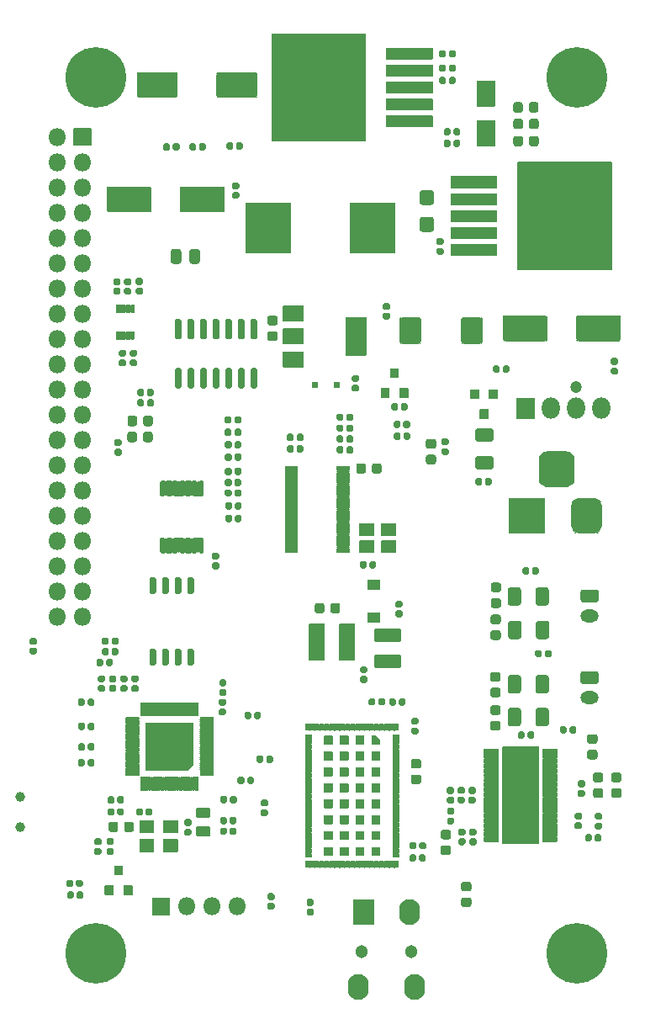
<source format=gbr>
G04 #@! TF.GenerationSoftware,KiCad,Pcbnew,(5.1.7)-1*
G04 #@! TF.CreationDate,2020-11-22T20:52:48-08:00*
G04 #@! TF.ProjectId,SJ-201-R4,534a2d32-3031-42d5-9234-2e6b69636164,rev?*
G04 #@! TF.SameCoordinates,Original*
G04 #@! TF.FileFunction,Soldermask,Top*
G04 #@! TF.FilePolarity,Negative*
%FSLAX46Y46*%
G04 Gerber Fmt 4.6, Leading zero omitted, Abs format (unit mm)*
G04 Created by KiCad (PCBNEW (5.1.7)-1) date 2020-11-22 20:52:48*
%MOMM*%
%LPD*%
G01*
G04 APERTURE LIST*
%ADD10C,0.152400*%
%ADD11C,1.202000*%
%ADD12O,1.832000X2.132000*%
%ADD13C,1.302000*%
%ADD14O,2.102000X2.602000*%
%ADD15O,1.852000X1.302000*%
%ADD16C,0.702000*%
%ADD17C,0.601999*%
%ADD18C,6.102000*%
%ADD19O,1.802000X1.802000*%
%ADD20C,1.002000*%
%ADD21C,0.100000*%
G04 APERTURE END LIST*
D10*
G04 #@! TO.C,U3*
X54769536Y-79529086D02*
X54768700Y-79520600D01*
X54772013Y-79537248D02*
X54769536Y-79529086D01*
X54776031Y-79544768D02*
X54772013Y-79537248D01*
X54781441Y-79551360D02*
X54776031Y-79544768D01*
X54788032Y-79556770D02*
X54781441Y-79551360D01*
X54795553Y-79560788D02*
X54788032Y-79556770D01*
X54803714Y-79563265D02*
X54795553Y-79560788D01*
X54812200Y-79564100D02*
X54803714Y-79563265D01*
X57625200Y-79564100D02*
X54812200Y-79564100D01*
X57633686Y-79563265D02*
X57625200Y-79564100D01*
X57641847Y-79560788D02*
X57633686Y-79563265D01*
X57649368Y-79556770D02*
X57641847Y-79560788D01*
X57655959Y-79551360D02*
X57649368Y-79556770D01*
X57661369Y-79544768D02*
X57655959Y-79551360D01*
X57665387Y-79537248D02*
X57661369Y-79544768D01*
X57667864Y-79529086D02*
X57665387Y-79537248D01*
X57668700Y-79520600D02*
X57667864Y-79529086D01*
X57668700Y-74907600D02*
X57668700Y-79520600D01*
X57667864Y-74899114D02*
X57668700Y-74907600D01*
X57665387Y-74890952D02*
X57667864Y-74899114D01*
X57661369Y-74883432D02*
X57665387Y-74890952D01*
X57655959Y-74876840D02*
X57661369Y-74883432D01*
X57649368Y-74871430D02*
X57655959Y-74876840D01*
X57641847Y-74867412D02*
X57649368Y-74871430D01*
X57633686Y-74864935D02*
X57641847Y-74867412D01*
X57625200Y-74864100D02*
X57633686Y-74864935D01*
X54812200Y-74864100D02*
X57625200Y-74864100D01*
X54803714Y-74864935D02*
X54812200Y-74864100D01*
X54795553Y-74867412D02*
X54803714Y-74864935D01*
X54788032Y-74871430D02*
X54795553Y-74867412D01*
X54781441Y-74876840D02*
X54788032Y-74871430D01*
X54776031Y-74883432D02*
X54781441Y-74876840D01*
X54772013Y-74890952D02*
X54776031Y-74883432D01*
X54769536Y-74899114D02*
X54772013Y-74890952D01*
X54768700Y-74907600D02*
X54769536Y-74899114D01*
X54768700Y-79520600D02*
X54768700Y-74907600D01*
X54769536Y-79529086D02*
X54768700Y-79520600D01*
X54772013Y-79537248D02*
X54769536Y-79529086D01*
X54776031Y-79544768D02*
X54772013Y-79537248D01*
X54781441Y-79551360D02*
X54776031Y-79544768D01*
X54788032Y-79556770D02*
X54781441Y-79551360D01*
X54795553Y-79560788D02*
X54788032Y-79556770D01*
X54803714Y-79563265D02*
X54795553Y-79560788D01*
X54812200Y-79564100D02*
X54803714Y-79563265D01*
X57625200Y-79564100D02*
X54812200Y-79564100D01*
X57633686Y-79563265D02*
X57625200Y-79564100D01*
X57641847Y-79560788D02*
X57633686Y-79563265D01*
X57649368Y-79556770D02*
X57641847Y-79560788D01*
X57655959Y-79551360D02*
X57649368Y-79556770D01*
X57661369Y-79544768D02*
X57655959Y-79551360D01*
X57665387Y-79537248D02*
X57661369Y-79544768D01*
X57667864Y-79529086D02*
X57665387Y-79537248D01*
X57668700Y-79520600D02*
X57667864Y-79529086D01*
X57668700Y-74907600D02*
X57668700Y-79520600D01*
X57667864Y-74899114D02*
X57668700Y-74907600D01*
X57665387Y-74890952D02*
X57667864Y-74899114D01*
X57661369Y-74883432D02*
X57665387Y-74890952D01*
X57655959Y-74876840D02*
X57661369Y-74883432D01*
X57649368Y-74871430D02*
X57655959Y-74876840D01*
X57641847Y-74867412D02*
X57649368Y-74871430D01*
X57633686Y-74864935D02*
X57641847Y-74867412D01*
X57625200Y-74864100D02*
X57633686Y-74864935D01*
X54812200Y-74864100D02*
X57625200Y-74864100D01*
X54803714Y-74864935D02*
X54812200Y-74864100D01*
X54795553Y-74867412D02*
X54803714Y-74864935D01*
X54788032Y-74871430D02*
X54795553Y-74867412D01*
X54781441Y-74876840D02*
X54788032Y-74871430D01*
X54776031Y-74883432D02*
X54781441Y-74876840D01*
X54772013Y-74890952D02*
X54776031Y-74883432D01*
X54769536Y-74899114D02*
X54772013Y-74890952D01*
X54768700Y-74907600D02*
X54769536Y-74899114D01*
X54768700Y-79520600D02*
X54768700Y-74907600D01*
G04 #@! TD*
G04 #@! TO.C,R33*
G36*
G01*
X27423680Y-44815640D02*
X27423680Y-44419640D01*
G75*
G02*
X27596680Y-44246640I173000J0D01*
G01*
X27942680Y-44246640D01*
G75*
G02*
X28115680Y-44419640I0J-173000D01*
G01*
X28115680Y-44815640D01*
G75*
G02*
X27942680Y-44988640I-173000J0D01*
G01*
X27596680Y-44988640D01*
G75*
G02*
X27423680Y-44815640I0J173000D01*
G01*
G37*
G36*
G01*
X26453680Y-44815640D02*
X26453680Y-44419640D01*
G75*
G02*
X26626680Y-44246640I173000J0D01*
G01*
X26972680Y-44246640D01*
G75*
G02*
X27145680Y-44419640I0J-173000D01*
G01*
X27145680Y-44815640D01*
G75*
G02*
X26972680Y-44988640I-173000J0D01*
G01*
X26626680Y-44988640D01*
G75*
G02*
X26453680Y-44815640I0J173000D01*
G01*
G37*
G04 #@! TD*
G04 #@! TO.C,R9*
G36*
G01*
X15892660Y-42070720D02*
X15496660Y-42070720D01*
G75*
G02*
X15323660Y-41897720I0J173000D01*
G01*
X15323660Y-41551720D01*
G75*
G02*
X15496660Y-41378720I173000J0D01*
G01*
X15892660Y-41378720D01*
G75*
G02*
X16065660Y-41551720I0J-173000D01*
G01*
X16065660Y-41897720D01*
G75*
G02*
X15892660Y-42070720I-173000J0D01*
G01*
G37*
G36*
G01*
X15892660Y-43040720D02*
X15496660Y-43040720D01*
G75*
G02*
X15323660Y-42867720I0J173000D01*
G01*
X15323660Y-42521720D01*
G75*
G02*
X15496660Y-42348720I173000J0D01*
G01*
X15892660Y-42348720D01*
G75*
G02*
X16065660Y-42521720I0J-173000D01*
G01*
X16065660Y-42867720D01*
G75*
G02*
X15892660Y-43040720I-173000J0D01*
G01*
G37*
G04 #@! TD*
G04 #@! TO.C,R29*
G36*
G01*
X44426440Y-41272340D02*
X44426440Y-40876340D01*
G75*
G02*
X44599440Y-40703340I173000J0D01*
G01*
X44945440Y-40703340D01*
G75*
G02*
X45118440Y-40876340I0J-173000D01*
G01*
X45118440Y-41272340D01*
G75*
G02*
X44945440Y-41445340I-173000J0D01*
G01*
X44599440Y-41445340D01*
G75*
G02*
X44426440Y-41272340I0J173000D01*
G01*
G37*
G36*
G01*
X43456440Y-41272340D02*
X43456440Y-40876340D01*
G75*
G02*
X43629440Y-40703340I173000J0D01*
G01*
X43975440Y-40703340D01*
G75*
G02*
X44148440Y-40876340I0J-173000D01*
G01*
X44148440Y-41272340D01*
G75*
G02*
X43975440Y-41445340I-173000J0D01*
G01*
X43629440Y-41445340D01*
G75*
G02*
X43456440Y-41272340I0J173000D01*
G01*
G37*
G04 #@! TD*
G04 #@! TO.C,R20*
G36*
G01*
X44403580Y-40091240D02*
X44403580Y-39695240D01*
G75*
G02*
X44576580Y-39522240I173000J0D01*
G01*
X44922580Y-39522240D01*
G75*
G02*
X45095580Y-39695240I0J-173000D01*
G01*
X45095580Y-40091240D01*
G75*
G02*
X44922580Y-40264240I-173000J0D01*
G01*
X44576580Y-40264240D01*
G75*
G02*
X44403580Y-40091240I0J173000D01*
G01*
G37*
G36*
G01*
X43433580Y-40091240D02*
X43433580Y-39695240D01*
G75*
G02*
X43606580Y-39522240I173000J0D01*
G01*
X43952580Y-39522240D01*
G75*
G02*
X44125580Y-39695240I0J-173000D01*
G01*
X44125580Y-40091240D01*
G75*
G02*
X43952580Y-40264240I-173000J0D01*
G01*
X43606580Y-40264240D01*
G75*
G02*
X43433580Y-40091240I0J173000D01*
G01*
G37*
G04 #@! TD*
G04 #@! TO.C,R18*
G36*
G01*
X65466080Y-34185160D02*
X65862080Y-34185160D01*
G75*
G02*
X66035080Y-34358160I0J-173000D01*
G01*
X66035080Y-34704160D01*
G75*
G02*
X65862080Y-34877160I-173000J0D01*
G01*
X65466080Y-34877160D01*
G75*
G02*
X65293080Y-34704160I0J173000D01*
G01*
X65293080Y-34358160D01*
G75*
G02*
X65466080Y-34185160I173000J0D01*
G01*
G37*
G36*
G01*
X65466080Y-33215160D02*
X65862080Y-33215160D01*
G75*
G02*
X66035080Y-33388160I0J-173000D01*
G01*
X66035080Y-33734160D01*
G75*
G02*
X65862080Y-33907160I-173000J0D01*
G01*
X65466080Y-33907160D01*
G75*
G02*
X65293080Y-33734160I0J173000D01*
G01*
X65293080Y-33388160D01*
G75*
G02*
X65466080Y-33215160I173000J0D01*
G01*
G37*
G04 #@! TD*
G04 #@! TO.C,R2*
G36*
G01*
X43879200Y-37924860D02*
X43879200Y-38320860D01*
G75*
G02*
X43706200Y-38493860I-173000J0D01*
G01*
X43360200Y-38493860D01*
G75*
G02*
X43187200Y-38320860I0J173000D01*
G01*
X43187200Y-37924860D01*
G75*
G02*
X43360200Y-37751860I173000J0D01*
G01*
X43706200Y-37751860D01*
G75*
G02*
X43879200Y-37924860I0J-173000D01*
G01*
G37*
G36*
G01*
X44849200Y-37924860D02*
X44849200Y-38320860D01*
G75*
G02*
X44676200Y-38493860I-173000J0D01*
G01*
X44330200Y-38493860D01*
G75*
G02*
X44157200Y-38320860I0J173000D01*
G01*
X44157200Y-37924860D01*
G75*
G02*
X44330200Y-37751860I173000J0D01*
G01*
X44676200Y-37751860D01*
G75*
G02*
X44849200Y-37924860I0J-173000D01*
G01*
G37*
G04 #@! TD*
G04 #@! TO.C,Q1*
G36*
G01*
X43927980Y-35233720D02*
X43127980Y-35233720D01*
G75*
G02*
X43076980Y-35182720I0J51000D01*
G01*
X43076980Y-34282720D01*
G75*
G02*
X43127980Y-34231720I51000J0D01*
G01*
X43927980Y-34231720D01*
G75*
G02*
X43978980Y-34282720I0J-51000D01*
G01*
X43978980Y-35182720D01*
G75*
G02*
X43927980Y-35233720I-51000J0D01*
G01*
G37*
G36*
G01*
X44877980Y-37233720D02*
X44077980Y-37233720D01*
G75*
G02*
X44026980Y-37182720I0J51000D01*
G01*
X44026980Y-36282720D01*
G75*
G02*
X44077980Y-36231720I51000J0D01*
G01*
X44877980Y-36231720D01*
G75*
G02*
X44928980Y-36282720I0J-51000D01*
G01*
X44928980Y-37182720D01*
G75*
G02*
X44877980Y-37233720I-51000J0D01*
G01*
G37*
G36*
G01*
X42977980Y-37233720D02*
X42177980Y-37233720D01*
G75*
G02*
X42126980Y-37182720I0J51000D01*
G01*
X42126980Y-36282720D01*
G75*
G02*
X42177980Y-36231720I51000J0D01*
G01*
X42977980Y-36231720D01*
G75*
G02*
X43028980Y-36282720I0J-51000D01*
G01*
X43028980Y-37182720D01*
G75*
G02*
X42977980Y-37233720I-51000J0D01*
G01*
G37*
G04 #@! TD*
D11*
G04 #@! TO.C,J7*
X61798200Y-36120340D03*
D12*
X64338200Y-38280340D03*
X61798200Y-38280340D03*
X59258200Y-38280340D03*
G36*
G01*
X57583200Y-39346340D02*
X55853200Y-39346340D01*
G75*
G02*
X55802200Y-39295340I0J51000D01*
G01*
X55802200Y-37265340D01*
G75*
G02*
X55853200Y-37214340I51000J0D01*
G01*
X57583200Y-37214340D01*
G75*
G02*
X57634200Y-37265340I0J-51000D01*
G01*
X57634200Y-39295340D01*
G75*
G02*
X57583200Y-39346340I-51000J0D01*
G01*
G37*
G04 #@! TD*
D13*
G04 #@! TO.C,J2*
X45217720Y-92974400D03*
X40217720Y-92974400D03*
D14*
X45567720Y-96474400D03*
G36*
G01*
X41417720Y-90275400D02*
X39417720Y-90275400D01*
G75*
G02*
X39366720Y-90224400I0J51000D01*
G01*
X39366720Y-87724400D01*
G75*
G02*
X39417720Y-87673400I51000J0D01*
G01*
X41417720Y-87673400D01*
G75*
G02*
X41468720Y-87724400I0J-51000D01*
G01*
X41468720Y-90224400D01*
G75*
G02*
X41417720Y-90275400I-51000J0D01*
G01*
G37*
X45017720Y-88974400D03*
X39867720Y-96474400D03*
G04 #@! TD*
G04 #@! TO.C,L2*
G36*
G01*
X36514940Y-60005820D02*
X36514940Y-63605820D01*
G75*
G02*
X36463940Y-63656820I-51000J0D01*
G01*
X34963940Y-63656820D01*
G75*
G02*
X34912940Y-63605820I0J51000D01*
G01*
X34912940Y-60005820D01*
G75*
G02*
X34963940Y-59954820I51000J0D01*
G01*
X36463940Y-59954820D01*
G75*
G02*
X36514940Y-60005820I0J-51000D01*
G01*
G37*
G36*
G01*
X39564940Y-60005820D02*
X39564940Y-63605820D01*
G75*
G02*
X39513940Y-63656820I-51000J0D01*
G01*
X38013940Y-63656820D01*
G75*
G02*
X37962940Y-63605820I0J51000D01*
G01*
X37962940Y-60005820D01*
G75*
G02*
X38013940Y-59954820I51000J0D01*
G01*
X39513940Y-59954820D01*
G75*
G02*
X39564940Y-60005820I0J-51000D01*
G01*
G37*
G04 #@! TD*
G04 #@! TO.C,J1*
G36*
G01*
X61656360Y-43484340D02*
X61656360Y-45285340D01*
G75*
G02*
X60755860Y-46185840I-900500J0D01*
G01*
X58954860Y-46185840D01*
G75*
G02*
X58054360Y-45285340I0J900500D01*
G01*
X58054360Y-43484340D01*
G75*
G02*
X58954860Y-42583840I900500J0D01*
G01*
X60755860Y-42583840D01*
G75*
G02*
X61656360Y-43484340I0J-900500D01*
G01*
G37*
G36*
G01*
X64406360Y-48059340D02*
X64406360Y-50110340D01*
G75*
G02*
X63630860Y-50885840I-775500J0D01*
G01*
X62079860Y-50885840D01*
G75*
G02*
X61304360Y-50110340I0J775500D01*
G01*
X61304360Y-48059340D01*
G75*
G02*
X62079860Y-47283840I775500J0D01*
G01*
X63630860Y-47283840D01*
G75*
G02*
X64406360Y-48059340I0J-775500D01*
G01*
G37*
G36*
G01*
X58656360Y-47334840D02*
X58656360Y-50834840D01*
G75*
G02*
X58605360Y-50885840I-51000J0D01*
G01*
X55105360Y-50885840D01*
G75*
G02*
X55054360Y-50834840I0J51000D01*
G01*
X55054360Y-47334840D01*
G75*
G02*
X55105360Y-47283840I51000J0D01*
G01*
X58605360Y-47283840D01*
G75*
G02*
X58656360Y-47334840I0J-51000D01*
G01*
G37*
G04 #@! TD*
G04 #@! TO.C,U14*
G36*
G01*
X15808400Y-28654700D02*
X15508400Y-28654700D01*
G75*
G02*
X15457400Y-28603700I0J51000D01*
G01*
X15457400Y-27903700D01*
G75*
G02*
X15508400Y-27852700I51000J0D01*
G01*
X15808400Y-27852700D01*
G75*
G02*
X15859400Y-27903700I0J-51000D01*
G01*
X15859400Y-28603700D01*
G75*
G02*
X15808400Y-28654700I-51000J0D01*
G01*
G37*
G36*
G01*
X16308400Y-28654700D02*
X16008400Y-28654700D01*
G75*
G02*
X15957400Y-28603700I0J51000D01*
G01*
X15957400Y-27903700D01*
G75*
G02*
X16008400Y-27852700I51000J0D01*
G01*
X16308400Y-27852700D01*
G75*
G02*
X16359400Y-27903700I0J-51000D01*
G01*
X16359400Y-28603700D01*
G75*
G02*
X16308400Y-28654700I-51000J0D01*
G01*
G37*
G36*
G01*
X16808400Y-28654700D02*
X16508400Y-28654700D01*
G75*
G02*
X16457400Y-28603700I0J51000D01*
G01*
X16457400Y-27903700D01*
G75*
G02*
X16508400Y-27852700I51000J0D01*
G01*
X16808400Y-27852700D01*
G75*
G02*
X16859400Y-27903700I0J-51000D01*
G01*
X16859400Y-28603700D01*
G75*
G02*
X16808400Y-28654700I-51000J0D01*
G01*
G37*
G36*
G01*
X17308400Y-28654700D02*
X17008400Y-28654700D01*
G75*
G02*
X16957400Y-28603700I0J51000D01*
G01*
X16957400Y-27903700D01*
G75*
G02*
X17008400Y-27852700I51000J0D01*
G01*
X17308400Y-27852700D01*
G75*
G02*
X17359400Y-27903700I0J-51000D01*
G01*
X17359400Y-28603700D01*
G75*
G02*
X17308400Y-28654700I-51000J0D01*
G01*
G37*
G36*
G01*
X17308400Y-31354700D02*
X17008400Y-31354700D01*
G75*
G02*
X16957400Y-31303700I0J51000D01*
G01*
X16957400Y-30603700D01*
G75*
G02*
X17008400Y-30552700I51000J0D01*
G01*
X17308400Y-30552700D01*
G75*
G02*
X17359400Y-30603700I0J-51000D01*
G01*
X17359400Y-31303700D01*
G75*
G02*
X17308400Y-31354700I-51000J0D01*
G01*
G37*
G36*
G01*
X16808400Y-31354700D02*
X16508400Y-31354700D01*
G75*
G02*
X16457400Y-31303700I0J51000D01*
G01*
X16457400Y-30603700D01*
G75*
G02*
X16508400Y-30552700I51000J0D01*
G01*
X16808400Y-30552700D01*
G75*
G02*
X16859400Y-30603700I0J-51000D01*
G01*
X16859400Y-31303700D01*
G75*
G02*
X16808400Y-31354700I-51000J0D01*
G01*
G37*
G36*
G01*
X16308400Y-31354700D02*
X16008400Y-31354700D01*
G75*
G02*
X15957400Y-31303700I0J51000D01*
G01*
X15957400Y-30603700D01*
G75*
G02*
X16008400Y-30552700I51000J0D01*
G01*
X16308400Y-30552700D01*
G75*
G02*
X16359400Y-30603700I0J-51000D01*
G01*
X16359400Y-31303700D01*
G75*
G02*
X16308400Y-31354700I-51000J0D01*
G01*
G37*
G36*
G01*
X15808400Y-31354700D02*
X15508400Y-31354700D01*
G75*
G02*
X15457400Y-31303700I0J51000D01*
G01*
X15457400Y-30603700D01*
G75*
G02*
X15508400Y-30552700I51000J0D01*
G01*
X15808400Y-30552700D01*
G75*
G02*
X15859400Y-30603700I0J-51000D01*
G01*
X15859400Y-31303700D01*
G75*
G02*
X15808400Y-31354700I-51000J0D01*
G01*
G37*
G04 #@! TD*
G04 #@! TO.C,C67*
G36*
G01*
X50238280Y-31528471D02*
X50238280Y-29401049D01*
G75*
G02*
X50500569Y-29138760I262289J0D01*
G01*
X52152991Y-29138760D01*
G75*
G02*
X52415280Y-29401049I0J-262289D01*
G01*
X52415280Y-31528471D01*
G75*
G02*
X52152991Y-31790760I-262289J0D01*
G01*
X50500569Y-31790760D01*
G75*
G02*
X50238280Y-31528471I0J262289D01*
G01*
G37*
G36*
G01*
X44013280Y-31528471D02*
X44013280Y-29401049D01*
G75*
G02*
X44275569Y-29138760I262289J0D01*
G01*
X45927991Y-29138760D01*
G75*
G02*
X46190280Y-29401049I0J-262289D01*
G01*
X46190280Y-31528471D01*
G75*
G02*
X45927991Y-31790760I-262289J0D01*
G01*
X44275569Y-31790760D01*
G75*
G02*
X44013280Y-31528471I0J262289D01*
G01*
G37*
G04 #@! TD*
G04 #@! TO.C,U12*
G36*
G01*
X55911160Y-24328080D02*
X55911160Y-13528080D01*
G75*
G02*
X55962160Y-13477080I51000J0D01*
G01*
X65362160Y-13477080D01*
G75*
G02*
X65413160Y-13528080I0J-51000D01*
G01*
X65413160Y-24328080D01*
G75*
G02*
X65362160Y-24379080I-51000J0D01*
G01*
X55962160Y-24379080D01*
G75*
G02*
X55911160Y-24328080I0J51000D01*
G01*
G37*
G36*
G01*
X49161160Y-22878080D02*
X49161160Y-21778080D01*
G75*
G02*
X49212160Y-21727080I51000J0D01*
G01*
X53812160Y-21727080D01*
G75*
G02*
X53863160Y-21778080I0J-51000D01*
G01*
X53863160Y-22878080D01*
G75*
G02*
X53812160Y-22929080I-51000J0D01*
G01*
X49212160Y-22929080D01*
G75*
G02*
X49161160Y-22878080I0J51000D01*
G01*
G37*
G36*
G01*
X49161160Y-21178080D02*
X49161160Y-20078080D01*
G75*
G02*
X49212160Y-20027080I51000J0D01*
G01*
X53812160Y-20027080D01*
G75*
G02*
X53863160Y-20078080I0J-51000D01*
G01*
X53863160Y-21178080D01*
G75*
G02*
X53812160Y-21229080I-51000J0D01*
G01*
X49212160Y-21229080D01*
G75*
G02*
X49161160Y-21178080I0J51000D01*
G01*
G37*
G36*
G01*
X49161160Y-19478080D02*
X49161160Y-18378080D01*
G75*
G02*
X49212160Y-18327080I51000J0D01*
G01*
X53812160Y-18327080D01*
G75*
G02*
X53863160Y-18378080I0J-51000D01*
G01*
X53863160Y-19478080D01*
G75*
G02*
X53812160Y-19529080I-51000J0D01*
G01*
X49212160Y-19529080D01*
G75*
G02*
X49161160Y-19478080I0J51000D01*
G01*
G37*
G36*
G01*
X49161160Y-17778080D02*
X49161160Y-16678080D01*
G75*
G02*
X49212160Y-16627080I51000J0D01*
G01*
X53812160Y-16627080D01*
G75*
G02*
X53863160Y-16678080I0J-51000D01*
G01*
X53863160Y-17778080D01*
G75*
G02*
X53812160Y-17829080I-51000J0D01*
G01*
X49212160Y-17829080D01*
G75*
G02*
X49161160Y-17778080I0J51000D01*
G01*
G37*
G36*
G01*
X49161160Y-16078080D02*
X49161160Y-14978080D01*
G75*
G02*
X49212160Y-14927080I51000J0D01*
G01*
X53812160Y-14927080D01*
G75*
G02*
X53863160Y-14978080I0J-51000D01*
G01*
X53863160Y-16078080D01*
G75*
G02*
X53812160Y-16129080I-51000J0D01*
G01*
X49212160Y-16129080D01*
G75*
G02*
X49161160Y-16078080I0J51000D01*
G01*
G37*
G04 #@! TD*
G04 #@! TO.C,R66*
G36*
G01*
X15943700Y-33362200D02*
X16339700Y-33362200D01*
G75*
G02*
X16512700Y-33535200I0J-173000D01*
G01*
X16512700Y-33881200D01*
G75*
G02*
X16339700Y-34054200I-173000J0D01*
G01*
X15943700Y-34054200D01*
G75*
G02*
X15770700Y-33881200I0J173000D01*
G01*
X15770700Y-33535200D01*
G75*
G02*
X15943700Y-33362200I173000J0D01*
G01*
G37*
G36*
G01*
X15943700Y-32392200D02*
X16339700Y-32392200D01*
G75*
G02*
X16512700Y-32565200I0J-173000D01*
G01*
X16512700Y-32911200D01*
G75*
G02*
X16339700Y-33084200I-173000J0D01*
G01*
X15943700Y-33084200D01*
G75*
G02*
X15770700Y-32911200I0J173000D01*
G01*
X15770700Y-32565200D01*
G75*
G02*
X15943700Y-32392200I173000J0D01*
G01*
G37*
G04 #@! TD*
G04 #@! TO.C,R65*
G36*
G01*
X18028800Y-25857900D02*
X17632800Y-25857900D01*
G75*
G02*
X17459800Y-25684900I0J173000D01*
G01*
X17459800Y-25338900D01*
G75*
G02*
X17632800Y-25165900I173000J0D01*
G01*
X18028800Y-25165900D01*
G75*
G02*
X18201800Y-25338900I0J-173000D01*
G01*
X18201800Y-25684900D01*
G75*
G02*
X18028800Y-25857900I-173000J0D01*
G01*
G37*
G36*
G01*
X18028800Y-26827900D02*
X17632800Y-26827900D01*
G75*
G02*
X17459800Y-26654900I0J173000D01*
G01*
X17459800Y-26308900D01*
G75*
G02*
X17632800Y-26135900I173000J0D01*
G01*
X18028800Y-26135900D01*
G75*
G02*
X18201800Y-26308900I0J-173000D01*
G01*
X18201800Y-26654900D01*
G75*
G02*
X18028800Y-26827900I-173000J0D01*
G01*
G37*
G04 #@! TD*
G04 #@! TO.C,R64*
G36*
G01*
X15780900Y-25870600D02*
X15384900Y-25870600D01*
G75*
G02*
X15211900Y-25697600I0J173000D01*
G01*
X15211900Y-25351600D01*
G75*
G02*
X15384900Y-25178600I173000J0D01*
G01*
X15780900Y-25178600D01*
G75*
G02*
X15953900Y-25351600I0J-173000D01*
G01*
X15953900Y-25697600D01*
G75*
G02*
X15780900Y-25870600I-173000J0D01*
G01*
G37*
G36*
G01*
X15780900Y-26840600D02*
X15384900Y-26840600D01*
G75*
G02*
X15211900Y-26667600I0J173000D01*
G01*
X15211900Y-26321600D01*
G75*
G02*
X15384900Y-26148600I173000J0D01*
G01*
X15780900Y-26148600D01*
G75*
G02*
X15953900Y-26321600I0J-173000D01*
G01*
X15953900Y-26667600D01*
G75*
G02*
X15780900Y-26840600I-173000J0D01*
G01*
G37*
G04 #@! TD*
G04 #@! TO.C,R63*
G36*
G01*
X17048600Y-33349500D02*
X17444600Y-33349500D01*
G75*
G02*
X17617600Y-33522500I0J-173000D01*
G01*
X17617600Y-33868500D01*
G75*
G02*
X17444600Y-34041500I-173000J0D01*
G01*
X17048600Y-34041500D01*
G75*
G02*
X16875600Y-33868500I0J173000D01*
G01*
X16875600Y-33522500D01*
G75*
G02*
X17048600Y-33349500I173000J0D01*
G01*
G37*
G36*
G01*
X17048600Y-32379500D02*
X17444600Y-32379500D01*
G75*
G02*
X17617600Y-32552500I0J-173000D01*
G01*
X17617600Y-32898500D01*
G75*
G02*
X17444600Y-33071500I-173000J0D01*
G01*
X17048600Y-33071500D01*
G75*
G02*
X16875600Y-32898500I0J173000D01*
G01*
X16875600Y-32552500D01*
G75*
G02*
X17048600Y-32379500I173000J0D01*
G01*
G37*
G04 #@! TD*
G04 #@! TO.C,R52*
G36*
G01*
X28410600Y-75519400D02*
X28410600Y-75915400D01*
G75*
G02*
X28237600Y-76088400I-173000J0D01*
G01*
X27891600Y-76088400D01*
G75*
G02*
X27718600Y-75915400I0J173000D01*
G01*
X27718600Y-75519400D01*
G75*
G02*
X27891600Y-75346400I173000J0D01*
G01*
X28237600Y-75346400D01*
G75*
G02*
X28410600Y-75519400I0J-173000D01*
G01*
G37*
G36*
G01*
X29380600Y-75519400D02*
X29380600Y-75915400D01*
G75*
G02*
X29207600Y-76088400I-173000J0D01*
G01*
X28861600Y-76088400D01*
G75*
G02*
X28688600Y-75915400I0J173000D01*
G01*
X28688600Y-75519400D01*
G75*
G02*
X28861600Y-75346400I173000J0D01*
G01*
X29207600Y-75346400D01*
G75*
G02*
X29380600Y-75519400I0J-173000D01*
G01*
G37*
G04 #@! TD*
G04 #@! TO.C,R62*
G36*
G01*
X16860400Y-25883300D02*
X16464400Y-25883300D01*
G75*
G02*
X16291400Y-25710300I0J173000D01*
G01*
X16291400Y-25364300D01*
G75*
G02*
X16464400Y-25191300I173000J0D01*
G01*
X16860400Y-25191300D01*
G75*
G02*
X17033400Y-25364300I0J-173000D01*
G01*
X17033400Y-25710300D01*
G75*
G02*
X16860400Y-25883300I-173000J0D01*
G01*
G37*
G36*
G01*
X16860400Y-26853300D02*
X16464400Y-26853300D01*
G75*
G02*
X16291400Y-26680300I0J173000D01*
G01*
X16291400Y-26334300D01*
G75*
G02*
X16464400Y-26161300I173000J0D01*
G01*
X16860400Y-26161300D01*
G75*
G02*
X17033400Y-26334300I0J-173000D01*
G01*
X17033400Y-26680300D01*
G75*
G02*
X16860400Y-26853300I-173000J0D01*
G01*
G37*
G04 #@! TD*
G04 #@! TO.C,R53*
G36*
G01*
X27418600Y-43393875D02*
X27418600Y-42997875D01*
G75*
G02*
X27591600Y-42824875I173000J0D01*
G01*
X27937600Y-42824875D01*
G75*
G02*
X28110600Y-42997875I0J-173000D01*
G01*
X28110600Y-43393875D01*
G75*
G02*
X27937600Y-43566875I-173000J0D01*
G01*
X27591600Y-43566875D01*
G75*
G02*
X27418600Y-43393875I0J173000D01*
G01*
G37*
G36*
G01*
X26448600Y-43393875D02*
X26448600Y-42997875D01*
G75*
G02*
X26621600Y-42824875I173000J0D01*
G01*
X26967600Y-42824875D01*
G75*
G02*
X27140600Y-42997875I0J-173000D01*
G01*
X27140600Y-43393875D01*
G75*
G02*
X26967600Y-43566875I-173000J0D01*
G01*
X26621600Y-43566875D01*
G75*
G02*
X26448600Y-43393875I0J173000D01*
G01*
G37*
G04 #@! TD*
G04 #@! TO.C,R47*
G36*
G01*
X27418600Y-42139750D02*
X27418600Y-41743750D01*
G75*
G02*
X27591600Y-41570750I173000J0D01*
G01*
X27937600Y-41570750D01*
G75*
G02*
X28110600Y-41743750I0J-173000D01*
G01*
X28110600Y-42139750D01*
G75*
G02*
X27937600Y-42312750I-173000J0D01*
G01*
X27591600Y-42312750D01*
G75*
G02*
X27418600Y-42139750I0J173000D01*
G01*
G37*
G36*
G01*
X26448600Y-42139750D02*
X26448600Y-41743750D01*
G75*
G02*
X26621600Y-41570750I173000J0D01*
G01*
X26967600Y-41570750D01*
G75*
G02*
X27140600Y-41743750I0J-173000D01*
G01*
X27140600Y-42139750D01*
G75*
G02*
X26967600Y-42312750I-173000J0D01*
G01*
X26621600Y-42312750D01*
G75*
G02*
X26448600Y-42139750I0J173000D01*
G01*
G37*
G04 #@! TD*
G04 #@! TO.C,R16*
G36*
G01*
X6964800Y-62356300D02*
X7360800Y-62356300D01*
G75*
G02*
X7533800Y-62529300I0J-173000D01*
G01*
X7533800Y-62875300D01*
G75*
G02*
X7360800Y-63048300I-173000J0D01*
G01*
X6964800Y-63048300D01*
G75*
G02*
X6791800Y-62875300I0J173000D01*
G01*
X6791800Y-62529300D01*
G75*
G02*
X6964800Y-62356300I173000J0D01*
G01*
G37*
G36*
G01*
X6964800Y-61386300D02*
X7360800Y-61386300D01*
G75*
G02*
X7533800Y-61559300I0J-173000D01*
G01*
X7533800Y-61905300D01*
G75*
G02*
X7360800Y-62078300I-173000J0D01*
G01*
X6964800Y-62078300D01*
G75*
G02*
X6791800Y-61905300I0J173000D01*
G01*
X6791800Y-61559300D01*
G75*
G02*
X6964800Y-61386300I173000J0D01*
G01*
G37*
G04 #@! TD*
D15*
G04 #@! TO.C,J4*
X63169800Y-67379600D03*
G36*
G01*
X62515048Y-64728600D02*
X63824552Y-64728600D01*
G75*
G02*
X64095800Y-64999848I0J-271248D01*
G01*
X64095800Y-65759352D01*
G75*
G02*
X63824552Y-66030600I-271248J0D01*
G01*
X62515048Y-66030600D01*
G75*
G02*
X62243800Y-65759352I0J271248D01*
G01*
X62243800Y-64999848D01*
G75*
G02*
X62515048Y-64728600I271248J0D01*
G01*
G37*
G04 #@! TD*
G04 #@! TO.C,J3*
X63169800Y-59150000D03*
G36*
G01*
X62515048Y-56499000D02*
X63824552Y-56499000D01*
G75*
G02*
X64095800Y-56770248I0J-271248D01*
G01*
X64095800Y-57529752D01*
G75*
G02*
X63824552Y-57801000I-271248J0D01*
G01*
X62515048Y-57801000D01*
G75*
G02*
X62243800Y-57529752I0J271248D01*
G01*
X62243800Y-56770248D01*
G75*
G02*
X62515048Y-56499000I271248J0D01*
G01*
G37*
G04 #@! TD*
G04 #@! TO.C,U8*
G36*
G01*
X23603300Y-75350300D02*
X23754300Y-75350300D01*
G75*
G02*
X23829800Y-75425800I0J-75500D01*
G01*
X23829800Y-76701800D01*
G75*
G02*
X23754300Y-76777300I-75500J0D01*
G01*
X23603300Y-76777300D01*
G75*
G02*
X23527800Y-76701800I0J75500D01*
G01*
X23527800Y-75425800D01*
G75*
G02*
X23603300Y-75350300I75500J0D01*
G01*
G37*
G36*
G01*
X23203300Y-75350300D02*
X23354300Y-75350300D01*
G75*
G02*
X23429800Y-75425800I0J-75500D01*
G01*
X23429800Y-76701800D01*
G75*
G02*
X23354300Y-76777300I-75500J0D01*
G01*
X23203300Y-76777300D01*
G75*
G02*
X23127800Y-76701800I0J75500D01*
G01*
X23127800Y-75425800D01*
G75*
G02*
X23203300Y-75350300I75500J0D01*
G01*
G37*
G36*
G01*
X22803300Y-75350300D02*
X22954300Y-75350300D01*
G75*
G02*
X23029800Y-75425800I0J-75500D01*
G01*
X23029800Y-76701800D01*
G75*
G02*
X22954300Y-76777300I-75500J0D01*
G01*
X22803300Y-76777300D01*
G75*
G02*
X22727800Y-76701800I0J75500D01*
G01*
X22727800Y-75425800D01*
G75*
G02*
X22803300Y-75350300I75500J0D01*
G01*
G37*
G36*
G01*
X22403300Y-75350300D02*
X22554300Y-75350300D01*
G75*
G02*
X22629800Y-75425800I0J-75500D01*
G01*
X22629800Y-76701800D01*
G75*
G02*
X22554300Y-76777300I-75500J0D01*
G01*
X22403300Y-76777300D01*
G75*
G02*
X22327800Y-76701800I0J75500D01*
G01*
X22327800Y-75425800D01*
G75*
G02*
X22403300Y-75350300I75500J0D01*
G01*
G37*
G36*
G01*
X22003300Y-75350300D02*
X22154300Y-75350300D01*
G75*
G02*
X22229800Y-75425800I0J-75500D01*
G01*
X22229800Y-76701800D01*
G75*
G02*
X22154300Y-76777300I-75500J0D01*
G01*
X22003300Y-76777300D01*
G75*
G02*
X21927800Y-76701800I0J75500D01*
G01*
X21927800Y-75425800D01*
G75*
G02*
X22003300Y-75350300I75500J0D01*
G01*
G37*
G36*
G01*
X21603300Y-75350300D02*
X21754300Y-75350300D01*
G75*
G02*
X21829800Y-75425800I0J-75500D01*
G01*
X21829800Y-76701800D01*
G75*
G02*
X21754300Y-76777300I-75500J0D01*
G01*
X21603300Y-76777300D01*
G75*
G02*
X21527800Y-76701800I0J75500D01*
G01*
X21527800Y-75425800D01*
G75*
G02*
X21603300Y-75350300I75500J0D01*
G01*
G37*
G36*
G01*
X21203300Y-75350300D02*
X21354300Y-75350300D01*
G75*
G02*
X21429800Y-75425800I0J-75500D01*
G01*
X21429800Y-76701800D01*
G75*
G02*
X21354300Y-76777300I-75500J0D01*
G01*
X21203300Y-76777300D01*
G75*
G02*
X21127800Y-76701800I0J75500D01*
G01*
X21127800Y-75425800D01*
G75*
G02*
X21203300Y-75350300I75500J0D01*
G01*
G37*
G36*
G01*
X20803300Y-75350300D02*
X20954300Y-75350300D01*
G75*
G02*
X21029800Y-75425800I0J-75500D01*
G01*
X21029800Y-76701800D01*
G75*
G02*
X20954300Y-76777300I-75500J0D01*
G01*
X20803300Y-76777300D01*
G75*
G02*
X20727800Y-76701800I0J75500D01*
G01*
X20727800Y-75425800D01*
G75*
G02*
X20803300Y-75350300I75500J0D01*
G01*
G37*
G36*
G01*
X20403300Y-75350300D02*
X20554300Y-75350300D01*
G75*
G02*
X20629800Y-75425800I0J-75500D01*
G01*
X20629800Y-76701800D01*
G75*
G02*
X20554300Y-76777300I-75500J0D01*
G01*
X20403300Y-76777300D01*
G75*
G02*
X20327800Y-76701800I0J75500D01*
G01*
X20327800Y-75425800D01*
G75*
G02*
X20403300Y-75350300I75500J0D01*
G01*
G37*
G36*
G01*
X20003300Y-75350300D02*
X20154300Y-75350300D01*
G75*
G02*
X20229800Y-75425800I0J-75500D01*
G01*
X20229800Y-76701800D01*
G75*
G02*
X20154300Y-76777300I-75500J0D01*
G01*
X20003300Y-76777300D01*
G75*
G02*
X19927800Y-76701800I0J75500D01*
G01*
X19927800Y-75425800D01*
G75*
G02*
X20003300Y-75350300I75500J0D01*
G01*
G37*
G36*
G01*
X19603300Y-75350300D02*
X19754300Y-75350300D01*
G75*
G02*
X19829800Y-75425800I0J-75500D01*
G01*
X19829800Y-76701800D01*
G75*
G02*
X19754300Y-76777300I-75500J0D01*
G01*
X19603300Y-76777300D01*
G75*
G02*
X19527800Y-76701800I0J75500D01*
G01*
X19527800Y-75425800D01*
G75*
G02*
X19603300Y-75350300I75500J0D01*
G01*
G37*
G36*
G01*
X19203300Y-75350300D02*
X19354300Y-75350300D01*
G75*
G02*
X19429800Y-75425800I0J-75500D01*
G01*
X19429800Y-76701800D01*
G75*
G02*
X19354300Y-76777300I-75500J0D01*
G01*
X19203300Y-76777300D01*
G75*
G02*
X19127800Y-76701800I0J75500D01*
G01*
X19127800Y-75425800D01*
G75*
G02*
X19203300Y-75350300I75500J0D01*
G01*
G37*
G36*
G01*
X18803300Y-75350300D02*
X18954300Y-75350300D01*
G75*
G02*
X19029800Y-75425800I0J-75500D01*
G01*
X19029800Y-76701800D01*
G75*
G02*
X18954300Y-76777300I-75500J0D01*
G01*
X18803300Y-76777300D01*
G75*
G02*
X18727800Y-76701800I0J75500D01*
G01*
X18727800Y-75425800D01*
G75*
G02*
X18803300Y-75350300I75500J0D01*
G01*
G37*
G36*
G01*
X18403300Y-75350300D02*
X18554300Y-75350300D01*
G75*
G02*
X18629800Y-75425800I0J-75500D01*
G01*
X18629800Y-76701800D01*
G75*
G02*
X18554300Y-76777300I-75500J0D01*
G01*
X18403300Y-76777300D01*
G75*
G02*
X18327800Y-76701800I0J75500D01*
G01*
X18327800Y-75425800D01*
G75*
G02*
X18403300Y-75350300I75500J0D01*
G01*
G37*
G36*
G01*
X18003300Y-67850300D02*
X18154300Y-67850300D01*
G75*
G02*
X18229800Y-67925800I0J-75500D01*
G01*
X18229800Y-69201800D01*
G75*
G02*
X18154300Y-69277300I-75500J0D01*
G01*
X18003300Y-69277300D01*
G75*
G02*
X17927800Y-69201800I0J75500D01*
G01*
X17927800Y-67925800D01*
G75*
G02*
X18003300Y-67850300I75500J0D01*
G01*
G37*
G36*
G01*
X18403300Y-67850300D02*
X18554300Y-67850300D01*
G75*
G02*
X18629800Y-67925800I0J-75500D01*
G01*
X18629800Y-69201800D01*
G75*
G02*
X18554300Y-69277300I-75500J0D01*
G01*
X18403300Y-69277300D01*
G75*
G02*
X18327800Y-69201800I0J75500D01*
G01*
X18327800Y-67925800D01*
G75*
G02*
X18403300Y-67850300I75500J0D01*
G01*
G37*
G36*
G01*
X18803300Y-67850300D02*
X18954300Y-67850300D01*
G75*
G02*
X19029800Y-67925800I0J-75500D01*
G01*
X19029800Y-69201800D01*
G75*
G02*
X18954300Y-69277300I-75500J0D01*
G01*
X18803300Y-69277300D01*
G75*
G02*
X18727800Y-69201800I0J75500D01*
G01*
X18727800Y-67925800D01*
G75*
G02*
X18803300Y-67850300I75500J0D01*
G01*
G37*
G36*
G01*
X19203300Y-67850300D02*
X19354300Y-67850300D01*
G75*
G02*
X19429800Y-67925800I0J-75500D01*
G01*
X19429800Y-69201800D01*
G75*
G02*
X19354300Y-69277300I-75500J0D01*
G01*
X19203300Y-69277300D01*
G75*
G02*
X19127800Y-69201800I0J75500D01*
G01*
X19127800Y-67925800D01*
G75*
G02*
X19203300Y-67850300I75500J0D01*
G01*
G37*
G36*
G01*
X19603300Y-67850300D02*
X19754300Y-67850300D01*
G75*
G02*
X19829800Y-67925800I0J-75500D01*
G01*
X19829800Y-69201800D01*
G75*
G02*
X19754300Y-69277300I-75500J0D01*
G01*
X19603300Y-69277300D01*
G75*
G02*
X19527800Y-69201800I0J75500D01*
G01*
X19527800Y-67925800D01*
G75*
G02*
X19603300Y-67850300I75500J0D01*
G01*
G37*
G36*
G01*
X20003300Y-67850300D02*
X20154300Y-67850300D01*
G75*
G02*
X20229800Y-67925800I0J-75500D01*
G01*
X20229800Y-69201800D01*
G75*
G02*
X20154300Y-69277300I-75500J0D01*
G01*
X20003300Y-69277300D01*
G75*
G02*
X19927800Y-69201800I0J75500D01*
G01*
X19927800Y-67925800D01*
G75*
G02*
X20003300Y-67850300I75500J0D01*
G01*
G37*
G36*
G01*
X20403300Y-67850300D02*
X20554300Y-67850300D01*
G75*
G02*
X20629800Y-67925800I0J-75500D01*
G01*
X20629800Y-69201800D01*
G75*
G02*
X20554300Y-69277300I-75500J0D01*
G01*
X20403300Y-69277300D01*
G75*
G02*
X20327800Y-69201800I0J75500D01*
G01*
X20327800Y-67925800D01*
G75*
G02*
X20403300Y-67850300I75500J0D01*
G01*
G37*
G36*
G01*
X20803300Y-67850300D02*
X20954300Y-67850300D01*
G75*
G02*
X21029800Y-67925800I0J-75500D01*
G01*
X21029800Y-69201800D01*
G75*
G02*
X20954300Y-69277300I-75500J0D01*
G01*
X20803300Y-69277300D01*
G75*
G02*
X20727800Y-69201800I0J75500D01*
G01*
X20727800Y-67925800D01*
G75*
G02*
X20803300Y-67850300I75500J0D01*
G01*
G37*
G36*
G01*
X21203300Y-67850300D02*
X21354300Y-67850300D01*
G75*
G02*
X21429800Y-67925800I0J-75500D01*
G01*
X21429800Y-69201800D01*
G75*
G02*
X21354300Y-69277300I-75500J0D01*
G01*
X21203300Y-69277300D01*
G75*
G02*
X21127800Y-69201800I0J75500D01*
G01*
X21127800Y-67925800D01*
G75*
G02*
X21203300Y-67850300I75500J0D01*
G01*
G37*
G36*
G01*
X21603300Y-67850300D02*
X21754300Y-67850300D01*
G75*
G02*
X21829800Y-67925800I0J-75500D01*
G01*
X21829800Y-69201800D01*
G75*
G02*
X21754300Y-69277300I-75500J0D01*
G01*
X21603300Y-69277300D01*
G75*
G02*
X21527800Y-69201800I0J75500D01*
G01*
X21527800Y-67925800D01*
G75*
G02*
X21603300Y-67850300I75500J0D01*
G01*
G37*
G36*
G01*
X22003300Y-67850300D02*
X22154300Y-67850300D01*
G75*
G02*
X22229800Y-67925800I0J-75500D01*
G01*
X22229800Y-69201800D01*
G75*
G02*
X22154300Y-69277300I-75500J0D01*
G01*
X22003300Y-69277300D01*
G75*
G02*
X21927800Y-69201800I0J75500D01*
G01*
X21927800Y-67925800D01*
G75*
G02*
X22003300Y-67850300I75500J0D01*
G01*
G37*
G36*
G01*
X22403300Y-67850300D02*
X22554300Y-67850300D01*
G75*
G02*
X22629800Y-67925800I0J-75500D01*
G01*
X22629800Y-69201800D01*
G75*
G02*
X22554300Y-69277300I-75500J0D01*
G01*
X22403300Y-69277300D01*
G75*
G02*
X22327800Y-69201800I0J75500D01*
G01*
X22327800Y-67925800D01*
G75*
G02*
X22403300Y-67850300I75500J0D01*
G01*
G37*
G36*
G01*
X22803300Y-67850300D02*
X22954300Y-67850300D01*
G75*
G02*
X23029800Y-67925800I0J-75500D01*
G01*
X23029800Y-69201800D01*
G75*
G02*
X22954300Y-69277300I-75500J0D01*
G01*
X22803300Y-69277300D01*
G75*
G02*
X22727800Y-69201800I0J75500D01*
G01*
X22727800Y-67925800D01*
G75*
G02*
X22803300Y-67850300I75500J0D01*
G01*
G37*
G36*
G01*
X23203300Y-67850300D02*
X23354300Y-67850300D01*
G75*
G02*
X23429800Y-67925800I0J-75500D01*
G01*
X23429800Y-69201800D01*
G75*
G02*
X23354300Y-69277300I-75500J0D01*
G01*
X23203300Y-69277300D01*
G75*
G02*
X23127800Y-69201800I0J75500D01*
G01*
X23127800Y-67925800D01*
G75*
G02*
X23203300Y-67850300I75500J0D01*
G01*
G37*
G36*
G01*
X25342300Y-69438300D02*
X25342300Y-69589300D01*
G75*
G02*
X25266800Y-69664800I-75500J0D01*
G01*
X23990800Y-69664800D01*
G75*
G02*
X23915300Y-69589300I0J75500D01*
G01*
X23915300Y-69438300D01*
G75*
G02*
X23990800Y-69362800I75500J0D01*
G01*
X25266800Y-69362800D01*
G75*
G02*
X25342300Y-69438300I0J-75500D01*
G01*
G37*
G36*
G01*
X25342300Y-69838300D02*
X25342300Y-69989300D01*
G75*
G02*
X25266800Y-70064800I-75500J0D01*
G01*
X23990800Y-70064800D01*
G75*
G02*
X23915300Y-69989300I0J75500D01*
G01*
X23915300Y-69838300D01*
G75*
G02*
X23990800Y-69762800I75500J0D01*
G01*
X25266800Y-69762800D01*
G75*
G02*
X25342300Y-69838300I0J-75500D01*
G01*
G37*
G36*
G01*
X25342300Y-70238300D02*
X25342300Y-70389300D01*
G75*
G02*
X25266800Y-70464800I-75500J0D01*
G01*
X23990800Y-70464800D01*
G75*
G02*
X23915300Y-70389300I0J75500D01*
G01*
X23915300Y-70238300D01*
G75*
G02*
X23990800Y-70162800I75500J0D01*
G01*
X25266800Y-70162800D01*
G75*
G02*
X25342300Y-70238300I0J-75500D01*
G01*
G37*
G36*
G01*
X25342300Y-70638300D02*
X25342300Y-70789300D01*
G75*
G02*
X25266800Y-70864800I-75500J0D01*
G01*
X23990800Y-70864800D01*
G75*
G02*
X23915300Y-70789300I0J75500D01*
G01*
X23915300Y-70638300D01*
G75*
G02*
X23990800Y-70562800I75500J0D01*
G01*
X25266800Y-70562800D01*
G75*
G02*
X25342300Y-70638300I0J-75500D01*
G01*
G37*
G36*
G01*
X25342300Y-71038300D02*
X25342300Y-71189300D01*
G75*
G02*
X25266800Y-71264800I-75500J0D01*
G01*
X23990800Y-71264800D01*
G75*
G02*
X23915300Y-71189300I0J75500D01*
G01*
X23915300Y-71038300D01*
G75*
G02*
X23990800Y-70962800I75500J0D01*
G01*
X25266800Y-70962800D01*
G75*
G02*
X25342300Y-71038300I0J-75500D01*
G01*
G37*
G36*
G01*
X25342300Y-71438300D02*
X25342300Y-71589300D01*
G75*
G02*
X25266800Y-71664800I-75500J0D01*
G01*
X23990800Y-71664800D01*
G75*
G02*
X23915300Y-71589300I0J75500D01*
G01*
X23915300Y-71438300D01*
G75*
G02*
X23990800Y-71362800I75500J0D01*
G01*
X25266800Y-71362800D01*
G75*
G02*
X25342300Y-71438300I0J-75500D01*
G01*
G37*
G36*
G01*
X25342300Y-71838300D02*
X25342300Y-71989300D01*
G75*
G02*
X25266800Y-72064800I-75500J0D01*
G01*
X23990800Y-72064800D01*
G75*
G02*
X23915300Y-71989300I0J75500D01*
G01*
X23915300Y-71838300D01*
G75*
G02*
X23990800Y-71762800I75500J0D01*
G01*
X25266800Y-71762800D01*
G75*
G02*
X25342300Y-71838300I0J-75500D01*
G01*
G37*
G36*
G01*
X25342300Y-72238300D02*
X25342300Y-72389300D01*
G75*
G02*
X25266800Y-72464800I-75500J0D01*
G01*
X23990800Y-72464800D01*
G75*
G02*
X23915300Y-72389300I0J75500D01*
G01*
X23915300Y-72238300D01*
G75*
G02*
X23990800Y-72162800I75500J0D01*
G01*
X25266800Y-72162800D01*
G75*
G02*
X25342300Y-72238300I0J-75500D01*
G01*
G37*
G36*
G01*
X25342300Y-72638300D02*
X25342300Y-72789300D01*
G75*
G02*
X25266800Y-72864800I-75500J0D01*
G01*
X23990800Y-72864800D01*
G75*
G02*
X23915300Y-72789300I0J75500D01*
G01*
X23915300Y-72638300D01*
G75*
G02*
X23990800Y-72562800I75500J0D01*
G01*
X25266800Y-72562800D01*
G75*
G02*
X25342300Y-72638300I0J-75500D01*
G01*
G37*
G36*
G01*
X25342300Y-73038300D02*
X25342300Y-73189300D01*
G75*
G02*
X25266800Y-73264800I-75500J0D01*
G01*
X23990800Y-73264800D01*
G75*
G02*
X23915300Y-73189300I0J75500D01*
G01*
X23915300Y-73038300D01*
G75*
G02*
X23990800Y-72962800I75500J0D01*
G01*
X25266800Y-72962800D01*
G75*
G02*
X25342300Y-73038300I0J-75500D01*
G01*
G37*
G36*
G01*
X25342300Y-73438300D02*
X25342300Y-73589300D01*
G75*
G02*
X25266800Y-73664800I-75500J0D01*
G01*
X23990800Y-73664800D01*
G75*
G02*
X23915300Y-73589300I0J75500D01*
G01*
X23915300Y-73438300D01*
G75*
G02*
X23990800Y-73362800I75500J0D01*
G01*
X25266800Y-73362800D01*
G75*
G02*
X25342300Y-73438300I0J-75500D01*
G01*
G37*
G36*
G01*
X25342300Y-73838300D02*
X25342300Y-73989300D01*
G75*
G02*
X25266800Y-74064800I-75500J0D01*
G01*
X23990800Y-74064800D01*
G75*
G02*
X23915300Y-73989300I0J75500D01*
G01*
X23915300Y-73838300D01*
G75*
G02*
X23990800Y-73762800I75500J0D01*
G01*
X25266800Y-73762800D01*
G75*
G02*
X25342300Y-73838300I0J-75500D01*
G01*
G37*
G36*
G01*
X25342300Y-74238300D02*
X25342300Y-74389300D01*
G75*
G02*
X25266800Y-74464800I-75500J0D01*
G01*
X23990800Y-74464800D01*
G75*
G02*
X23915300Y-74389300I0J75500D01*
G01*
X23915300Y-74238300D01*
G75*
G02*
X23990800Y-74162800I75500J0D01*
G01*
X25266800Y-74162800D01*
G75*
G02*
X25342300Y-74238300I0J-75500D01*
G01*
G37*
G36*
G01*
X25342300Y-74638300D02*
X25342300Y-74789300D01*
G75*
G02*
X25266800Y-74864800I-75500J0D01*
G01*
X23990800Y-74864800D01*
G75*
G02*
X23915300Y-74789300I0J75500D01*
G01*
X23915300Y-74638300D01*
G75*
G02*
X23990800Y-74562800I75500J0D01*
G01*
X25266800Y-74562800D01*
G75*
G02*
X25342300Y-74638300I0J-75500D01*
G01*
G37*
G36*
G01*
X16490800Y-74962800D02*
X17766800Y-74962800D01*
G75*
G02*
X17842300Y-75038300I0J-75500D01*
G01*
X17842300Y-75189300D01*
G75*
G02*
X17766800Y-75264800I-75500J0D01*
G01*
X16490800Y-75264800D01*
G75*
G02*
X16415300Y-75189300I0J75500D01*
G01*
X16415300Y-75038300D01*
G75*
G02*
X16490800Y-74962800I75500J0D01*
G01*
G37*
G36*
G01*
X16490800Y-74562800D02*
X17766800Y-74562800D01*
G75*
G02*
X17842300Y-74638300I0J-75500D01*
G01*
X17842300Y-74789300D01*
G75*
G02*
X17766800Y-74864800I-75500J0D01*
G01*
X16490800Y-74864800D01*
G75*
G02*
X16415300Y-74789300I0J75500D01*
G01*
X16415300Y-74638300D01*
G75*
G02*
X16490800Y-74562800I75500J0D01*
G01*
G37*
G36*
G01*
X16490800Y-74162800D02*
X17766800Y-74162800D01*
G75*
G02*
X17842300Y-74238300I0J-75500D01*
G01*
X17842300Y-74389300D01*
G75*
G02*
X17766800Y-74464800I-75500J0D01*
G01*
X16490800Y-74464800D01*
G75*
G02*
X16415300Y-74389300I0J75500D01*
G01*
X16415300Y-74238300D01*
G75*
G02*
X16490800Y-74162800I75500J0D01*
G01*
G37*
G36*
G01*
X16490800Y-73762800D02*
X17766800Y-73762800D01*
G75*
G02*
X17842300Y-73838300I0J-75500D01*
G01*
X17842300Y-73989300D01*
G75*
G02*
X17766800Y-74064800I-75500J0D01*
G01*
X16490800Y-74064800D01*
G75*
G02*
X16415300Y-73989300I0J75500D01*
G01*
X16415300Y-73838300D01*
G75*
G02*
X16490800Y-73762800I75500J0D01*
G01*
G37*
G36*
G01*
X16490800Y-73362800D02*
X17766800Y-73362800D01*
G75*
G02*
X17842300Y-73438300I0J-75500D01*
G01*
X17842300Y-73589300D01*
G75*
G02*
X17766800Y-73664800I-75500J0D01*
G01*
X16490800Y-73664800D01*
G75*
G02*
X16415300Y-73589300I0J75500D01*
G01*
X16415300Y-73438300D01*
G75*
G02*
X16490800Y-73362800I75500J0D01*
G01*
G37*
G36*
G01*
X16490800Y-72962800D02*
X17766800Y-72962800D01*
G75*
G02*
X17842300Y-73038300I0J-75500D01*
G01*
X17842300Y-73189300D01*
G75*
G02*
X17766800Y-73264800I-75500J0D01*
G01*
X16490800Y-73264800D01*
G75*
G02*
X16415300Y-73189300I0J75500D01*
G01*
X16415300Y-73038300D01*
G75*
G02*
X16490800Y-72962800I75500J0D01*
G01*
G37*
G36*
G01*
X16490800Y-72562800D02*
X17766800Y-72562800D01*
G75*
G02*
X17842300Y-72638300I0J-75500D01*
G01*
X17842300Y-72789300D01*
G75*
G02*
X17766800Y-72864800I-75500J0D01*
G01*
X16490800Y-72864800D01*
G75*
G02*
X16415300Y-72789300I0J75500D01*
G01*
X16415300Y-72638300D01*
G75*
G02*
X16490800Y-72562800I75500J0D01*
G01*
G37*
G36*
G01*
X16490800Y-72162800D02*
X17766800Y-72162800D01*
G75*
G02*
X17842300Y-72238300I0J-75500D01*
G01*
X17842300Y-72389300D01*
G75*
G02*
X17766800Y-72464800I-75500J0D01*
G01*
X16490800Y-72464800D01*
G75*
G02*
X16415300Y-72389300I0J75500D01*
G01*
X16415300Y-72238300D01*
G75*
G02*
X16490800Y-72162800I75500J0D01*
G01*
G37*
G36*
G01*
X16490800Y-71762800D02*
X17766800Y-71762800D01*
G75*
G02*
X17842300Y-71838300I0J-75500D01*
G01*
X17842300Y-71989300D01*
G75*
G02*
X17766800Y-72064800I-75500J0D01*
G01*
X16490800Y-72064800D01*
G75*
G02*
X16415300Y-71989300I0J75500D01*
G01*
X16415300Y-71838300D01*
G75*
G02*
X16490800Y-71762800I75500J0D01*
G01*
G37*
G36*
G01*
X16490800Y-71362800D02*
X17766800Y-71362800D01*
G75*
G02*
X17842300Y-71438300I0J-75500D01*
G01*
X17842300Y-71589300D01*
G75*
G02*
X17766800Y-71664800I-75500J0D01*
G01*
X16490800Y-71664800D01*
G75*
G02*
X16415300Y-71589300I0J75500D01*
G01*
X16415300Y-71438300D01*
G75*
G02*
X16490800Y-71362800I75500J0D01*
G01*
G37*
G36*
G01*
X16490800Y-70962800D02*
X17766800Y-70962800D01*
G75*
G02*
X17842300Y-71038300I0J-75500D01*
G01*
X17842300Y-71189300D01*
G75*
G02*
X17766800Y-71264800I-75500J0D01*
G01*
X16490800Y-71264800D01*
G75*
G02*
X16415300Y-71189300I0J75500D01*
G01*
X16415300Y-71038300D01*
G75*
G02*
X16490800Y-70962800I75500J0D01*
G01*
G37*
G36*
G01*
X16490800Y-70562800D02*
X17766800Y-70562800D01*
G75*
G02*
X17842300Y-70638300I0J-75500D01*
G01*
X17842300Y-70789300D01*
G75*
G02*
X17766800Y-70864800I-75500J0D01*
G01*
X16490800Y-70864800D01*
G75*
G02*
X16415300Y-70789300I0J75500D01*
G01*
X16415300Y-70638300D01*
G75*
G02*
X16490800Y-70562800I75500J0D01*
G01*
G37*
G36*
G01*
X16490800Y-70162800D02*
X17766800Y-70162800D01*
G75*
G02*
X17842300Y-70238300I0J-75500D01*
G01*
X17842300Y-70389300D01*
G75*
G02*
X17766800Y-70464800I-75500J0D01*
G01*
X16490800Y-70464800D01*
G75*
G02*
X16415300Y-70389300I0J75500D01*
G01*
X16415300Y-70238300D01*
G75*
G02*
X16490800Y-70162800I75500J0D01*
G01*
G37*
G36*
G01*
X16490800Y-69762800D02*
X17766800Y-69762800D01*
G75*
G02*
X17842300Y-69838300I0J-75500D01*
G01*
X17842300Y-69989300D01*
G75*
G02*
X17766800Y-70064800I-75500J0D01*
G01*
X16490800Y-70064800D01*
G75*
G02*
X16415300Y-69989300I0J75500D01*
G01*
X16415300Y-69838300D01*
G75*
G02*
X16490800Y-69762800I75500J0D01*
G01*
G37*
G36*
G01*
X22724542Y-73585372D02*
X23290228Y-74151058D01*
G75*
G02*
X23290228Y-74223182I-36062J-36062D01*
G01*
X22788182Y-74725228D01*
G75*
G02*
X22716058Y-74725228I-36062J36062D01*
G01*
X22150372Y-74159542D01*
G75*
G02*
X22150372Y-74087418I36062J36062D01*
G01*
X22652418Y-73585372D01*
G75*
G02*
X22724542Y-73585372I36062J-36062D01*
G01*
G37*
G36*
G01*
X18503800Y-69883800D02*
X23253800Y-69883800D01*
G75*
G02*
X23304800Y-69934800I0J-51000D01*
G01*
X23304800Y-74184800D01*
G75*
G02*
X23253800Y-74235800I-51000J0D01*
G01*
X18503800Y-74235800D01*
G75*
G02*
X18452800Y-74184800I0J51000D01*
G01*
X18452800Y-69934800D01*
G75*
G02*
X18503800Y-69883800I51000J0D01*
G01*
G37*
D16*
X18783800Y-70345800D03*
X19783800Y-70345800D03*
X20783800Y-70345800D03*
X21783800Y-70345800D03*
X22783800Y-70345800D03*
X18783800Y-71345800D03*
X19783800Y-71345800D03*
X20783800Y-71345800D03*
X21783800Y-71345800D03*
X22783800Y-71345800D03*
X18783800Y-72345800D03*
X19783800Y-72345800D03*
X20783800Y-72345800D03*
X21783800Y-72345800D03*
X22783800Y-72345800D03*
X18783800Y-73345800D03*
X19783800Y-73345800D03*
X20783800Y-73345800D03*
X21783800Y-73345800D03*
X22783800Y-73345800D03*
X18783800Y-74345800D03*
X19783800Y-74345800D03*
X20783800Y-74345800D03*
X21783800Y-74345800D03*
G36*
G01*
X22800800Y-69938800D02*
X22800800Y-74688800D01*
G75*
G02*
X22749800Y-74739800I-51000J0D01*
G01*
X18499800Y-74739800D01*
G75*
G02*
X18448800Y-74688800I0J51000D01*
G01*
X18448800Y-69938800D01*
G75*
G02*
X18499800Y-69887800I51000J0D01*
G01*
X22749800Y-69887800D01*
G75*
G02*
X22800800Y-69938800I0J-51000D01*
G01*
G37*
G36*
G01*
X18003300Y-75350300D02*
X18154300Y-75350300D01*
G75*
G02*
X18229800Y-75425800I0J-75500D01*
G01*
X18229800Y-76701800D01*
G75*
G02*
X18154300Y-76777300I-75500J0D01*
G01*
X18003300Y-76777300D01*
G75*
G02*
X17927800Y-76701800I0J75500D01*
G01*
X17927800Y-75425800D01*
G75*
G02*
X18003300Y-75350300I75500J0D01*
G01*
G37*
G36*
G01*
X16415300Y-75189300D02*
X16415300Y-75038300D01*
G75*
G02*
X16490800Y-74962800I75500J0D01*
G01*
X17766800Y-74962800D01*
G75*
G02*
X17842300Y-75038300I0J-75500D01*
G01*
X17842300Y-75189300D01*
G75*
G02*
X17766800Y-75264800I-75500J0D01*
G01*
X16490800Y-75264800D01*
G75*
G02*
X16415300Y-75189300I0J75500D01*
G01*
G37*
G36*
G01*
X16490800Y-69362800D02*
X17766800Y-69362800D01*
G75*
G02*
X17842300Y-69438300I0J-75500D01*
G01*
X17842300Y-69589300D01*
G75*
G02*
X17766800Y-69664800I-75500J0D01*
G01*
X16490800Y-69664800D01*
G75*
G02*
X16415300Y-69589300I0J75500D01*
G01*
X16415300Y-69438300D01*
G75*
G02*
X16490800Y-69362800I75500J0D01*
G01*
G37*
G36*
G01*
X23603300Y-67850300D02*
X23754300Y-67850300D01*
G75*
G02*
X23829800Y-67925800I0J-75500D01*
G01*
X23829800Y-69201800D01*
G75*
G02*
X23754300Y-69277300I-75500J0D01*
G01*
X23603300Y-69277300D01*
G75*
G02*
X23527800Y-69201800I0J75500D01*
G01*
X23527800Y-67925800D01*
G75*
G02*
X23603300Y-67850300I75500J0D01*
G01*
G37*
G36*
G01*
X25342300Y-75038300D02*
X25342300Y-75189300D01*
G75*
G02*
X25266800Y-75264800I-75500J0D01*
G01*
X23990800Y-75264800D01*
G75*
G02*
X23915300Y-75189300I0J75500D01*
G01*
X23915300Y-75038300D01*
G75*
G02*
X23990800Y-74962800I75500J0D01*
G01*
X25266800Y-74962800D01*
G75*
G02*
X25342300Y-75038300I0J-75500D01*
G01*
G37*
G04 #@! TD*
G04 #@! TO.C,R51*
G36*
G01*
X48295440Y-21847240D02*
X47899440Y-21847240D01*
G75*
G02*
X47726440Y-21674240I0J173000D01*
G01*
X47726440Y-21328240D01*
G75*
G02*
X47899440Y-21155240I173000J0D01*
G01*
X48295440Y-21155240D01*
G75*
G02*
X48468440Y-21328240I0J-173000D01*
G01*
X48468440Y-21674240D01*
G75*
G02*
X48295440Y-21847240I-173000J0D01*
G01*
G37*
G36*
G01*
X48295440Y-22817240D02*
X47899440Y-22817240D01*
G75*
G02*
X47726440Y-22644240I0J173000D01*
G01*
X47726440Y-22298240D01*
G75*
G02*
X47899440Y-22125240I173000J0D01*
G01*
X48295440Y-22125240D01*
G75*
G02*
X48468440Y-22298240I0J-173000D01*
G01*
X48468440Y-22644240D01*
G75*
G02*
X48295440Y-22817240I-173000J0D01*
G01*
G37*
G04 #@! TD*
G04 #@! TO.C,C66*
G36*
G01*
X46319527Y-19019080D02*
X47233753Y-19019080D01*
G75*
G02*
X47502640Y-19287967I0J-268887D01*
G01*
X47502640Y-20252193D01*
G75*
G02*
X47233753Y-20521080I-268887J0D01*
G01*
X46319527Y-20521080D01*
G75*
G02*
X46050640Y-20252193I0J268887D01*
G01*
X46050640Y-19287967D01*
G75*
G02*
X46319527Y-19019080I268887J0D01*
G01*
G37*
G36*
G01*
X46319527Y-16319080D02*
X47233753Y-16319080D01*
G75*
G02*
X47502640Y-16587967I0J-268887D01*
G01*
X47502640Y-17552193D01*
G75*
G02*
X47233753Y-17821080I-268887J0D01*
G01*
X46319527Y-17821080D01*
G75*
G02*
X46050640Y-17552193I0J268887D01*
G01*
X46050640Y-16587967D01*
G75*
G02*
X46319527Y-16319080I268887J0D01*
G01*
G37*
G04 #@! TD*
G04 #@! TO.C,U4*
G36*
G01*
X32286100Y-29501500D02*
X32286100Y-28001500D01*
G75*
G02*
X32337100Y-27950500I51000J0D01*
G01*
X34337100Y-27950500D01*
G75*
G02*
X34388100Y-28001500I0J-51000D01*
G01*
X34388100Y-29501500D01*
G75*
G02*
X34337100Y-29552500I-51000J0D01*
G01*
X32337100Y-29552500D01*
G75*
G02*
X32286100Y-29501500I0J51000D01*
G01*
G37*
G36*
G01*
X32286100Y-34101500D02*
X32286100Y-32601500D01*
G75*
G02*
X32337100Y-32550500I51000J0D01*
G01*
X34337100Y-32550500D01*
G75*
G02*
X34388100Y-32601500I0J-51000D01*
G01*
X34388100Y-34101500D01*
G75*
G02*
X34337100Y-34152500I-51000J0D01*
G01*
X32337100Y-34152500D01*
G75*
G02*
X32286100Y-34101500I0J51000D01*
G01*
G37*
G36*
G01*
X32286100Y-31801500D02*
X32286100Y-30301500D01*
G75*
G02*
X32337100Y-30250500I51000J0D01*
G01*
X34337100Y-30250500D01*
G75*
G02*
X34388100Y-30301500I0J-51000D01*
G01*
X34388100Y-31801500D01*
G75*
G02*
X34337100Y-31852500I-51000J0D01*
G01*
X32337100Y-31852500D01*
G75*
G02*
X32286100Y-31801500I0J51000D01*
G01*
G37*
G36*
G01*
X38586100Y-32951500D02*
X38586100Y-29151500D01*
G75*
G02*
X38637100Y-29100500I51000J0D01*
G01*
X40637100Y-29100500D01*
G75*
G02*
X40688100Y-29151500I0J-51000D01*
G01*
X40688100Y-32951500D01*
G75*
G02*
X40637100Y-33002500I-51000J0D01*
G01*
X38637100Y-33002500D01*
G75*
G02*
X38586100Y-32951500I0J51000D01*
G01*
G37*
G04 #@! TD*
G04 #@! TO.C,R42*
G36*
G01*
X14206920Y-63652520D02*
X14206920Y-64048520D01*
G75*
G02*
X14033920Y-64221520I-173000J0D01*
G01*
X13687920Y-64221520D01*
G75*
G02*
X13514920Y-64048520I0J173000D01*
G01*
X13514920Y-63652520D01*
G75*
G02*
X13687920Y-63479520I173000J0D01*
G01*
X14033920Y-63479520D01*
G75*
G02*
X14206920Y-63652520I0J-173000D01*
G01*
G37*
G36*
G01*
X15176920Y-63652520D02*
X15176920Y-64048520D01*
G75*
G02*
X15003920Y-64221520I-173000J0D01*
G01*
X14657920Y-64221520D01*
G75*
G02*
X14484920Y-64048520I0J173000D01*
G01*
X14484920Y-63652520D01*
G75*
G02*
X14657920Y-63479520I173000J0D01*
G01*
X15003920Y-63479520D01*
G75*
G02*
X15176920Y-63652520I0J-173000D01*
G01*
G37*
G04 #@! TD*
G04 #@! TO.C,R22*
G36*
G01*
X25699600Y-53500580D02*
X25303600Y-53500580D01*
G75*
G02*
X25130600Y-53327580I0J173000D01*
G01*
X25130600Y-52981580D01*
G75*
G02*
X25303600Y-52808580I173000J0D01*
G01*
X25699600Y-52808580D01*
G75*
G02*
X25872600Y-52981580I0J-173000D01*
G01*
X25872600Y-53327580D01*
G75*
G02*
X25699600Y-53500580I-173000J0D01*
G01*
G37*
G36*
G01*
X25699600Y-54470580D02*
X25303600Y-54470580D01*
G75*
G02*
X25130600Y-54297580I0J173000D01*
G01*
X25130600Y-53951580D01*
G75*
G02*
X25303600Y-53778580I173000J0D01*
G01*
X25699600Y-53778580D01*
G75*
G02*
X25872600Y-53951580I0J-173000D01*
G01*
X25872600Y-54297580D01*
G75*
G02*
X25699600Y-54470580I-173000J0D01*
G01*
G37*
G04 #@! TD*
G04 #@! TO.C,R21*
G36*
G01*
X40716900Y-53815100D02*
X40716900Y-54211100D01*
G75*
G02*
X40543900Y-54384100I-173000J0D01*
G01*
X40197900Y-54384100D01*
G75*
G02*
X40024900Y-54211100I0J173000D01*
G01*
X40024900Y-53815100D01*
G75*
G02*
X40197900Y-53642100I173000J0D01*
G01*
X40543900Y-53642100D01*
G75*
G02*
X40716900Y-53815100I0J-173000D01*
G01*
G37*
G36*
G01*
X41686900Y-53815100D02*
X41686900Y-54211100D01*
G75*
G02*
X41513900Y-54384100I-173000J0D01*
G01*
X41167900Y-54384100D01*
G75*
G02*
X40994900Y-54211100I0J173000D01*
G01*
X40994900Y-53815100D01*
G75*
G02*
X41167900Y-53642100I173000J0D01*
G01*
X41513900Y-53642100D01*
G75*
G02*
X41686900Y-53815100I0J-173000D01*
G01*
G37*
G04 #@! TD*
G04 #@! TO.C,R17*
G36*
G01*
X18326800Y-37533700D02*
X18326800Y-37929700D01*
G75*
G02*
X18153800Y-38102700I-173000J0D01*
G01*
X17807800Y-38102700D01*
G75*
G02*
X17634800Y-37929700I0J173000D01*
G01*
X17634800Y-37533700D01*
G75*
G02*
X17807800Y-37360700I173000J0D01*
G01*
X18153800Y-37360700D01*
G75*
G02*
X18326800Y-37533700I0J-173000D01*
G01*
G37*
G36*
G01*
X19296800Y-37533700D02*
X19296800Y-37929700D01*
G75*
G02*
X19123800Y-38102700I-173000J0D01*
G01*
X18777800Y-38102700D01*
G75*
G02*
X18604800Y-37929700I0J173000D01*
G01*
X18604800Y-37533700D01*
G75*
G02*
X18777800Y-37360700I173000J0D01*
G01*
X19123800Y-37360700D01*
G75*
G02*
X19296800Y-37533700I0J-173000D01*
G01*
G37*
G04 #@! TD*
G04 #@! TO.C,R11*
G36*
G01*
X18604800Y-36888300D02*
X18604800Y-36492300D01*
G75*
G02*
X18777800Y-36319300I173000J0D01*
G01*
X19123800Y-36319300D01*
G75*
G02*
X19296800Y-36492300I0J-173000D01*
G01*
X19296800Y-36888300D01*
G75*
G02*
X19123800Y-37061300I-173000J0D01*
G01*
X18777800Y-37061300D01*
G75*
G02*
X18604800Y-36888300I0J173000D01*
G01*
G37*
G36*
G01*
X17634800Y-36888300D02*
X17634800Y-36492300D01*
G75*
G02*
X17807800Y-36319300I173000J0D01*
G01*
X18153800Y-36319300D01*
G75*
G02*
X18326800Y-36492300I0J-173000D01*
G01*
X18326800Y-36888300D01*
G75*
G02*
X18153800Y-37061300I-173000J0D01*
G01*
X17807800Y-37061300D01*
G75*
G02*
X17634800Y-36888300I0J173000D01*
G01*
G37*
G04 #@! TD*
D17*
G04 #@! TO.C,U3*
X57518700Y-76564099D03*
X56218700Y-76564099D03*
X54918700Y-76564099D03*
X57518700Y-75264099D03*
X56218700Y-75264099D03*
X54918700Y-75264099D03*
X54918700Y-72664099D03*
X56218700Y-72664099D03*
X57518700Y-72664099D03*
X54918700Y-73964099D03*
X56218700Y-73964099D03*
X57518700Y-73964099D03*
X57518700Y-80464101D03*
X56218700Y-80464101D03*
X54918700Y-80464101D03*
X57518700Y-81764101D03*
X56218700Y-81764101D03*
X54918700Y-81764101D03*
X54918700Y-79164101D03*
X56218700Y-79164101D03*
X57518700Y-79164101D03*
X54918700Y-77864101D03*
X56218700Y-77864101D03*
X57518700Y-77864101D03*
G36*
G01*
X54367700Y-82064100D02*
X54367700Y-72364100D01*
G75*
G02*
X54418700Y-72313100I51000J0D01*
G01*
X58018700Y-72313100D01*
G75*
G02*
X58069700Y-72364100I0J-51000D01*
G01*
X58069700Y-82064100D01*
G75*
G02*
X58018700Y-82115100I-51000J0D01*
G01*
X54418700Y-82115100D01*
G75*
G02*
X54367700Y-82064100I0J51000D01*
G01*
G37*
G36*
G01*
X59868702Y-72915098D02*
X58468702Y-72915098D01*
G75*
G02*
X58417702Y-72864098I0J51000D01*
G01*
X58417702Y-72564100D01*
G75*
G02*
X58468702Y-72513100I51000J0D01*
G01*
X59868702Y-72513100D01*
G75*
G02*
X59919702Y-72564100I0J-51000D01*
G01*
X59919702Y-72864098D01*
G75*
G02*
X59868702Y-72915098I-51000J0D01*
G01*
G37*
G36*
G01*
X59868702Y-73415097D02*
X58468702Y-73415097D01*
G75*
G02*
X58417702Y-73364097I0J51000D01*
G01*
X58417702Y-73064099D01*
G75*
G02*
X58468702Y-73013099I51000J0D01*
G01*
X59868702Y-73013099D01*
G75*
G02*
X59919702Y-73064099I0J-51000D01*
G01*
X59919702Y-73364097D01*
G75*
G02*
X59868702Y-73415097I-51000J0D01*
G01*
G37*
G36*
G01*
X59868702Y-73915098D02*
X58468702Y-73915098D01*
G75*
G02*
X58417702Y-73864098I0J51000D01*
G01*
X58417702Y-73564100D01*
G75*
G02*
X58468702Y-73513100I51000J0D01*
G01*
X59868702Y-73513100D01*
G75*
G02*
X59919702Y-73564100I0J-51000D01*
G01*
X59919702Y-73864098D01*
G75*
G02*
X59868702Y-73915098I-51000J0D01*
G01*
G37*
G36*
G01*
X59868702Y-74415097D02*
X58468702Y-74415097D01*
G75*
G02*
X58417702Y-74364097I0J51000D01*
G01*
X58417702Y-74064099D01*
G75*
G02*
X58468702Y-74013099I51000J0D01*
G01*
X59868702Y-74013099D01*
G75*
G02*
X59919702Y-74064099I0J-51000D01*
G01*
X59919702Y-74364097D01*
G75*
G02*
X59868702Y-74415097I-51000J0D01*
G01*
G37*
G36*
G01*
X59868702Y-74915099D02*
X58468702Y-74915099D01*
G75*
G02*
X58417702Y-74864099I0J51000D01*
G01*
X58417702Y-74564101D01*
G75*
G02*
X58468702Y-74513101I51000J0D01*
G01*
X59868702Y-74513101D01*
G75*
G02*
X59919702Y-74564101I0J-51000D01*
G01*
X59919702Y-74864099D01*
G75*
G02*
X59868702Y-74915099I-51000J0D01*
G01*
G37*
G36*
G01*
X59868702Y-75415098D02*
X58468702Y-75415098D01*
G75*
G02*
X58417702Y-75364098I0J51000D01*
G01*
X58417702Y-75064100D01*
G75*
G02*
X58468702Y-75013100I51000J0D01*
G01*
X59868702Y-75013100D01*
G75*
G02*
X59919702Y-75064100I0J-51000D01*
G01*
X59919702Y-75364098D01*
G75*
G02*
X59868702Y-75415098I-51000J0D01*
G01*
G37*
G36*
G01*
X59868702Y-75915097D02*
X58468702Y-75915097D01*
G75*
G02*
X58417702Y-75864097I0J51000D01*
G01*
X58417702Y-75564099D01*
G75*
G02*
X58468702Y-75513099I51000J0D01*
G01*
X59868702Y-75513099D01*
G75*
G02*
X59919702Y-75564099I0J-51000D01*
G01*
X59919702Y-75864097D01*
G75*
G02*
X59868702Y-75915097I-51000J0D01*
G01*
G37*
G36*
G01*
X59868702Y-76415098D02*
X58468702Y-76415098D01*
G75*
G02*
X58417702Y-76364098I0J51000D01*
G01*
X58417702Y-76064100D01*
G75*
G02*
X58468702Y-76013100I51000J0D01*
G01*
X59868702Y-76013100D01*
G75*
G02*
X59919702Y-76064100I0J-51000D01*
G01*
X59919702Y-76364098D01*
G75*
G02*
X59868702Y-76415098I-51000J0D01*
G01*
G37*
G36*
G01*
X59868702Y-76915097D02*
X58468702Y-76915097D01*
G75*
G02*
X58417702Y-76864097I0J51000D01*
G01*
X58417702Y-76564099D01*
G75*
G02*
X58468702Y-76513099I51000J0D01*
G01*
X59868702Y-76513099D01*
G75*
G02*
X59919702Y-76564099I0J-51000D01*
G01*
X59919702Y-76864097D01*
G75*
G02*
X59868702Y-76915097I-51000J0D01*
G01*
G37*
G36*
G01*
X59868702Y-77415099D02*
X58468702Y-77415099D01*
G75*
G02*
X58417702Y-77364099I0J51000D01*
G01*
X58417702Y-77064101D01*
G75*
G02*
X58468702Y-77013101I51000J0D01*
G01*
X59868702Y-77013101D01*
G75*
G02*
X59919702Y-77064101I0J-51000D01*
G01*
X59919702Y-77364099D01*
G75*
G02*
X59868702Y-77415099I-51000J0D01*
G01*
G37*
G36*
G01*
X59868702Y-77915098D02*
X58468702Y-77915098D01*
G75*
G02*
X58417702Y-77864098I0J51000D01*
G01*
X58417702Y-77564100D01*
G75*
G02*
X58468702Y-77513100I51000J0D01*
G01*
X59868702Y-77513100D01*
G75*
G02*
X59919702Y-77564100I0J-51000D01*
G01*
X59919702Y-77864098D01*
G75*
G02*
X59868702Y-77915098I-51000J0D01*
G01*
G37*
G36*
G01*
X59868702Y-78415097D02*
X58468702Y-78415097D01*
G75*
G02*
X58417702Y-78364097I0J51000D01*
G01*
X58417702Y-78064099D01*
G75*
G02*
X58468702Y-78013099I51000J0D01*
G01*
X59868702Y-78013099D01*
G75*
G02*
X59919702Y-78064099I0J-51000D01*
G01*
X59919702Y-78364097D01*
G75*
G02*
X59868702Y-78415097I-51000J0D01*
G01*
G37*
G36*
G01*
X59868702Y-78915099D02*
X58468702Y-78915099D01*
G75*
G02*
X58417702Y-78864099I0J51000D01*
G01*
X58417702Y-78564101D01*
G75*
G02*
X58468702Y-78513101I51000J0D01*
G01*
X59868702Y-78513101D01*
G75*
G02*
X59919702Y-78564101I0J-51000D01*
G01*
X59919702Y-78864099D01*
G75*
G02*
X59868702Y-78915099I-51000J0D01*
G01*
G37*
G36*
G01*
X59868702Y-79415098D02*
X58468702Y-79415098D01*
G75*
G02*
X58417702Y-79364098I0J51000D01*
G01*
X58417702Y-79064100D01*
G75*
G02*
X58468702Y-79013100I51000J0D01*
G01*
X59868702Y-79013100D01*
G75*
G02*
X59919702Y-79064100I0J-51000D01*
G01*
X59919702Y-79364098D01*
G75*
G02*
X59868702Y-79415098I-51000J0D01*
G01*
G37*
G36*
G01*
X59868702Y-79915099D02*
X58468702Y-79915099D01*
G75*
G02*
X58417702Y-79864099I0J51000D01*
G01*
X58417702Y-79564101D01*
G75*
G02*
X58468702Y-79513101I51000J0D01*
G01*
X59868702Y-79513101D01*
G75*
G02*
X59919702Y-79564101I0J-51000D01*
G01*
X59919702Y-79864099D01*
G75*
G02*
X59868702Y-79915099I-51000J0D01*
G01*
G37*
G36*
G01*
X59868702Y-80415098D02*
X58468702Y-80415098D01*
G75*
G02*
X58417702Y-80364098I0J51000D01*
G01*
X58417702Y-80064100D01*
G75*
G02*
X58468702Y-80013100I51000J0D01*
G01*
X59868702Y-80013100D01*
G75*
G02*
X59919702Y-80064100I0J-51000D01*
G01*
X59919702Y-80364098D01*
G75*
G02*
X59868702Y-80415098I-51000J0D01*
G01*
G37*
G36*
G01*
X59868702Y-80915097D02*
X58468702Y-80915097D01*
G75*
G02*
X58417702Y-80864097I0J51000D01*
G01*
X58417702Y-80564099D01*
G75*
G02*
X58468702Y-80513099I51000J0D01*
G01*
X59868702Y-80513099D01*
G75*
G02*
X59919702Y-80564099I0J-51000D01*
G01*
X59919702Y-80864097D01*
G75*
G02*
X59868702Y-80915097I-51000J0D01*
G01*
G37*
G36*
G01*
X59868702Y-81415099D02*
X58468702Y-81415099D01*
G75*
G02*
X58417702Y-81364099I0J51000D01*
G01*
X58417702Y-81064101D01*
G75*
G02*
X58468702Y-81013101I51000J0D01*
G01*
X59868702Y-81013101D01*
G75*
G02*
X59919702Y-81064101I0J-51000D01*
G01*
X59919702Y-81364099D01*
G75*
G02*
X59868702Y-81415099I-51000J0D01*
G01*
G37*
G36*
G01*
X59868702Y-81915098D02*
X58468702Y-81915098D01*
G75*
G02*
X58417702Y-81864098I0J51000D01*
G01*
X58417702Y-81564100D01*
G75*
G02*
X58468702Y-81513100I51000J0D01*
G01*
X59868702Y-81513100D01*
G75*
G02*
X59919702Y-81564100I0J-51000D01*
G01*
X59919702Y-81864098D01*
G75*
G02*
X59868702Y-81915098I-51000J0D01*
G01*
G37*
G36*
G01*
X53968701Y-81915098D02*
X52568701Y-81915098D01*
G75*
G02*
X52517701Y-81864098I0J51000D01*
G01*
X52517701Y-81564100D01*
G75*
G02*
X52568701Y-81513100I51000J0D01*
G01*
X53968701Y-81513100D01*
G75*
G02*
X54019701Y-81564100I0J-51000D01*
G01*
X54019701Y-81864098D01*
G75*
G02*
X53968701Y-81915098I-51000J0D01*
G01*
G37*
G36*
G01*
X53968701Y-81415099D02*
X52568701Y-81415099D01*
G75*
G02*
X52517701Y-81364099I0J51000D01*
G01*
X52517701Y-81064101D01*
G75*
G02*
X52568701Y-81013101I51000J0D01*
G01*
X53968701Y-81013101D01*
G75*
G02*
X54019701Y-81064101I0J-51000D01*
G01*
X54019701Y-81364099D01*
G75*
G02*
X53968701Y-81415099I-51000J0D01*
G01*
G37*
G36*
G01*
X53968701Y-80915097D02*
X52568701Y-80915097D01*
G75*
G02*
X52517701Y-80864097I0J51000D01*
G01*
X52517701Y-80564099D01*
G75*
G02*
X52568701Y-80513099I51000J0D01*
G01*
X53968701Y-80513099D01*
G75*
G02*
X54019701Y-80564099I0J-51000D01*
G01*
X54019701Y-80864097D01*
G75*
G02*
X53968701Y-80915097I-51000J0D01*
G01*
G37*
G36*
G01*
X53968701Y-80415098D02*
X52568701Y-80415098D01*
G75*
G02*
X52517701Y-80364098I0J51000D01*
G01*
X52517701Y-80064100D01*
G75*
G02*
X52568701Y-80013100I51000J0D01*
G01*
X53968701Y-80013100D01*
G75*
G02*
X54019701Y-80064100I0J-51000D01*
G01*
X54019701Y-80364098D01*
G75*
G02*
X53968701Y-80415098I-51000J0D01*
G01*
G37*
G36*
G01*
X53968701Y-79915099D02*
X52568701Y-79915099D01*
G75*
G02*
X52517701Y-79864099I0J51000D01*
G01*
X52517701Y-79564101D01*
G75*
G02*
X52568701Y-79513101I51000J0D01*
G01*
X53968701Y-79513101D01*
G75*
G02*
X54019701Y-79564101I0J-51000D01*
G01*
X54019701Y-79864099D01*
G75*
G02*
X53968701Y-79915099I-51000J0D01*
G01*
G37*
G36*
G01*
X53968701Y-79415098D02*
X52568701Y-79415098D01*
G75*
G02*
X52517701Y-79364098I0J51000D01*
G01*
X52517701Y-79064100D01*
G75*
G02*
X52568701Y-79013100I51000J0D01*
G01*
X53968701Y-79013100D01*
G75*
G02*
X54019701Y-79064100I0J-51000D01*
G01*
X54019701Y-79364098D01*
G75*
G02*
X53968701Y-79415098I-51000J0D01*
G01*
G37*
G36*
G01*
X53968701Y-78915099D02*
X52568701Y-78915099D01*
G75*
G02*
X52517701Y-78864099I0J51000D01*
G01*
X52517701Y-78564101D01*
G75*
G02*
X52568701Y-78513101I51000J0D01*
G01*
X53968701Y-78513101D01*
G75*
G02*
X54019701Y-78564101I0J-51000D01*
G01*
X54019701Y-78864099D01*
G75*
G02*
X53968701Y-78915099I-51000J0D01*
G01*
G37*
G36*
G01*
X53968701Y-78415097D02*
X52568701Y-78415097D01*
G75*
G02*
X52517701Y-78364097I0J51000D01*
G01*
X52517701Y-78064099D01*
G75*
G02*
X52568701Y-78013099I51000J0D01*
G01*
X53968701Y-78013099D01*
G75*
G02*
X54019701Y-78064099I0J-51000D01*
G01*
X54019701Y-78364097D01*
G75*
G02*
X53968701Y-78415097I-51000J0D01*
G01*
G37*
G36*
G01*
X53968701Y-77915098D02*
X52568701Y-77915098D01*
G75*
G02*
X52517701Y-77864098I0J51000D01*
G01*
X52517701Y-77564100D01*
G75*
G02*
X52568701Y-77513100I51000J0D01*
G01*
X53968701Y-77513100D01*
G75*
G02*
X54019701Y-77564100I0J-51000D01*
G01*
X54019701Y-77864098D01*
G75*
G02*
X53968701Y-77915098I-51000J0D01*
G01*
G37*
G36*
G01*
X53968701Y-77415099D02*
X52568701Y-77415099D01*
G75*
G02*
X52517701Y-77364099I0J51000D01*
G01*
X52517701Y-77064101D01*
G75*
G02*
X52568701Y-77013101I51000J0D01*
G01*
X53968701Y-77013101D01*
G75*
G02*
X54019701Y-77064101I0J-51000D01*
G01*
X54019701Y-77364099D01*
G75*
G02*
X53968701Y-77415099I-51000J0D01*
G01*
G37*
G36*
G01*
X53968701Y-76915097D02*
X52568701Y-76915097D01*
G75*
G02*
X52517701Y-76864097I0J51000D01*
G01*
X52517701Y-76564099D01*
G75*
G02*
X52568701Y-76513099I51000J0D01*
G01*
X53968701Y-76513099D01*
G75*
G02*
X54019701Y-76564099I0J-51000D01*
G01*
X54019701Y-76864097D01*
G75*
G02*
X53968701Y-76915097I-51000J0D01*
G01*
G37*
G36*
G01*
X53968701Y-76415098D02*
X52568701Y-76415098D01*
G75*
G02*
X52517701Y-76364098I0J51000D01*
G01*
X52517701Y-76064100D01*
G75*
G02*
X52568701Y-76013100I51000J0D01*
G01*
X53968701Y-76013100D01*
G75*
G02*
X54019701Y-76064100I0J-51000D01*
G01*
X54019701Y-76364098D01*
G75*
G02*
X53968701Y-76415098I-51000J0D01*
G01*
G37*
G36*
G01*
X53968701Y-75915097D02*
X52568701Y-75915097D01*
G75*
G02*
X52517701Y-75864097I0J51000D01*
G01*
X52517701Y-75564099D01*
G75*
G02*
X52568701Y-75513099I51000J0D01*
G01*
X53968701Y-75513099D01*
G75*
G02*
X54019701Y-75564099I0J-51000D01*
G01*
X54019701Y-75864097D01*
G75*
G02*
X53968701Y-75915097I-51000J0D01*
G01*
G37*
G36*
G01*
X53968701Y-75415098D02*
X52568701Y-75415098D01*
G75*
G02*
X52517701Y-75364098I0J51000D01*
G01*
X52517701Y-75064100D01*
G75*
G02*
X52568701Y-75013100I51000J0D01*
G01*
X53968701Y-75013100D01*
G75*
G02*
X54019701Y-75064100I0J-51000D01*
G01*
X54019701Y-75364098D01*
G75*
G02*
X53968701Y-75415098I-51000J0D01*
G01*
G37*
G36*
G01*
X53968701Y-74915099D02*
X52568701Y-74915099D01*
G75*
G02*
X52517701Y-74864099I0J51000D01*
G01*
X52517701Y-74564101D01*
G75*
G02*
X52568701Y-74513101I51000J0D01*
G01*
X53968701Y-74513101D01*
G75*
G02*
X54019701Y-74564101I0J-51000D01*
G01*
X54019701Y-74864099D01*
G75*
G02*
X53968701Y-74915099I-51000J0D01*
G01*
G37*
G36*
G01*
X53968701Y-74415097D02*
X52568701Y-74415097D01*
G75*
G02*
X52517701Y-74364097I0J51000D01*
G01*
X52517701Y-74064099D01*
G75*
G02*
X52568701Y-74013099I51000J0D01*
G01*
X53968701Y-74013099D01*
G75*
G02*
X54019701Y-74064099I0J-51000D01*
G01*
X54019701Y-74364097D01*
G75*
G02*
X53968701Y-74415097I-51000J0D01*
G01*
G37*
G36*
G01*
X53968701Y-73915098D02*
X52568701Y-73915098D01*
G75*
G02*
X52517701Y-73864098I0J51000D01*
G01*
X52517701Y-73564100D01*
G75*
G02*
X52568701Y-73513100I51000J0D01*
G01*
X53968701Y-73513100D01*
G75*
G02*
X54019701Y-73564100I0J-51000D01*
G01*
X54019701Y-73864098D01*
G75*
G02*
X53968701Y-73915098I-51000J0D01*
G01*
G37*
G36*
G01*
X53968701Y-73415097D02*
X52568701Y-73415097D01*
G75*
G02*
X52517701Y-73364097I0J51000D01*
G01*
X52517701Y-73064099D01*
G75*
G02*
X52568701Y-73013099I51000J0D01*
G01*
X53968701Y-73013099D01*
G75*
G02*
X54019701Y-73064099I0J-51000D01*
G01*
X54019701Y-73364097D01*
G75*
G02*
X53968701Y-73415097I-51000J0D01*
G01*
G37*
G36*
G01*
X53968701Y-72915098D02*
X52568701Y-72915098D01*
G75*
G02*
X52517701Y-72864098I0J51000D01*
G01*
X52517701Y-72564100D01*
G75*
G02*
X52568701Y-72513100I51000J0D01*
G01*
X53968701Y-72513100D01*
G75*
G02*
X54019701Y-72564100I0J-51000D01*
G01*
X54019701Y-72864098D01*
G75*
G02*
X53968701Y-72915098I-51000J0D01*
G01*
G37*
G04 #@! TD*
G04 #@! TO.C,L1*
G36*
G01*
X33101000Y-17650000D02*
X33101000Y-22650000D01*
G75*
G02*
X33050000Y-22701000I-51000J0D01*
G01*
X28550000Y-22701000D01*
G75*
G02*
X28499000Y-22650000I0J51000D01*
G01*
X28499000Y-17650000D01*
G75*
G02*
X28550000Y-17599000I51000J0D01*
G01*
X33050000Y-17599000D01*
G75*
G02*
X33101000Y-17650000I0J-51000D01*
G01*
G37*
G36*
G01*
X43601000Y-17650000D02*
X43601000Y-22650000D01*
G75*
G02*
X43550000Y-22701000I-51000J0D01*
G01*
X39050000Y-22701000D01*
G75*
G02*
X38999000Y-22650000I0J51000D01*
G01*
X38999000Y-17650000D01*
G75*
G02*
X39050000Y-17599000I51000J0D01*
G01*
X43550000Y-17599000D01*
G75*
G02*
X43601000Y-17650000I0J-51000D01*
G01*
G37*
G04 #@! TD*
G04 #@! TO.C,C65*
G36*
G01*
X45986000Y-83725900D02*
X45986000Y-83329900D01*
G75*
G02*
X46159000Y-83156900I173000J0D01*
G01*
X46505000Y-83156900D01*
G75*
G02*
X46678000Y-83329900I0J-173000D01*
G01*
X46678000Y-83725900D01*
G75*
G02*
X46505000Y-83898900I-173000J0D01*
G01*
X46159000Y-83898900D01*
G75*
G02*
X45986000Y-83725900I0J173000D01*
G01*
G37*
G36*
G01*
X45016000Y-83725900D02*
X45016000Y-83329900D01*
G75*
G02*
X45189000Y-83156900I173000J0D01*
G01*
X45535000Y-83156900D01*
G75*
G02*
X45708000Y-83329900I0J-173000D01*
G01*
X45708000Y-83725900D01*
G75*
G02*
X45535000Y-83898900I-173000J0D01*
G01*
X45189000Y-83898900D01*
G75*
G02*
X45016000Y-83725900I0J173000D01*
G01*
G37*
G04 #@! TD*
G04 #@! TO.C,C9*
G36*
G01*
X46011400Y-82483840D02*
X46011400Y-82087840D01*
G75*
G02*
X46184400Y-81914840I173000J0D01*
G01*
X46530400Y-81914840D01*
G75*
G02*
X46703400Y-82087840I0J-173000D01*
G01*
X46703400Y-82483840D01*
G75*
G02*
X46530400Y-82656840I-173000J0D01*
G01*
X46184400Y-82656840D01*
G75*
G02*
X46011400Y-82483840I0J173000D01*
G01*
G37*
G36*
G01*
X45041400Y-82483840D02*
X45041400Y-82087840D01*
G75*
G02*
X45214400Y-81914840I173000J0D01*
G01*
X45560400Y-81914840D01*
G75*
G02*
X45733400Y-82087840I0J-173000D01*
G01*
X45733400Y-82483840D01*
G75*
G02*
X45560400Y-82656840I-173000J0D01*
G01*
X45214400Y-82656840D01*
G75*
G02*
X45041400Y-82483840I0J173000D01*
G01*
G37*
G04 #@! TD*
G04 #@! TO.C,U2*
G36*
G01*
X41706174Y-71234118D02*
X42095082Y-71623026D01*
G75*
G02*
X42095082Y-71695150I-36062J-36062D01*
G01*
X41882950Y-71907282D01*
G75*
G02*
X41810826Y-71907282I-36062J36062D01*
G01*
X41421918Y-71518374D01*
G75*
G02*
X41421918Y-71446250I36062J36062D01*
G01*
X41634050Y-71234118D01*
G75*
G02*
X41706174Y-71234118I36062J-36062D01*
G01*
G37*
G36*
G01*
X41709500Y-71270700D02*
X41709500Y-71670700D01*
G75*
G02*
X41658500Y-71721700I-51000J0D01*
G01*
X41258500Y-71721700D01*
G75*
G02*
X41207500Y-71670700I0J51000D01*
G01*
X41207500Y-71270700D01*
G75*
G02*
X41258500Y-71219700I51000J0D01*
G01*
X41658500Y-71219700D01*
G75*
G02*
X41709500Y-71270700I0J-51000D01*
G01*
G37*
G36*
G01*
X42109500Y-71670700D02*
X42109500Y-72070700D01*
G75*
G02*
X42058500Y-72121700I-51000J0D01*
G01*
X41658500Y-72121700D01*
G75*
G02*
X41607500Y-72070700I0J51000D01*
G01*
X41607500Y-71670700D01*
G75*
G02*
X41658500Y-71619700I51000J0D01*
G01*
X42058500Y-71619700D01*
G75*
G02*
X42109500Y-71670700I0J-51000D01*
G01*
G37*
G36*
G01*
X37309500Y-71270700D02*
X37309500Y-72070700D01*
G75*
G02*
X37258500Y-72121700I-51000J0D01*
G01*
X36458500Y-72121700D01*
G75*
G02*
X36407500Y-72070700I0J51000D01*
G01*
X36407500Y-71270700D01*
G75*
G02*
X36458500Y-71219700I51000J0D01*
G01*
X37258500Y-71219700D01*
G75*
G02*
X37309500Y-71270700I0J-51000D01*
G01*
G37*
G36*
G01*
X38909500Y-71270700D02*
X38909500Y-72070700D01*
G75*
G02*
X38858500Y-72121700I-51000J0D01*
G01*
X38058500Y-72121700D01*
G75*
G02*
X38007500Y-72070700I0J51000D01*
G01*
X38007500Y-71270700D01*
G75*
G02*
X38058500Y-71219700I51000J0D01*
G01*
X38858500Y-71219700D01*
G75*
G02*
X38909500Y-71270700I0J-51000D01*
G01*
G37*
G36*
G01*
X40509500Y-71270700D02*
X40509500Y-72070700D01*
G75*
G02*
X40458500Y-72121700I-51000J0D01*
G01*
X39658500Y-72121700D01*
G75*
G02*
X39607500Y-72070700I0J51000D01*
G01*
X39607500Y-71270700D01*
G75*
G02*
X39658500Y-71219700I51000J0D01*
G01*
X40458500Y-71219700D01*
G75*
G02*
X40509500Y-71270700I0J-51000D01*
G01*
G37*
G36*
G01*
X41709500Y-71670700D02*
X41709500Y-72070700D01*
G75*
G02*
X41658500Y-72121700I-51000J0D01*
G01*
X41258500Y-72121700D01*
G75*
G02*
X41207500Y-72070700I0J51000D01*
G01*
X41207500Y-71670700D01*
G75*
G02*
X41258500Y-71619700I51000J0D01*
G01*
X41658500Y-71619700D01*
G75*
G02*
X41709500Y-71670700I0J-51000D01*
G01*
G37*
G36*
G01*
X37309500Y-72870700D02*
X37309500Y-73670700D01*
G75*
G02*
X37258500Y-73721700I-51000J0D01*
G01*
X36458500Y-73721700D01*
G75*
G02*
X36407500Y-73670700I0J51000D01*
G01*
X36407500Y-72870700D01*
G75*
G02*
X36458500Y-72819700I51000J0D01*
G01*
X37258500Y-72819700D01*
G75*
G02*
X37309500Y-72870700I0J-51000D01*
G01*
G37*
G36*
G01*
X38909500Y-72870700D02*
X38909500Y-73670700D01*
G75*
G02*
X38858500Y-73721700I-51000J0D01*
G01*
X38058500Y-73721700D01*
G75*
G02*
X38007500Y-73670700I0J51000D01*
G01*
X38007500Y-72870700D01*
G75*
G02*
X38058500Y-72819700I51000J0D01*
G01*
X38858500Y-72819700D01*
G75*
G02*
X38909500Y-72870700I0J-51000D01*
G01*
G37*
G36*
G01*
X40509500Y-72870700D02*
X40509500Y-73670700D01*
G75*
G02*
X40458500Y-73721700I-51000J0D01*
G01*
X39658500Y-73721700D01*
G75*
G02*
X39607500Y-73670700I0J51000D01*
G01*
X39607500Y-72870700D01*
G75*
G02*
X39658500Y-72819700I51000J0D01*
G01*
X40458500Y-72819700D01*
G75*
G02*
X40509500Y-72870700I0J-51000D01*
G01*
G37*
G36*
G01*
X42109500Y-72870700D02*
X42109500Y-73670700D01*
G75*
G02*
X42058500Y-73721700I-51000J0D01*
G01*
X41258500Y-73721700D01*
G75*
G02*
X41207500Y-73670700I0J51000D01*
G01*
X41207500Y-72870700D01*
G75*
G02*
X41258500Y-72819700I51000J0D01*
G01*
X42058500Y-72819700D01*
G75*
G02*
X42109500Y-72870700I0J-51000D01*
G01*
G37*
G36*
G01*
X37309500Y-74470700D02*
X37309500Y-75270700D01*
G75*
G02*
X37258500Y-75321700I-51000J0D01*
G01*
X36458500Y-75321700D01*
G75*
G02*
X36407500Y-75270700I0J51000D01*
G01*
X36407500Y-74470700D01*
G75*
G02*
X36458500Y-74419700I51000J0D01*
G01*
X37258500Y-74419700D01*
G75*
G02*
X37309500Y-74470700I0J-51000D01*
G01*
G37*
G36*
G01*
X38909500Y-74470700D02*
X38909500Y-75270700D01*
G75*
G02*
X38858500Y-75321700I-51000J0D01*
G01*
X38058500Y-75321700D01*
G75*
G02*
X38007500Y-75270700I0J51000D01*
G01*
X38007500Y-74470700D01*
G75*
G02*
X38058500Y-74419700I51000J0D01*
G01*
X38858500Y-74419700D01*
G75*
G02*
X38909500Y-74470700I0J-51000D01*
G01*
G37*
G36*
G01*
X40509500Y-74470700D02*
X40509500Y-75270700D01*
G75*
G02*
X40458500Y-75321700I-51000J0D01*
G01*
X39658500Y-75321700D01*
G75*
G02*
X39607500Y-75270700I0J51000D01*
G01*
X39607500Y-74470700D01*
G75*
G02*
X39658500Y-74419700I51000J0D01*
G01*
X40458500Y-74419700D01*
G75*
G02*
X40509500Y-74470700I0J-51000D01*
G01*
G37*
G36*
G01*
X42109500Y-74470700D02*
X42109500Y-75270700D01*
G75*
G02*
X42058500Y-75321700I-51000J0D01*
G01*
X41258500Y-75321700D01*
G75*
G02*
X41207500Y-75270700I0J51000D01*
G01*
X41207500Y-74470700D01*
G75*
G02*
X41258500Y-74419700I51000J0D01*
G01*
X42058500Y-74419700D01*
G75*
G02*
X42109500Y-74470700I0J-51000D01*
G01*
G37*
G36*
G01*
X37309500Y-76070700D02*
X37309500Y-76870700D01*
G75*
G02*
X37258500Y-76921700I-51000J0D01*
G01*
X36458500Y-76921700D01*
G75*
G02*
X36407500Y-76870700I0J51000D01*
G01*
X36407500Y-76070700D01*
G75*
G02*
X36458500Y-76019700I51000J0D01*
G01*
X37258500Y-76019700D01*
G75*
G02*
X37309500Y-76070700I0J-51000D01*
G01*
G37*
G36*
G01*
X38909500Y-76070700D02*
X38909500Y-76870700D01*
G75*
G02*
X38858500Y-76921700I-51000J0D01*
G01*
X38058500Y-76921700D01*
G75*
G02*
X38007500Y-76870700I0J51000D01*
G01*
X38007500Y-76070700D01*
G75*
G02*
X38058500Y-76019700I51000J0D01*
G01*
X38858500Y-76019700D01*
G75*
G02*
X38909500Y-76070700I0J-51000D01*
G01*
G37*
G36*
G01*
X40509500Y-76070700D02*
X40509500Y-76870700D01*
G75*
G02*
X40458500Y-76921700I-51000J0D01*
G01*
X39658500Y-76921700D01*
G75*
G02*
X39607500Y-76870700I0J51000D01*
G01*
X39607500Y-76070700D01*
G75*
G02*
X39658500Y-76019700I51000J0D01*
G01*
X40458500Y-76019700D01*
G75*
G02*
X40509500Y-76070700I0J-51000D01*
G01*
G37*
G36*
G01*
X42109500Y-76070700D02*
X42109500Y-76870700D01*
G75*
G02*
X42058500Y-76921700I-51000J0D01*
G01*
X41258500Y-76921700D01*
G75*
G02*
X41207500Y-76870700I0J51000D01*
G01*
X41207500Y-76070700D01*
G75*
G02*
X41258500Y-76019700I51000J0D01*
G01*
X42058500Y-76019700D01*
G75*
G02*
X42109500Y-76070700I0J-51000D01*
G01*
G37*
G36*
G01*
X37309500Y-77670700D02*
X37309500Y-78470700D01*
G75*
G02*
X37258500Y-78521700I-51000J0D01*
G01*
X36458500Y-78521700D01*
G75*
G02*
X36407500Y-78470700I0J51000D01*
G01*
X36407500Y-77670700D01*
G75*
G02*
X36458500Y-77619700I51000J0D01*
G01*
X37258500Y-77619700D01*
G75*
G02*
X37309500Y-77670700I0J-51000D01*
G01*
G37*
G36*
G01*
X38909500Y-77670700D02*
X38909500Y-78470700D01*
G75*
G02*
X38858500Y-78521700I-51000J0D01*
G01*
X38058500Y-78521700D01*
G75*
G02*
X38007500Y-78470700I0J51000D01*
G01*
X38007500Y-77670700D01*
G75*
G02*
X38058500Y-77619700I51000J0D01*
G01*
X38858500Y-77619700D01*
G75*
G02*
X38909500Y-77670700I0J-51000D01*
G01*
G37*
G36*
G01*
X40509500Y-77670700D02*
X40509500Y-78470700D01*
G75*
G02*
X40458500Y-78521700I-51000J0D01*
G01*
X39658500Y-78521700D01*
G75*
G02*
X39607500Y-78470700I0J51000D01*
G01*
X39607500Y-77670700D01*
G75*
G02*
X39658500Y-77619700I51000J0D01*
G01*
X40458500Y-77619700D01*
G75*
G02*
X40509500Y-77670700I0J-51000D01*
G01*
G37*
G36*
G01*
X42109500Y-77670700D02*
X42109500Y-78470700D01*
G75*
G02*
X42058500Y-78521700I-51000J0D01*
G01*
X41258500Y-78521700D01*
G75*
G02*
X41207500Y-78470700I0J51000D01*
G01*
X41207500Y-77670700D01*
G75*
G02*
X41258500Y-77619700I51000J0D01*
G01*
X42058500Y-77619700D01*
G75*
G02*
X42109500Y-77670700I0J-51000D01*
G01*
G37*
G36*
G01*
X37309500Y-79270700D02*
X37309500Y-80070700D01*
G75*
G02*
X37258500Y-80121700I-51000J0D01*
G01*
X36458500Y-80121700D01*
G75*
G02*
X36407500Y-80070700I0J51000D01*
G01*
X36407500Y-79270700D01*
G75*
G02*
X36458500Y-79219700I51000J0D01*
G01*
X37258500Y-79219700D01*
G75*
G02*
X37309500Y-79270700I0J-51000D01*
G01*
G37*
G36*
G01*
X38909500Y-79270700D02*
X38909500Y-80070700D01*
G75*
G02*
X38858500Y-80121700I-51000J0D01*
G01*
X38058500Y-80121700D01*
G75*
G02*
X38007500Y-80070700I0J51000D01*
G01*
X38007500Y-79270700D01*
G75*
G02*
X38058500Y-79219700I51000J0D01*
G01*
X38858500Y-79219700D01*
G75*
G02*
X38909500Y-79270700I0J-51000D01*
G01*
G37*
G36*
G01*
X40509500Y-79270700D02*
X40509500Y-80070700D01*
G75*
G02*
X40458500Y-80121700I-51000J0D01*
G01*
X39658500Y-80121700D01*
G75*
G02*
X39607500Y-80070700I0J51000D01*
G01*
X39607500Y-79270700D01*
G75*
G02*
X39658500Y-79219700I51000J0D01*
G01*
X40458500Y-79219700D01*
G75*
G02*
X40509500Y-79270700I0J-51000D01*
G01*
G37*
G36*
G01*
X42109500Y-79270700D02*
X42109500Y-80070700D01*
G75*
G02*
X42058500Y-80121700I-51000J0D01*
G01*
X41258500Y-80121700D01*
G75*
G02*
X41207500Y-80070700I0J51000D01*
G01*
X41207500Y-79270700D01*
G75*
G02*
X41258500Y-79219700I51000J0D01*
G01*
X42058500Y-79219700D01*
G75*
G02*
X42109500Y-79270700I0J-51000D01*
G01*
G37*
G36*
G01*
X37309500Y-80870700D02*
X37309500Y-81670700D01*
G75*
G02*
X37258500Y-81721700I-51000J0D01*
G01*
X36458500Y-81721700D01*
G75*
G02*
X36407500Y-81670700I0J51000D01*
G01*
X36407500Y-80870700D01*
G75*
G02*
X36458500Y-80819700I51000J0D01*
G01*
X37258500Y-80819700D01*
G75*
G02*
X37309500Y-80870700I0J-51000D01*
G01*
G37*
G36*
G01*
X38909500Y-80870700D02*
X38909500Y-81670700D01*
G75*
G02*
X38858500Y-81721700I-51000J0D01*
G01*
X38058500Y-81721700D01*
G75*
G02*
X38007500Y-81670700I0J51000D01*
G01*
X38007500Y-80870700D01*
G75*
G02*
X38058500Y-80819700I51000J0D01*
G01*
X38858500Y-80819700D01*
G75*
G02*
X38909500Y-80870700I0J-51000D01*
G01*
G37*
G36*
G01*
X40509500Y-80870700D02*
X40509500Y-81670700D01*
G75*
G02*
X40458500Y-81721700I-51000J0D01*
G01*
X39658500Y-81721700D01*
G75*
G02*
X39607500Y-81670700I0J51000D01*
G01*
X39607500Y-80870700D01*
G75*
G02*
X39658500Y-80819700I51000J0D01*
G01*
X40458500Y-80819700D01*
G75*
G02*
X40509500Y-80870700I0J-51000D01*
G01*
G37*
G36*
G01*
X42109500Y-80870700D02*
X42109500Y-81670700D01*
G75*
G02*
X42058500Y-81721700I-51000J0D01*
G01*
X41258500Y-81721700D01*
G75*
G02*
X41207500Y-81670700I0J51000D01*
G01*
X41207500Y-80870700D01*
G75*
G02*
X41258500Y-80819700I51000J0D01*
G01*
X42058500Y-80819700D01*
G75*
G02*
X42109500Y-80870700I0J-51000D01*
G01*
G37*
G36*
G01*
X37309500Y-82470700D02*
X37309500Y-83270700D01*
G75*
G02*
X37258500Y-83321700I-51000J0D01*
G01*
X36458500Y-83321700D01*
G75*
G02*
X36407500Y-83270700I0J51000D01*
G01*
X36407500Y-82470700D01*
G75*
G02*
X36458500Y-82419700I51000J0D01*
G01*
X37258500Y-82419700D01*
G75*
G02*
X37309500Y-82470700I0J-51000D01*
G01*
G37*
G36*
G01*
X38909500Y-82470700D02*
X38909500Y-83270700D01*
G75*
G02*
X38858500Y-83321700I-51000J0D01*
G01*
X38058500Y-83321700D01*
G75*
G02*
X38007500Y-83270700I0J51000D01*
G01*
X38007500Y-82470700D01*
G75*
G02*
X38058500Y-82419700I51000J0D01*
G01*
X38858500Y-82419700D01*
G75*
G02*
X38909500Y-82470700I0J-51000D01*
G01*
G37*
G36*
G01*
X40509500Y-82470700D02*
X40509500Y-83270700D01*
G75*
G02*
X40458500Y-83321700I-51000J0D01*
G01*
X39658500Y-83321700D01*
G75*
G02*
X39607500Y-83270700I0J51000D01*
G01*
X39607500Y-82470700D01*
G75*
G02*
X39658500Y-82419700I51000J0D01*
G01*
X40458500Y-82419700D01*
G75*
G02*
X40509500Y-82470700I0J-51000D01*
G01*
G37*
G36*
G01*
X42109500Y-82470700D02*
X42109500Y-83270700D01*
G75*
G02*
X42058500Y-83321700I-51000J0D01*
G01*
X41258500Y-83321700D01*
G75*
G02*
X41207500Y-83270700I0J51000D01*
G01*
X41207500Y-82470700D01*
G75*
G02*
X41258500Y-82419700I51000J0D01*
G01*
X42058500Y-82419700D01*
G75*
G02*
X42109500Y-82470700I0J-51000D01*
G01*
G37*
G36*
G01*
X44009500Y-71120700D02*
X44009500Y-71420700D01*
G75*
G02*
X43958500Y-71471700I-51000J0D01*
G01*
X43358500Y-71471700D01*
G75*
G02*
X43307500Y-71420700I0J51000D01*
G01*
X43307500Y-71120700D01*
G75*
G02*
X43358500Y-71069700I51000J0D01*
G01*
X43958500Y-71069700D01*
G75*
G02*
X44009500Y-71120700I0J-51000D01*
G01*
G37*
G36*
G01*
X44009500Y-71620700D02*
X44009500Y-71920700D01*
G75*
G02*
X43958500Y-71971700I-51000J0D01*
G01*
X43358500Y-71971700D01*
G75*
G02*
X43307500Y-71920700I0J51000D01*
G01*
X43307500Y-71620700D01*
G75*
G02*
X43358500Y-71569700I51000J0D01*
G01*
X43958500Y-71569700D01*
G75*
G02*
X44009500Y-71620700I0J-51000D01*
G01*
G37*
G36*
G01*
X44009500Y-72120700D02*
X44009500Y-72420700D01*
G75*
G02*
X43958500Y-72471700I-51000J0D01*
G01*
X43358500Y-72471700D01*
G75*
G02*
X43307500Y-72420700I0J51000D01*
G01*
X43307500Y-72120700D01*
G75*
G02*
X43358500Y-72069700I51000J0D01*
G01*
X43958500Y-72069700D01*
G75*
G02*
X44009500Y-72120700I0J-51000D01*
G01*
G37*
G36*
G01*
X44009500Y-72620700D02*
X44009500Y-72920700D01*
G75*
G02*
X43958500Y-72971700I-51000J0D01*
G01*
X43358500Y-72971700D01*
G75*
G02*
X43307500Y-72920700I0J51000D01*
G01*
X43307500Y-72620700D01*
G75*
G02*
X43358500Y-72569700I51000J0D01*
G01*
X43958500Y-72569700D01*
G75*
G02*
X44009500Y-72620700I0J-51000D01*
G01*
G37*
G36*
G01*
X44009500Y-73120700D02*
X44009500Y-73420700D01*
G75*
G02*
X43958500Y-73471700I-51000J0D01*
G01*
X43358500Y-73471700D01*
G75*
G02*
X43307500Y-73420700I0J51000D01*
G01*
X43307500Y-73120700D01*
G75*
G02*
X43358500Y-73069700I51000J0D01*
G01*
X43958500Y-73069700D01*
G75*
G02*
X44009500Y-73120700I0J-51000D01*
G01*
G37*
G36*
G01*
X44009500Y-73620700D02*
X44009500Y-73920700D01*
G75*
G02*
X43958500Y-73971700I-51000J0D01*
G01*
X43358500Y-73971700D01*
G75*
G02*
X43307500Y-73920700I0J51000D01*
G01*
X43307500Y-73620700D01*
G75*
G02*
X43358500Y-73569700I51000J0D01*
G01*
X43958500Y-73569700D01*
G75*
G02*
X44009500Y-73620700I0J-51000D01*
G01*
G37*
G36*
G01*
X44009500Y-74120700D02*
X44009500Y-74420700D01*
G75*
G02*
X43958500Y-74471700I-51000J0D01*
G01*
X43358500Y-74471700D01*
G75*
G02*
X43307500Y-74420700I0J51000D01*
G01*
X43307500Y-74120700D01*
G75*
G02*
X43358500Y-74069700I51000J0D01*
G01*
X43958500Y-74069700D01*
G75*
G02*
X44009500Y-74120700I0J-51000D01*
G01*
G37*
G36*
G01*
X44009500Y-74620700D02*
X44009500Y-74920700D01*
G75*
G02*
X43958500Y-74971700I-51000J0D01*
G01*
X43358500Y-74971700D01*
G75*
G02*
X43307500Y-74920700I0J51000D01*
G01*
X43307500Y-74620700D01*
G75*
G02*
X43358500Y-74569700I51000J0D01*
G01*
X43958500Y-74569700D01*
G75*
G02*
X44009500Y-74620700I0J-51000D01*
G01*
G37*
G36*
G01*
X44009500Y-75120700D02*
X44009500Y-75420700D01*
G75*
G02*
X43958500Y-75471700I-51000J0D01*
G01*
X43358500Y-75471700D01*
G75*
G02*
X43307500Y-75420700I0J51000D01*
G01*
X43307500Y-75120700D01*
G75*
G02*
X43358500Y-75069700I51000J0D01*
G01*
X43958500Y-75069700D01*
G75*
G02*
X44009500Y-75120700I0J-51000D01*
G01*
G37*
G36*
G01*
X44009500Y-75620700D02*
X44009500Y-75920700D01*
G75*
G02*
X43958500Y-75971700I-51000J0D01*
G01*
X43358500Y-75971700D01*
G75*
G02*
X43307500Y-75920700I0J51000D01*
G01*
X43307500Y-75620700D01*
G75*
G02*
X43358500Y-75569700I51000J0D01*
G01*
X43958500Y-75569700D01*
G75*
G02*
X44009500Y-75620700I0J-51000D01*
G01*
G37*
G36*
G01*
X44009500Y-76120700D02*
X44009500Y-76420700D01*
G75*
G02*
X43958500Y-76471700I-51000J0D01*
G01*
X43358500Y-76471700D01*
G75*
G02*
X43307500Y-76420700I0J51000D01*
G01*
X43307500Y-76120700D01*
G75*
G02*
X43358500Y-76069700I51000J0D01*
G01*
X43958500Y-76069700D01*
G75*
G02*
X44009500Y-76120700I0J-51000D01*
G01*
G37*
G36*
G01*
X44009500Y-76620700D02*
X44009500Y-76920700D01*
G75*
G02*
X43958500Y-76971700I-51000J0D01*
G01*
X43358500Y-76971700D01*
G75*
G02*
X43307500Y-76920700I0J51000D01*
G01*
X43307500Y-76620700D01*
G75*
G02*
X43358500Y-76569700I51000J0D01*
G01*
X43958500Y-76569700D01*
G75*
G02*
X44009500Y-76620700I0J-51000D01*
G01*
G37*
G36*
G01*
X44009500Y-77120700D02*
X44009500Y-77420700D01*
G75*
G02*
X43958500Y-77471700I-51000J0D01*
G01*
X43358500Y-77471700D01*
G75*
G02*
X43307500Y-77420700I0J51000D01*
G01*
X43307500Y-77120700D01*
G75*
G02*
X43358500Y-77069700I51000J0D01*
G01*
X43958500Y-77069700D01*
G75*
G02*
X44009500Y-77120700I0J-51000D01*
G01*
G37*
G36*
G01*
X44009500Y-77620700D02*
X44009500Y-77920700D01*
G75*
G02*
X43958500Y-77971700I-51000J0D01*
G01*
X43358500Y-77971700D01*
G75*
G02*
X43307500Y-77920700I0J51000D01*
G01*
X43307500Y-77620700D01*
G75*
G02*
X43358500Y-77569700I51000J0D01*
G01*
X43958500Y-77569700D01*
G75*
G02*
X44009500Y-77620700I0J-51000D01*
G01*
G37*
G36*
G01*
X44009500Y-78120700D02*
X44009500Y-78420700D01*
G75*
G02*
X43958500Y-78471700I-51000J0D01*
G01*
X43358500Y-78471700D01*
G75*
G02*
X43307500Y-78420700I0J51000D01*
G01*
X43307500Y-78120700D01*
G75*
G02*
X43358500Y-78069700I51000J0D01*
G01*
X43958500Y-78069700D01*
G75*
G02*
X44009500Y-78120700I0J-51000D01*
G01*
G37*
G36*
G01*
X44009500Y-78620700D02*
X44009500Y-78920700D01*
G75*
G02*
X43958500Y-78971700I-51000J0D01*
G01*
X43358500Y-78971700D01*
G75*
G02*
X43307500Y-78920700I0J51000D01*
G01*
X43307500Y-78620700D01*
G75*
G02*
X43358500Y-78569700I51000J0D01*
G01*
X43958500Y-78569700D01*
G75*
G02*
X44009500Y-78620700I0J-51000D01*
G01*
G37*
G36*
G01*
X44009500Y-79120700D02*
X44009500Y-79420700D01*
G75*
G02*
X43958500Y-79471700I-51000J0D01*
G01*
X43358500Y-79471700D01*
G75*
G02*
X43307500Y-79420700I0J51000D01*
G01*
X43307500Y-79120700D01*
G75*
G02*
X43358500Y-79069700I51000J0D01*
G01*
X43958500Y-79069700D01*
G75*
G02*
X44009500Y-79120700I0J-51000D01*
G01*
G37*
G36*
G01*
X44009500Y-79620700D02*
X44009500Y-79920700D01*
G75*
G02*
X43958500Y-79971700I-51000J0D01*
G01*
X43358500Y-79971700D01*
G75*
G02*
X43307500Y-79920700I0J51000D01*
G01*
X43307500Y-79620700D01*
G75*
G02*
X43358500Y-79569700I51000J0D01*
G01*
X43958500Y-79569700D01*
G75*
G02*
X44009500Y-79620700I0J-51000D01*
G01*
G37*
G36*
G01*
X44009500Y-80120700D02*
X44009500Y-80420700D01*
G75*
G02*
X43958500Y-80471700I-51000J0D01*
G01*
X43358500Y-80471700D01*
G75*
G02*
X43307500Y-80420700I0J51000D01*
G01*
X43307500Y-80120700D01*
G75*
G02*
X43358500Y-80069700I51000J0D01*
G01*
X43958500Y-80069700D01*
G75*
G02*
X44009500Y-80120700I0J-51000D01*
G01*
G37*
G36*
G01*
X44009500Y-80620700D02*
X44009500Y-80920700D01*
G75*
G02*
X43958500Y-80971700I-51000J0D01*
G01*
X43358500Y-80971700D01*
G75*
G02*
X43307500Y-80920700I0J51000D01*
G01*
X43307500Y-80620700D01*
G75*
G02*
X43358500Y-80569700I51000J0D01*
G01*
X43958500Y-80569700D01*
G75*
G02*
X44009500Y-80620700I0J-51000D01*
G01*
G37*
G36*
G01*
X44009500Y-81120700D02*
X44009500Y-81420700D01*
G75*
G02*
X43958500Y-81471700I-51000J0D01*
G01*
X43358500Y-81471700D01*
G75*
G02*
X43307500Y-81420700I0J51000D01*
G01*
X43307500Y-81120700D01*
G75*
G02*
X43358500Y-81069700I51000J0D01*
G01*
X43958500Y-81069700D01*
G75*
G02*
X44009500Y-81120700I0J-51000D01*
G01*
G37*
G36*
G01*
X44009500Y-81620700D02*
X44009500Y-81920700D01*
G75*
G02*
X43958500Y-81971700I-51000J0D01*
G01*
X43358500Y-81971700D01*
G75*
G02*
X43307500Y-81920700I0J51000D01*
G01*
X43307500Y-81620700D01*
G75*
G02*
X43358500Y-81569700I51000J0D01*
G01*
X43958500Y-81569700D01*
G75*
G02*
X44009500Y-81620700I0J-51000D01*
G01*
G37*
G36*
G01*
X44009500Y-82120700D02*
X44009500Y-82420700D01*
G75*
G02*
X43958500Y-82471700I-51000J0D01*
G01*
X43358500Y-82471700D01*
G75*
G02*
X43307500Y-82420700I0J51000D01*
G01*
X43307500Y-82120700D01*
G75*
G02*
X43358500Y-82069700I51000J0D01*
G01*
X43958500Y-82069700D01*
G75*
G02*
X44009500Y-82120700I0J-51000D01*
G01*
G37*
G36*
G01*
X44009500Y-82620700D02*
X44009500Y-82920700D01*
G75*
G02*
X43958500Y-82971700I-51000J0D01*
G01*
X43358500Y-82971700D01*
G75*
G02*
X43307500Y-82920700I0J51000D01*
G01*
X43307500Y-82620700D01*
G75*
G02*
X43358500Y-82569700I51000J0D01*
G01*
X43958500Y-82569700D01*
G75*
G02*
X44009500Y-82620700I0J-51000D01*
G01*
G37*
G36*
G01*
X44009500Y-83120700D02*
X44009500Y-83420700D01*
G75*
G02*
X43958500Y-83471700I-51000J0D01*
G01*
X43358500Y-83471700D01*
G75*
G02*
X43307500Y-83420700I0J51000D01*
G01*
X43307500Y-83120700D01*
G75*
G02*
X43358500Y-83069700I51000J0D01*
G01*
X43958500Y-83069700D01*
G75*
G02*
X44009500Y-83120700I0J-51000D01*
G01*
G37*
G36*
G01*
X43959500Y-83870700D02*
X43959500Y-84470700D01*
G75*
G02*
X43908500Y-84521700I-51000J0D01*
G01*
X43608500Y-84521700D01*
G75*
G02*
X43557500Y-84470700I0J51000D01*
G01*
X43557500Y-83870700D01*
G75*
G02*
X43608500Y-83819700I51000J0D01*
G01*
X43908500Y-83819700D01*
G75*
G02*
X43959500Y-83870700I0J-51000D01*
G01*
G37*
G36*
G01*
X43459500Y-83870700D02*
X43459500Y-84470700D01*
G75*
G02*
X43408500Y-84521700I-51000J0D01*
G01*
X43108500Y-84521700D01*
G75*
G02*
X43057500Y-84470700I0J51000D01*
G01*
X43057500Y-83870700D01*
G75*
G02*
X43108500Y-83819700I51000J0D01*
G01*
X43408500Y-83819700D01*
G75*
G02*
X43459500Y-83870700I0J-51000D01*
G01*
G37*
G36*
G01*
X42959500Y-83870700D02*
X42959500Y-84470700D01*
G75*
G02*
X42908500Y-84521700I-51000J0D01*
G01*
X42608500Y-84521700D01*
G75*
G02*
X42557500Y-84470700I0J51000D01*
G01*
X42557500Y-83870700D01*
G75*
G02*
X42608500Y-83819700I51000J0D01*
G01*
X42908500Y-83819700D01*
G75*
G02*
X42959500Y-83870700I0J-51000D01*
G01*
G37*
G36*
G01*
X42459500Y-83870700D02*
X42459500Y-84470700D01*
G75*
G02*
X42408500Y-84521700I-51000J0D01*
G01*
X42108500Y-84521700D01*
G75*
G02*
X42057500Y-84470700I0J51000D01*
G01*
X42057500Y-83870700D01*
G75*
G02*
X42108500Y-83819700I51000J0D01*
G01*
X42408500Y-83819700D01*
G75*
G02*
X42459500Y-83870700I0J-51000D01*
G01*
G37*
G36*
G01*
X41959500Y-83870700D02*
X41959500Y-84470700D01*
G75*
G02*
X41908500Y-84521700I-51000J0D01*
G01*
X41608500Y-84521700D01*
G75*
G02*
X41557500Y-84470700I0J51000D01*
G01*
X41557500Y-83870700D01*
G75*
G02*
X41608500Y-83819700I51000J0D01*
G01*
X41908500Y-83819700D01*
G75*
G02*
X41959500Y-83870700I0J-51000D01*
G01*
G37*
G36*
G01*
X41459500Y-83870700D02*
X41459500Y-84470700D01*
G75*
G02*
X41408500Y-84521700I-51000J0D01*
G01*
X41108500Y-84521700D01*
G75*
G02*
X41057500Y-84470700I0J51000D01*
G01*
X41057500Y-83870700D01*
G75*
G02*
X41108500Y-83819700I51000J0D01*
G01*
X41408500Y-83819700D01*
G75*
G02*
X41459500Y-83870700I0J-51000D01*
G01*
G37*
G36*
G01*
X40959500Y-83870700D02*
X40959500Y-84470700D01*
G75*
G02*
X40908500Y-84521700I-51000J0D01*
G01*
X40608500Y-84521700D01*
G75*
G02*
X40557500Y-84470700I0J51000D01*
G01*
X40557500Y-83870700D01*
G75*
G02*
X40608500Y-83819700I51000J0D01*
G01*
X40908500Y-83819700D01*
G75*
G02*
X40959500Y-83870700I0J-51000D01*
G01*
G37*
G36*
G01*
X40459500Y-83870700D02*
X40459500Y-84470700D01*
G75*
G02*
X40408500Y-84521700I-51000J0D01*
G01*
X40108500Y-84521700D01*
G75*
G02*
X40057500Y-84470700I0J51000D01*
G01*
X40057500Y-83870700D01*
G75*
G02*
X40108500Y-83819700I51000J0D01*
G01*
X40408500Y-83819700D01*
G75*
G02*
X40459500Y-83870700I0J-51000D01*
G01*
G37*
G36*
G01*
X39959500Y-83870700D02*
X39959500Y-84470700D01*
G75*
G02*
X39908500Y-84521700I-51000J0D01*
G01*
X39608500Y-84521700D01*
G75*
G02*
X39557500Y-84470700I0J51000D01*
G01*
X39557500Y-83870700D01*
G75*
G02*
X39608500Y-83819700I51000J0D01*
G01*
X39908500Y-83819700D01*
G75*
G02*
X39959500Y-83870700I0J-51000D01*
G01*
G37*
G36*
G01*
X39459500Y-83870700D02*
X39459500Y-84470700D01*
G75*
G02*
X39408500Y-84521700I-51000J0D01*
G01*
X39108500Y-84521700D01*
G75*
G02*
X39057500Y-84470700I0J51000D01*
G01*
X39057500Y-83870700D01*
G75*
G02*
X39108500Y-83819700I51000J0D01*
G01*
X39408500Y-83819700D01*
G75*
G02*
X39459500Y-83870700I0J-51000D01*
G01*
G37*
G36*
G01*
X38959500Y-83870700D02*
X38959500Y-84470700D01*
G75*
G02*
X38908500Y-84521700I-51000J0D01*
G01*
X38608500Y-84521700D01*
G75*
G02*
X38557500Y-84470700I0J51000D01*
G01*
X38557500Y-83870700D01*
G75*
G02*
X38608500Y-83819700I51000J0D01*
G01*
X38908500Y-83819700D01*
G75*
G02*
X38959500Y-83870700I0J-51000D01*
G01*
G37*
G36*
G01*
X38459500Y-83870700D02*
X38459500Y-84470700D01*
G75*
G02*
X38408500Y-84521700I-51000J0D01*
G01*
X38108500Y-84521700D01*
G75*
G02*
X38057500Y-84470700I0J51000D01*
G01*
X38057500Y-83870700D01*
G75*
G02*
X38108500Y-83819700I51000J0D01*
G01*
X38408500Y-83819700D01*
G75*
G02*
X38459500Y-83870700I0J-51000D01*
G01*
G37*
G36*
G01*
X37959500Y-83870700D02*
X37959500Y-84470700D01*
G75*
G02*
X37908500Y-84521700I-51000J0D01*
G01*
X37608500Y-84521700D01*
G75*
G02*
X37557500Y-84470700I0J51000D01*
G01*
X37557500Y-83870700D01*
G75*
G02*
X37608500Y-83819700I51000J0D01*
G01*
X37908500Y-83819700D01*
G75*
G02*
X37959500Y-83870700I0J-51000D01*
G01*
G37*
G36*
G01*
X37459500Y-83870700D02*
X37459500Y-84470700D01*
G75*
G02*
X37408500Y-84521700I-51000J0D01*
G01*
X37108500Y-84521700D01*
G75*
G02*
X37057500Y-84470700I0J51000D01*
G01*
X37057500Y-83870700D01*
G75*
G02*
X37108500Y-83819700I51000J0D01*
G01*
X37408500Y-83819700D01*
G75*
G02*
X37459500Y-83870700I0J-51000D01*
G01*
G37*
G36*
G01*
X36959500Y-83870700D02*
X36959500Y-84470700D01*
G75*
G02*
X36908500Y-84521700I-51000J0D01*
G01*
X36608500Y-84521700D01*
G75*
G02*
X36557500Y-84470700I0J51000D01*
G01*
X36557500Y-83870700D01*
G75*
G02*
X36608500Y-83819700I51000J0D01*
G01*
X36908500Y-83819700D01*
G75*
G02*
X36959500Y-83870700I0J-51000D01*
G01*
G37*
G36*
G01*
X36459500Y-83870700D02*
X36459500Y-84470700D01*
G75*
G02*
X36408500Y-84521700I-51000J0D01*
G01*
X36108500Y-84521700D01*
G75*
G02*
X36057500Y-84470700I0J51000D01*
G01*
X36057500Y-83870700D01*
G75*
G02*
X36108500Y-83819700I51000J0D01*
G01*
X36408500Y-83819700D01*
G75*
G02*
X36459500Y-83870700I0J-51000D01*
G01*
G37*
G36*
G01*
X35959500Y-83870700D02*
X35959500Y-84470700D01*
G75*
G02*
X35908500Y-84521700I-51000J0D01*
G01*
X35608500Y-84521700D01*
G75*
G02*
X35557500Y-84470700I0J51000D01*
G01*
X35557500Y-83870700D01*
G75*
G02*
X35608500Y-83819700I51000J0D01*
G01*
X35908500Y-83819700D01*
G75*
G02*
X35959500Y-83870700I0J-51000D01*
G01*
G37*
G36*
G01*
X35459500Y-83870700D02*
X35459500Y-84470700D01*
G75*
G02*
X35408500Y-84521700I-51000J0D01*
G01*
X35108500Y-84521700D01*
G75*
G02*
X35057500Y-84470700I0J51000D01*
G01*
X35057500Y-83870700D01*
G75*
G02*
X35108500Y-83819700I51000J0D01*
G01*
X35408500Y-83819700D01*
G75*
G02*
X35459500Y-83870700I0J-51000D01*
G01*
G37*
G36*
G01*
X34959500Y-70070700D02*
X34959500Y-70670700D01*
G75*
G02*
X34908500Y-70721700I-51000J0D01*
G01*
X34608500Y-70721700D01*
G75*
G02*
X34557500Y-70670700I0J51000D01*
G01*
X34557500Y-70070700D01*
G75*
G02*
X34608500Y-70019700I51000J0D01*
G01*
X34908500Y-70019700D01*
G75*
G02*
X34959500Y-70070700I0J-51000D01*
G01*
G37*
G36*
G01*
X35459500Y-70070700D02*
X35459500Y-70670700D01*
G75*
G02*
X35408500Y-70721700I-51000J0D01*
G01*
X35108500Y-70721700D01*
G75*
G02*
X35057500Y-70670700I0J51000D01*
G01*
X35057500Y-70070700D01*
G75*
G02*
X35108500Y-70019700I51000J0D01*
G01*
X35408500Y-70019700D01*
G75*
G02*
X35459500Y-70070700I0J-51000D01*
G01*
G37*
G36*
G01*
X35959500Y-70070700D02*
X35959500Y-70670700D01*
G75*
G02*
X35908500Y-70721700I-51000J0D01*
G01*
X35608500Y-70721700D01*
G75*
G02*
X35557500Y-70670700I0J51000D01*
G01*
X35557500Y-70070700D01*
G75*
G02*
X35608500Y-70019700I51000J0D01*
G01*
X35908500Y-70019700D01*
G75*
G02*
X35959500Y-70070700I0J-51000D01*
G01*
G37*
G36*
G01*
X36459500Y-70070700D02*
X36459500Y-70670700D01*
G75*
G02*
X36408500Y-70721700I-51000J0D01*
G01*
X36108500Y-70721700D01*
G75*
G02*
X36057500Y-70670700I0J51000D01*
G01*
X36057500Y-70070700D01*
G75*
G02*
X36108500Y-70019700I51000J0D01*
G01*
X36408500Y-70019700D01*
G75*
G02*
X36459500Y-70070700I0J-51000D01*
G01*
G37*
G36*
G01*
X36959500Y-70070700D02*
X36959500Y-70670700D01*
G75*
G02*
X36908500Y-70721700I-51000J0D01*
G01*
X36608500Y-70721700D01*
G75*
G02*
X36557500Y-70670700I0J51000D01*
G01*
X36557500Y-70070700D01*
G75*
G02*
X36608500Y-70019700I51000J0D01*
G01*
X36908500Y-70019700D01*
G75*
G02*
X36959500Y-70070700I0J-51000D01*
G01*
G37*
G36*
G01*
X37459500Y-70070700D02*
X37459500Y-70670700D01*
G75*
G02*
X37408500Y-70721700I-51000J0D01*
G01*
X37108500Y-70721700D01*
G75*
G02*
X37057500Y-70670700I0J51000D01*
G01*
X37057500Y-70070700D01*
G75*
G02*
X37108500Y-70019700I51000J0D01*
G01*
X37408500Y-70019700D01*
G75*
G02*
X37459500Y-70070700I0J-51000D01*
G01*
G37*
G36*
G01*
X37959500Y-70070700D02*
X37959500Y-70670700D01*
G75*
G02*
X37908500Y-70721700I-51000J0D01*
G01*
X37608500Y-70721700D01*
G75*
G02*
X37557500Y-70670700I0J51000D01*
G01*
X37557500Y-70070700D01*
G75*
G02*
X37608500Y-70019700I51000J0D01*
G01*
X37908500Y-70019700D01*
G75*
G02*
X37959500Y-70070700I0J-51000D01*
G01*
G37*
G36*
G01*
X38459500Y-70070700D02*
X38459500Y-70670700D01*
G75*
G02*
X38408500Y-70721700I-51000J0D01*
G01*
X38108500Y-70721700D01*
G75*
G02*
X38057500Y-70670700I0J51000D01*
G01*
X38057500Y-70070700D01*
G75*
G02*
X38108500Y-70019700I51000J0D01*
G01*
X38408500Y-70019700D01*
G75*
G02*
X38459500Y-70070700I0J-51000D01*
G01*
G37*
G36*
G01*
X38959500Y-70070700D02*
X38959500Y-70670700D01*
G75*
G02*
X38908500Y-70721700I-51000J0D01*
G01*
X38608500Y-70721700D01*
G75*
G02*
X38557500Y-70670700I0J51000D01*
G01*
X38557500Y-70070700D01*
G75*
G02*
X38608500Y-70019700I51000J0D01*
G01*
X38908500Y-70019700D01*
G75*
G02*
X38959500Y-70070700I0J-51000D01*
G01*
G37*
G36*
G01*
X39459500Y-70070700D02*
X39459500Y-70670700D01*
G75*
G02*
X39408500Y-70721700I-51000J0D01*
G01*
X39108500Y-70721700D01*
G75*
G02*
X39057500Y-70670700I0J51000D01*
G01*
X39057500Y-70070700D01*
G75*
G02*
X39108500Y-70019700I51000J0D01*
G01*
X39408500Y-70019700D01*
G75*
G02*
X39459500Y-70070700I0J-51000D01*
G01*
G37*
G36*
G01*
X39959500Y-70070700D02*
X39959500Y-70670700D01*
G75*
G02*
X39908500Y-70721700I-51000J0D01*
G01*
X39608500Y-70721700D01*
G75*
G02*
X39557500Y-70670700I0J51000D01*
G01*
X39557500Y-70070700D01*
G75*
G02*
X39608500Y-70019700I51000J0D01*
G01*
X39908500Y-70019700D01*
G75*
G02*
X39959500Y-70070700I0J-51000D01*
G01*
G37*
G36*
G01*
X40459500Y-70070700D02*
X40459500Y-70670700D01*
G75*
G02*
X40408500Y-70721700I-51000J0D01*
G01*
X40108500Y-70721700D01*
G75*
G02*
X40057500Y-70670700I0J51000D01*
G01*
X40057500Y-70070700D01*
G75*
G02*
X40108500Y-70019700I51000J0D01*
G01*
X40408500Y-70019700D01*
G75*
G02*
X40459500Y-70070700I0J-51000D01*
G01*
G37*
G36*
G01*
X40959500Y-70070700D02*
X40959500Y-70670700D01*
G75*
G02*
X40908500Y-70721700I-51000J0D01*
G01*
X40608500Y-70721700D01*
G75*
G02*
X40557500Y-70670700I0J51000D01*
G01*
X40557500Y-70070700D01*
G75*
G02*
X40608500Y-70019700I51000J0D01*
G01*
X40908500Y-70019700D01*
G75*
G02*
X40959500Y-70070700I0J-51000D01*
G01*
G37*
G36*
G01*
X41459500Y-70070700D02*
X41459500Y-70670700D01*
G75*
G02*
X41408500Y-70721700I-51000J0D01*
G01*
X41108500Y-70721700D01*
G75*
G02*
X41057500Y-70670700I0J51000D01*
G01*
X41057500Y-70070700D01*
G75*
G02*
X41108500Y-70019700I51000J0D01*
G01*
X41408500Y-70019700D01*
G75*
G02*
X41459500Y-70070700I0J-51000D01*
G01*
G37*
G36*
G01*
X41959500Y-70070700D02*
X41959500Y-70670700D01*
G75*
G02*
X41908500Y-70721700I-51000J0D01*
G01*
X41608500Y-70721700D01*
G75*
G02*
X41557500Y-70670700I0J51000D01*
G01*
X41557500Y-70070700D01*
G75*
G02*
X41608500Y-70019700I51000J0D01*
G01*
X41908500Y-70019700D01*
G75*
G02*
X41959500Y-70070700I0J-51000D01*
G01*
G37*
G36*
G01*
X42459500Y-70070700D02*
X42459500Y-70670700D01*
G75*
G02*
X42408500Y-70721700I-51000J0D01*
G01*
X42108500Y-70721700D01*
G75*
G02*
X42057500Y-70670700I0J51000D01*
G01*
X42057500Y-70070700D01*
G75*
G02*
X42108500Y-70019700I51000J0D01*
G01*
X42408500Y-70019700D01*
G75*
G02*
X42459500Y-70070700I0J-51000D01*
G01*
G37*
G36*
G01*
X42959500Y-70070700D02*
X42959500Y-70670700D01*
G75*
G02*
X42908500Y-70721700I-51000J0D01*
G01*
X42608500Y-70721700D01*
G75*
G02*
X42557500Y-70670700I0J51000D01*
G01*
X42557500Y-70070700D01*
G75*
G02*
X42608500Y-70019700I51000J0D01*
G01*
X42908500Y-70019700D01*
G75*
G02*
X42959500Y-70070700I0J-51000D01*
G01*
G37*
G36*
G01*
X43459500Y-70070700D02*
X43459500Y-70670700D01*
G75*
G02*
X43408500Y-70721700I-51000J0D01*
G01*
X43108500Y-70721700D01*
G75*
G02*
X43057500Y-70670700I0J51000D01*
G01*
X43057500Y-70070700D01*
G75*
G02*
X43108500Y-70019700I51000J0D01*
G01*
X43408500Y-70019700D01*
G75*
G02*
X43459500Y-70070700I0J-51000D01*
G01*
G37*
G36*
G01*
X34959500Y-83870700D02*
X34959500Y-84470700D01*
G75*
G02*
X34908500Y-84521700I-51000J0D01*
G01*
X34608500Y-84521700D01*
G75*
G02*
X34557500Y-84470700I0J51000D01*
G01*
X34557500Y-83870700D01*
G75*
G02*
X34608500Y-83819700I51000J0D01*
G01*
X34908500Y-83819700D01*
G75*
G02*
X34959500Y-83870700I0J-51000D01*
G01*
G37*
G36*
G01*
X35209500Y-83120700D02*
X35209500Y-83420700D01*
G75*
G02*
X35158500Y-83471700I-51000J0D01*
G01*
X34558500Y-83471700D01*
G75*
G02*
X34507500Y-83420700I0J51000D01*
G01*
X34507500Y-83120700D01*
G75*
G02*
X34558500Y-83069700I51000J0D01*
G01*
X35158500Y-83069700D01*
G75*
G02*
X35209500Y-83120700I0J-51000D01*
G01*
G37*
G36*
G01*
X35209500Y-82620700D02*
X35209500Y-82920700D01*
G75*
G02*
X35158500Y-82971700I-51000J0D01*
G01*
X34558500Y-82971700D01*
G75*
G02*
X34507500Y-82920700I0J51000D01*
G01*
X34507500Y-82620700D01*
G75*
G02*
X34558500Y-82569700I51000J0D01*
G01*
X35158500Y-82569700D01*
G75*
G02*
X35209500Y-82620700I0J-51000D01*
G01*
G37*
G36*
G01*
X35209500Y-82120700D02*
X35209500Y-82420700D01*
G75*
G02*
X35158500Y-82471700I-51000J0D01*
G01*
X34558500Y-82471700D01*
G75*
G02*
X34507500Y-82420700I0J51000D01*
G01*
X34507500Y-82120700D01*
G75*
G02*
X34558500Y-82069700I51000J0D01*
G01*
X35158500Y-82069700D01*
G75*
G02*
X35209500Y-82120700I0J-51000D01*
G01*
G37*
G36*
G01*
X35209500Y-81620700D02*
X35209500Y-81920700D01*
G75*
G02*
X35158500Y-81971700I-51000J0D01*
G01*
X34558500Y-81971700D01*
G75*
G02*
X34507500Y-81920700I0J51000D01*
G01*
X34507500Y-81620700D01*
G75*
G02*
X34558500Y-81569700I51000J0D01*
G01*
X35158500Y-81569700D01*
G75*
G02*
X35209500Y-81620700I0J-51000D01*
G01*
G37*
G36*
G01*
X35209500Y-81120700D02*
X35209500Y-81420700D01*
G75*
G02*
X35158500Y-81471700I-51000J0D01*
G01*
X34558500Y-81471700D01*
G75*
G02*
X34507500Y-81420700I0J51000D01*
G01*
X34507500Y-81120700D01*
G75*
G02*
X34558500Y-81069700I51000J0D01*
G01*
X35158500Y-81069700D01*
G75*
G02*
X35209500Y-81120700I0J-51000D01*
G01*
G37*
G36*
G01*
X35209500Y-80620700D02*
X35209500Y-80920700D01*
G75*
G02*
X35158500Y-80971700I-51000J0D01*
G01*
X34558500Y-80971700D01*
G75*
G02*
X34507500Y-80920700I0J51000D01*
G01*
X34507500Y-80620700D01*
G75*
G02*
X34558500Y-80569700I51000J0D01*
G01*
X35158500Y-80569700D01*
G75*
G02*
X35209500Y-80620700I0J-51000D01*
G01*
G37*
G36*
G01*
X35209500Y-80120700D02*
X35209500Y-80420700D01*
G75*
G02*
X35158500Y-80471700I-51000J0D01*
G01*
X34558500Y-80471700D01*
G75*
G02*
X34507500Y-80420700I0J51000D01*
G01*
X34507500Y-80120700D01*
G75*
G02*
X34558500Y-80069700I51000J0D01*
G01*
X35158500Y-80069700D01*
G75*
G02*
X35209500Y-80120700I0J-51000D01*
G01*
G37*
G36*
G01*
X35209500Y-79620700D02*
X35209500Y-79920700D01*
G75*
G02*
X35158500Y-79971700I-51000J0D01*
G01*
X34558500Y-79971700D01*
G75*
G02*
X34507500Y-79920700I0J51000D01*
G01*
X34507500Y-79620700D01*
G75*
G02*
X34558500Y-79569700I51000J0D01*
G01*
X35158500Y-79569700D01*
G75*
G02*
X35209500Y-79620700I0J-51000D01*
G01*
G37*
G36*
G01*
X35209500Y-79120700D02*
X35209500Y-79420700D01*
G75*
G02*
X35158500Y-79471700I-51000J0D01*
G01*
X34558500Y-79471700D01*
G75*
G02*
X34507500Y-79420700I0J51000D01*
G01*
X34507500Y-79120700D01*
G75*
G02*
X34558500Y-79069700I51000J0D01*
G01*
X35158500Y-79069700D01*
G75*
G02*
X35209500Y-79120700I0J-51000D01*
G01*
G37*
G36*
G01*
X35209500Y-78620700D02*
X35209500Y-78920700D01*
G75*
G02*
X35158500Y-78971700I-51000J0D01*
G01*
X34558500Y-78971700D01*
G75*
G02*
X34507500Y-78920700I0J51000D01*
G01*
X34507500Y-78620700D01*
G75*
G02*
X34558500Y-78569700I51000J0D01*
G01*
X35158500Y-78569700D01*
G75*
G02*
X35209500Y-78620700I0J-51000D01*
G01*
G37*
G36*
G01*
X35209500Y-78120700D02*
X35209500Y-78420700D01*
G75*
G02*
X35158500Y-78471700I-51000J0D01*
G01*
X34558500Y-78471700D01*
G75*
G02*
X34507500Y-78420700I0J51000D01*
G01*
X34507500Y-78120700D01*
G75*
G02*
X34558500Y-78069700I51000J0D01*
G01*
X35158500Y-78069700D01*
G75*
G02*
X35209500Y-78120700I0J-51000D01*
G01*
G37*
G36*
G01*
X35209500Y-77620700D02*
X35209500Y-77920700D01*
G75*
G02*
X35158500Y-77971700I-51000J0D01*
G01*
X34558500Y-77971700D01*
G75*
G02*
X34507500Y-77920700I0J51000D01*
G01*
X34507500Y-77620700D01*
G75*
G02*
X34558500Y-77569700I51000J0D01*
G01*
X35158500Y-77569700D01*
G75*
G02*
X35209500Y-77620700I0J-51000D01*
G01*
G37*
G36*
G01*
X35209500Y-77120700D02*
X35209500Y-77420700D01*
G75*
G02*
X35158500Y-77471700I-51000J0D01*
G01*
X34558500Y-77471700D01*
G75*
G02*
X34507500Y-77420700I0J51000D01*
G01*
X34507500Y-77120700D01*
G75*
G02*
X34558500Y-77069700I51000J0D01*
G01*
X35158500Y-77069700D01*
G75*
G02*
X35209500Y-77120700I0J-51000D01*
G01*
G37*
G36*
G01*
X35209500Y-76620700D02*
X35209500Y-76920700D01*
G75*
G02*
X35158500Y-76971700I-51000J0D01*
G01*
X34558500Y-76971700D01*
G75*
G02*
X34507500Y-76920700I0J51000D01*
G01*
X34507500Y-76620700D01*
G75*
G02*
X34558500Y-76569700I51000J0D01*
G01*
X35158500Y-76569700D01*
G75*
G02*
X35209500Y-76620700I0J-51000D01*
G01*
G37*
G36*
G01*
X35209500Y-76120700D02*
X35209500Y-76420700D01*
G75*
G02*
X35158500Y-76471700I-51000J0D01*
G01*
X34558500Y-76471700D01*
G75*
G02*
X34507500Y-76420700I0J51000D01*
G01*
X34507500Y-76120700D01*
G75*
G02*
X34558500Y-76069700I51000J0D01*
G01*
X35158500Y-76069700D01*
G75*
G02*
X35209500Y-76120700I0J-51000D01*
G01*
G37*
G36*
G01*
X35209500Y-75620700D02*
X35209500Y-75920700D01*
G75*
G02*
X35158500Y-75971700I-51000J0D01*
G01*
X34558500Y-75971700D01*
G75*
G02*
X34507500Y-75920700I0J51000D01*
G01*
X34507500Y-75620700D01*
G75*
G02*
X34558500Y-75569700I51000J0D01*
G01*
X35158500Y-75569700D01*
G75*
G02*
X35209500Y-75620700I0J-51000D01*
G01*
G37*
G36*
G01*
X35209500Y-75120700D02*
X35209500Y-75420700D01*
G75*
G02*
X35158500Y-75471700I-51000J0D01*
G01*
X34558500Y-75471700D01*
G75*
G02*
X34507500Y-75420700I0J51000D01*
G01*
X34507500Y-75120700D01*
G75*
G02*
X34558500Y-75069700I51000J0D01*
G01*
X35158500Y-75069700D01*
G75*
G02*
X35209500Y-75120700I0J-51000D01*
G01*
G37*
G36*
G01*
X35209500Y-74620700D02*
X35209500Y-74920700D01*
G75*
G02*
X35158500Y-74971700I-51000J0D01*
G01*
X34558500Y-74971700D01*
G75*
G02*
X34507500Y-74920700I0J51000D01*
G01*
X34507500Y-74620700D01*
G75*
G02*
X34558500Y-74569700I51000J0D01*
G01*
X35158500Y-74569700D01*
G75*
G02*
X35209500Y-74620700I0J-51000D01*
G01*
G37*
G36*
G01*
X35209500Y-74120700D02*
X35209500Y-74420700D01*
G75*
G02*
X35158500Y-74471700I-51000J0D01*
G01*
X34558500Y-74471700D01*
G75*
G02*
X34507500Y-74420700I0J51000D01*
G01*
X34507500Y-74120700D01*
G75*
G02*
X34558500Y-74069700I51000J0D01*
G01*
X35158500Y-74069700D01*
G75*
G02*
X35209500Y-74120700I0J-51000D01*
G01*
G37*
G36*
G01*
X35209500Y-73620700D02*
X35209500Y-73920700D01*
G75*
G02*
X35158500Y-73971700I-51000J0D01*
G01*
X34558500Y-73971700D01*
G75*
G02*
X34507500Y-73920700I0J51000D01*
G01*
X34507500Y-73620700D01*
G75*
G02*
X34558500Y-73569700I51000J0D01*
G01*
X35158500Y-73569700D01*
G75*
G02*
X35209500Y-73620700I0J-51000D01*
G01*
G37*
G36*
G01*
X35209500Y-73120700D02*
X35209500Y-73420700D01*
G75*
G02*
X35158500Y-73471700I-51000J0D01*
G01*
X34558500Y-73471700D01*
G75*
G02*
X34507500Y-73420700I0J51000D01*
G01*
X34507500Y-73120700D01*
G75*
G02*
X34558500Y-73069700I51000J0D01*
G01*
X35158500Y-73069700D01*
G75*
G02*
X35209500Y-73120700I0J-51000D01*
G01*
G37*
G36*
G01*
X35209500Y-72620700D02*
X35209500Y-72920700D01*
G75*
G02*
X35158500Y-72971700I-51000J0D01*
G01*
X34558500Y-72971700D01*
G75*
G02*
X34507500Y-72920700I0J51000D01*
G01*
X34507500Y-72620700D01*
G75*
G02*
X34558500Y-72569700I51000J0D01*
G01*
X35158500Y-72569700D01*
G75*
G02*
X35209500Y-72620700I0J-51000D01*
G01*
G37*
G36*
G01*
X35209500Y-72120700D02*
X35209500Y-72420700D01*
G75*
G02*
X35158500Y-72471700I-51000J0D01*
G01*
X34558500Y-72471700D01*
G75*
G02*
X34507500Y-72420700I0J51000D01*
G01*
X34507500Y-72120700D01*
G75*
G02*
X34558500Y-72069700I51000J0D01*
G01*
X35158500Y-72069700D01*
G75*
G02*
X35209500Y-72120700I0J-51000D01*
G01*
G37*
G36*
G01*
X35209500Y-71620700D02*
X35209500Y-71920700D01*
G75*
G02*
X35158500Y-71971700I-51000J0D01*
G01*
X34558500Y-71971700D01*
G75*
G02*
X34507500Y-71920700I0J51000D01*
G01*
X34507500Y-71620700D01*
G75*
G02*
X34558500Y-71569700I51000J0D01*
G01*
X35158500Y-71569700D01*
G75*
G02*
X35209500Y-71620700I0J-51000D01*
G01*
G37*
G36*
G01*
X35209500Y-71120700D02*
X35209500Y-71420700D01*
G75*
G02*
X35158500Y-71471700I-51000J0D01*
G01*
X34558500Y-71471700D01*
G75*
G02*
X34507500Y-71420700I0J51000D01*
G01*
X34507500Y-71120700D01*
G75*
G02*
X34558500Y-71069700I51000J0D01*
G01*
X35158500Y-71069700D01*
G75*
G02*
X35209500Y-71120700I0J-51000D01*
G01*
G37*
G36*
G01*
X43959500Y-70070700D02*
X43959500Y-70670700D01*
G75*
G02*
X43908500Y-70721700I-51000J0D01*
G01*
X43608500Y-70721700D01*
G75*
G02*
X43557500Y-70670700I0J51000D01*
G01*
X43557500Y-70070700D01*
G75*
G02*
X43608500Y-70019700I51000J0D01*
G01*
X43908500Y-70019700D01*
G75*
G02*
X43959500Y-70070700I0J-51000D01*
G01*
G37*
G04 #@! TD*
G04 #@! TO.C,R10*
G36*
G01*
X45976350Y-74529400D02*
X45412850Y-74529400D01*
G75*
G02*
X45168600Y-74285150I0J244250D01*
G01*
X45168600Y-73796650D01*
G75*
G02*
X45412850Y-73552400I244250J0D01*
G01*
X45976350Y-73552400D01*
G75*
G02*
X46220600Y-73796650I0J-244250D01*
G01*
X46220600Y-74285150D01*
G75*
G02*
X45976350Y-74529400I-244250J0D01*
G01*
G37*
G36*
G01*
X45976350Y-76104400D02*
X45412850Y-76104400D01*
G75*
G02*
X45168600Y-75860150I0J244250D01*
G01*
X45168600Y-75371650D01*
G75*
G02*
X45412850Y-75127400I244250J0D01*
G01*
X45976350Y-75127400D01*
G75*
G02*
X46220600Y-75371650I0J-244250D01*
G01*
X46220600Y-75860150D01*
G75*
G02*
X45976350Y-76104400I-244250J0D01*
G01*
G37*
G04 #@! TD*
G04 #@! TO.C,C2*
G36*
G01*
X45765600Y-70117400D02*
X45369600Y-70117400D01*
G75*
G02*
X45196600Y-69944400I0J173000D01*
G01*
X45196600Y-69598400D01*
G75*
G02*
X45369600Y-69425400I173000J0D01*
G01*
X45765600Y-69425400D01*
G75*
G02*
X45938600Y-69598400I0J-173000D01*
G01*
X45938600Y-69944400D01*
G75*
G02*
X45765600Y-70117400I-173000J0D01*
G01*
G37*
G36*
G01*
X45765600Y-71087400D02*
X45369600Y-71087400D01*
G75*
G02*
X45196600Y-70914400I0J173000D01*
G01*
X45196600Y-70568400D01*
G75*
G02*
X45369600Y-70395400I173000J0D01*
G01*
X45765600Y-70395400D01*
G75*
G02*
X45938600Y-70568400I0J-173000D01*
G01*
X45938600Y-70914400D01*
G75*
G02*
X45765600Y-71087400I-173000J0D01*
G01*
G37*
G04 #@! TD*
G04 #@! TO.C,R7*
G36*
G01*
X48410050Y-82252100D02*
X48973550Y-82252100D01*
G75*
G02*
X49217800Y-82496350I0J-244250D01*
G01*
X49217800Y-82984850D01*
G75*
G02*
X48973550Y-83229100I-244250J0D01*
G01*
X48410050Y-83229100D01*
G75*
G02*
X48165800Y-82984850I0J244250D01*
G01*
X48165800Y-82496350D01*
G75*
G02*
X48410050Y-82252100I244250J0D01*
G01*
G37*
G36*
G01*
X48410050Y-80677100D02*
X48973550Y-80677100D01*
G75*
G02*
X49217800Y-80921350I0J-244250D01*
G01*
X49217800Y-81409850D01*
G75*
G02*
X48973550Y-81654100I-244250J0D01*
G01*
X48410050Y-81654100D01*
G75*
G02*
X48165800Y-81409850I0J244250D01*
G01*
X48165800Y-80921350D01*
G75*
G02*
X48410050Y-80677100I244250J0D01*
G01*
G37*
G04 #@! TD*
G04 #@! TO.C,R6*
G36*
G01*
X51120700Y-77353100D02*
X51516700Y-77353100D01*
G75*
G02*
X51689700Y-77526100I0J-173000D01*
G01*
X51689700Y-77872100D01*
G75*
G02*
X51516700Y-78045100I-173000J0D01*
G01*
X51120700Y-78045100D01*
G75*
G02*
X50947700Y-77872100I0J173000D01*
G01*
X50947700Y-77526100D01*
G75*
G02*
X51120700Y-77353100I173000J0D01*
G01*
G37*
G36*
G01*
X51120700Y-76383100D02*
X51516700Y-76383100D01*
G75*
G02*
X51689700Y-76556100I0J-173000D01*
G01*
X51689700Y-76902100D01*
G75*
G02*
X51516700Y-77075100I-173000J0D01*
G01*
X51120700Y-77075100D01*
G75*
G02*
X50947700Y-76902100I0J173000D01*
G01*
X50947700Y-76556100D01*
G75*
G02*
X51120700Y-76383100I173000J0D01*
G01*
G37*
G04 #@! TD*
G04 #@! TO.C,C62*
G36*
G01*
X61149800Y-70822700D02*
X61149800Y-70426700D01*
G75*
G02*
X61322800Y-70253700I173000J0D01*
G01*
X61668800Y-70253700D01*
G75*
G02*
X61841800Y-70426700I0J-173000D01*
G01*
X61841800Y-70822700D01*
G75*
G02*
X61668800Y-70995700I-173000J0D01*
G01*
X61322800Y-70995700D01*
G75*
G02*
X61149800Y-70822700I0J173000D01*
G01*
G37*
G36*
G01*
X60179800Y-70822700D02*
X60179800Y-70426700D01*
G75*
G02*
X60352800Y-70253700I173000J0D01*
G01*
X60698800Y-70253700D01*
G75*
G02*
X60871800Y-70426700I0J-173000D01*
G01*
X60871800Y-70822700D01*
G75*
G02*
X60698800Y-70995700I-173000J0D01*
G01*
X60352800Y-70995700D01*
G75*
G02*
X60179800Y-70822700I0J173000D01*
G01*
G37*
G04 #@! TD*
G04 #@! TO.C,C39*
G36*
G01*
X56630000Y-70960100D02*
X56630000Y-71356100D01*
G75*
G02*
X56457000Y-71529100I-173000J0D01*
G01*
X56111000Y-71529100D01*
G75*
G02*
X55938000Y-71356100I0J173000D01*
G01*
X55938000Y-70960100D01*
G75*
G02*
X56111000Y-70787100I173000J0D01*
G01*
X56457000Y-70787100D01*
G75*
G02*
X56630000Y-70960100I0J-173000D01*
G01*
G37*
G36*
G01*
X57600000Y-70960100D02*
X57600000Y-71356100D01*
G75*
G02*
X57427000Y-71529100I-173000J0D01*
G01*
X57081000Y-71529100D01*
G75*
G02*
X56908000Y-71356100I0J173000D01*
G01*
X56908000Y-70960100D01*
G75*
G02*
X57081000Y-70787100I173000J0D01*
G01*
X57427000Y-70787100D01*
G75*
G02*
X57600000Y-70960100I0J-173000D01*
G01*
G37*
G04 #@! TD*
G04 #@! TO.C,C38*
G36*
G01*
X58369900Y-62768600D02*
X58369900Y-63164600D01*
G75*
G02*
X58196900Y-63337600I-173000J0D01*
G01*
X57850900Y-63337600D01*
G75*
G02*
X57677900Y-63164600I0J173000D01*
G01*
X57677900Y-62768600D01*
G75*
G02*
X57850900Y-62595600I173000J0D01*
G01*
X58196900Y-62595600D01*
G75*
G02*
X58369900Y-62768600I0J-173000D01*
G01*
G37*
G36*
G01*
X59339900Y-62768600D02*
X59339900Y-63164600D01*
G75*
G02*
X59166900Y-63337600I-173000J0D01*
G01*
X58820900Y-63337600D01*
G75*
G02*
X58647900Y-63164600I0J173000D01*
G01*
X58647900Y-62768600D01*
G75*
G02*
X58820900Y-62595600I173000J0D01*
G01*
X59166900Y-62595600D01*
G75*
G02*
X59339900Y-62768600I0J-173000D01*
G01*
G37*
G04 #@! TD*
G04 #@! TO.C,C27*
G36*
G01*
X57092280Y-54427240D02*
X57092280Y-54823240D01*
G75*
G02*
X56919280Y-54996240I-173000J0D01*
G01*
X56573280Y-54996240D01*
G75*
G02*
X56400280Y-54823240I0J173000D01*
G01*
X56400280Y-54427240D01*
G75*
G02*
X56573280Y-54254240I173000J0D01*
G01*
X56919280Y-54254240D01*
G75*
G02*
X57092280Y-54427240I0J-173000D01*
G01*
G37*
G36*
G01*
X58062280Y-54427240D02*
X58062280Y-54823240D01*
G75*
G02*
X57889280Y-54996240I-173000J0D01*
G01*
X57543280Y-54996240D01*
G75*
G02*
X57370280Y-54823240I0J173000D01*
G01*
X57370280Y-54427240D01*
G75*
G02*
X57543280Y-54254240I173000J0D01*
G01*
X57889280Y-54254240D01*
G75*
G02*
X58062280Y-54427240I0J-173000D01*
G01*
G37*
G04 #@! TD*
G04 #@! TO.C,C26*
G36*
G01*
X53964650Y-69144600D02*
X53401150Y-69144600D01*
G75*
G02*
X53156900Y-68900350I0J244250D01*
G01*
X53156900Y-68411850D01*
G75*
G02*
X53401150Y-68167600I244250J0D01*
G01*
X53964650Y-68167600D01*
G75*
G02*
X54208900Y-68411850I0J-244250D01*
G01*
X54208900Y-68900350D01*
G75*
G02*
X53964650Y-69144600I-244250J0D01*
G01*
G37*
G36*
G01*
X53964650Y-70719600D02*
X53401150Y-70719600D01*
G75*
G02*
X53156900Y-70475350I0J244250D01*
G01*
X53156900Y-69986850D01*
G75*
G02*
X53401150Y-69742600I244250J0D01*
G01*
X53964650Y-69742600D01*
G75*
G02*
X54208900Y-69986850I0J-244250D01*
G01*
X54208900Y-70475350D01*
G75*
G02*
X53964650Y-70719600I-244250J0D01*
G01*
G37*
G04 #@! TD*
G04 #@! TO.C,C25*
G36*
G01*
X54028150Y-56787500D02*
X53464650Y-56787500D01*
G75*
G02*
X53220400Y-56543250I0J244250D01*
G01*
X53220400Y-56054750D01*
G75*
G02*
X53464650Y-55810500I244250J0D01*
G01*
X54028150Y-55810500D01*
G75*
G02*
X54272400Y-56054750I0J-244250D01*
G01*
X54272400Y-56543250D01*
G75*
G02*
X54028150Y-56787500I-244250J0D01*
G01*
G37*
G36*
G01*
X54028150Y-58362500D02*
X53464650Y-58362500D01*
G75*
G02*
X53220400Y-58118250I0J244250D01*
G01*
X53220400Y-57629750D01*
G75*
G02*
X53464650Y-57385500I244250J0D01*
G01*
X54028150Y-57385500D01*
G75*
G02*
X54272400Y-57629750I0J-244250D01*
G01*
X54272400Y-58118250D01*
G75*
G02*
X54028150Y-58362500I-244250J0D01*
G01*
G37*
G04 #@! TD*
G04 #@! TO.C,C24*
G36*
G01*
X64269500Y-79680500D02*
X63873500Y-79680500D01*
G75*
G02*
X63700500Y-79507500I0J173000D01*
G01*
X63700500Y-79161500D01*
G75*
G02*
X63873500Y-78988500I173000J0D01*
G01*
X64269500Y-78988500D01*
G75*
G02*
X64442500Y-79161500I0J-173000D01*
G01*
X64442500Y-79507500D01*
G75*
G02*
X64269500Y-79680500I-173000J0D01*
G01*
G37*
G36*
G01*
X64269500Y-80650500D02*
X63873500Y-80650500D01*
G75*
G02*
X63700500Y-80477500I0J173000D01*
G01*
X63700500Y-80131500D01*
G75*
G02*
X63873500Y-79958500I173000J0D01*
G01*
X64269500Y-79958500D01*
G75*
G02*
X64442500Y-80131500I0J-173000D01*
G01*
X64442500Y-80477500D01*
G75*
G02*
X64269500Y-80650500I-173000J0D01*
G01*
G37*
G04 #@! TD*
G04 #@! TO.C,C23*
G36*
G01*
X53977350Y-65791800D02*
X53413850Y-65791800D01*
G75*
G02*
X53169600Y-65547550I0J244250D01*
G01*
X53169600Y-65059050D01*
G75*
G02*
X53413850Y-64814800I244250J0D01*
G01*
X53977350Y-64814800D01*
G75*
G02*
X54221600Y-65059050I0J-244250D01*
G01*
X54221600Y-65547550D01*
G75*
G02*
X53977350Y-65791800I-244250J0D01*
G01*
G37*
G36*
G01*
X53977350Y-67366800D02*
X53413850Y-67366800D01*
G75*
G02*
X53169600Y-67122550I0J244250D01*
G01*
X53169600Y-66634050D01*
G75*
G02*
X53413850Y-66389800I244250J0D01*
G01*
X53977350Y-66389800D01*
G75*
G02*
X54221600Y-66634050I0J-244250D01*
G01*
X54221600Y-67122550D01*
G75*
G02*
X53977350Y-67366800I-244250J0D01*
G01*
G37*
G04 #@! TD*
G04 #@! TO.C,C22*
G36*
G01*
X53990050Y-60013300D02*
X53426550Y-60013300D01*
G75*
G02*
X53182300Y-59769050I0J244250D01*
G01*
X53182300Y-59280550D01*
G75*
G02*
X53426550Y-59036300I244250J0D01*
G01*
X53990050Y-59036300D01*
G75*
G02*
X54234300Y-59280550I0J-244250D01*
G01*
X54234300Y-59769050D01*
G75*
G02*
X53990050Y-60013300I-244250J0D01*
G01*
G37*
G36*
G01*
X53990050Y-61588300D02*
X53426550Y-61588300D01*
G75*
G02*
X53182300Y-61344050I0J244250D01*
G01*
X53182300Y-60855550D01*
G75*
G02*
X53426550Y-60611300I244250J0D01*
G01*
X53990050Y-60611300D01*
G75*
G02*
X54234300Y-60855550I0J-244250D01*
G01*
X54234300Y-61344050D01*
G75*
G02*
X53990050Y-61588300I-244250J0D01*
G01*
G37*
G04 #@! TD*
G04 #@! TO.C,C21*
G36*
G01*
X62237500Y-79657500D02*
X61841500Y-79657500D01*
G75*
G02*
X61668500Y-79484500I0J173000D01*
G01*
X61668500Y-79138500D01*
G75*
G02*
X61841500Y-78965500I173000J0D01*
G01*
X62237500Y-78965500D01*
G75*
G02*
X62410500Y-79138500I0J-173000D01*
G01*
X62410500Y-79484500D01*
G75*
G02*
X62237500Y-79657500I-173000J0D01*
G01*
G37*
G36*
G01*
X62237500Y-80627500D02*
X61841500Y-80627500D01*
G75*
G02*
X61668500Y-80454500I0J173000D01*
G01*
X61668500Y-80108500D01*
G75*
G02*
X61841500Y-79935500I173000J0D01*
G01*
X62237500Y-79935500D01*
G75*
G02*
X62410500Y-80108500I0J-173000D01*
G01*
X62410500Y-80454500D01*
G75*
G02*
X62237500Y-80627500I-173000J0D01*
G01*
G37*
G04 #@! TD*
G04 #@! TO.C,C20*
G36*
G01*
X56471000Y-9378250D02*
X56471000Y-9941750D01*
G75*
G02*
X56226750Y-10186000I-244250J0D01*
G01*
X55738250Y-10186000D01*
G75*
G02*
X55494000Y-9941750I0J244250D01*
G01*
X55494000Y-9378250D01*
G75*
G02*
X55738250Y-9134000I244250J0D01*
G01*
X56226750Y-9134000D01*
G75*
G02*
X56471000Y-9378250I0J-244250D01*
G01*
G37*
G36*
G01*
X58046000Y-9378250D02*
X58046000Y-9941750D01*
G75*
G02*
X57801750Y-10186000I-244250J0D01*
G01*
X57313250Y-10186000D01*
G75*
G02*
X57069000Y-9941750I0J244250D01*
G01*
X57069000Y-9378250D01*
G75*
G02*
X57313250Y-9134000I244250J0D01*
G01*
X57801750Y-9134000D01*
G75*
G02*
X58046000Y-9378250I0J-244250D01*
G01*
G37*
G04 #@! TD*
G04 #@! TO.C,C19*
G36*
G01*
X56451000Y-7708250D02*
X56451000Y-8271750D01*
G75*
G02*
X56206750Y-8516000I-244250J0D01*
G01*
X55718250Y-8516000D01*
G75*
G02*
X55474000Y-8271750I0J244250D01*
G01*
X55474000Y-7708250D01*
G75*
G02*
X55718250Y-7464000I244250J0D01*
G01*
X56206750Y-7464000D01*
G75*
G02*
X56451000Y-7708250I0J-244250D01*
G01*
G37*
G36*
G01*
X58026000Y-7708250D02*
X58026000Y-8271750D01*
G75*
G02*
X57781750Y-8516000I-244250J0D01*
G01*
X57293250Y-8516000D01*
G75*
G02*
X57049000Y-8271750I0J244250D01*
G01*
X57049000Y-7708250D01*
G75*
G02*
X57293250Y-7464000I244250J0D01*
G01*
X57781750Y-7464000D01*
G75*
G02*
X58026000Y-7708250I0J-244250D01*
G01*
G37*
G04 #@! TD*
G04 #@! TO.C,C18*
G36*
G01*
X63154750Y-72638200D02*
X63718250Y-72638200D01*
G75*
G02*
X63962500Y-72882450I0J-244250D01*
G01*
X63962500Y-73370950D01*
G75*
G02*
X63718250Y-73615200I-244250J0D01*
G01*
X63154750Y-73615200D01*
G75*
G02*
X62910500Y-73370950I0J244250D01*
G01*
X62910500Y-72882450D01*
G75*
G02*
X63154750Y-72638200I244250J0D01*
G01*
G37*
G36*
G01*
X63154750Y-71063200D02*
X63718250Y-71063200D01*
G75*
G02*
X63962500Y-71307450I0J-244250D01*
G01*
X63962500Y-71795950D01*
G75*
G02*
X63718250Y-72040200I-244250J0D01*
G01*
X63154750Y-72040200D01*
G75*
G02*
X62910500Y-71795950I0J244250D01*
G01*
X62910500Y-71307450D01*
G75*
G02*
X63154750Y-71063200I244250J0D01*
G01*
G37*
G04 #@! TD*
G04 #@! TO.C,C17*
G36*
G01*
X56461000Y-11108250D02*
X56461000Y-11671750D01*
G75*
G02*
X56216750Y-11916000I-244250J0D01*
G01*
X55728250Y-11916000D01*
G75*
G02*
X55484000Y-11671750I0J244250D01*
G01*
X55484000Y-11108250D01*
G75*
G02*
X55728250Y-10864000I244250J0D01*
G01*
X56216750Y-10864000D01*
G75*
G02*
X56461000Y-11108250I0J-244250D01*
G01*
G37*
G36*
G01*
X58036000Y-11108250D02*
X58036000Y-11671750D01*
G75*
G02*
X57791750Y-11916000I-244250J0D01*
G01*
X57303250Y-11916000D01*
G75*
G02*
X57059000Y-11671750I0J244250D01*
G01*
X57059000Y-11108250D01*
G75*
G02*
X57303250Y-10864000I244250J0D01*
G01*
X57791750Y-10864000D01*
G75*
G02*
X58036000Y-11108250I0J-244250D01*
G01*
G37*
G04 #@! TD*
G04 #@! TO.C,C16*
G36*
G01*
X49376700Y-79170100D02*
X48980700Y-79170100D01*
G75*
G02*
X48807700Y-78997100I0J173000D01*
G01*
X48807700Y-78651100D01*
G75*
G02*
X48980700Y-78478100I173000J0D01*
G01*
X49376700Y-78478100D01*
G75*
G02*
X49549700Y-78651100I0J-173000D01*
G01*
X49549700Y-78997100D01*
G75*
G02*
X49376700Y-79170100I-173000J0D01*
G01*
G37*
G36*
G01*
X49376700Y-80140100D02*
X48980700Y-80140100D01*
G75*
G02*
X48807700Y-79967100I0J173000D01*
G01*
X48807700Y-79621100D01*
G75*
G02*
X48980700Y-79448100I173000J0D01*
G01*
X49376700Y-79448100D01*
G75*
G02*
X49549700Y-79621100I0J-173000D01*
G01*
X49549700Y-79967100D01*
G75*
G02*
X49376700Y-80140100I-173000J0D01*
G01*
G37*
G04 #@! TD*
G04 #@! TO.C,C15*
G36*
G01*
X62521980Y-76403900D02*
X62125980Y-76403900D01*
G75*
G02*
X61952980Y-76230900I0J173000D01*
G01*
X61952980Y-75884900D01*
G75*
G02*
X62125980Y-75711900I173000J0D01*
G01*
X62521980Y-75711900D01*
G75*
G02*
X62694980Y-75884900I0J-173000D01*
G01*
X62694980Y-76230900D01*
G75*
G02*
X62521980Y-76403900I-173000J0D01*
G01*
G37*
G36*
G01*
X62521980Y-77373900D02*
X62125980Y-77373900D01*
G75*
G02*
X61952980Y-77200900I0J173000D01*
G01*
X61952980Y-76854900D01*
G75*
G02*
X62125980Y-76681900I173000J0D01*
G01*
X62521980Y-76681900D01*
G75*
G02*
X62694980Y-76854900I0J-173000D01*
G01*
X62694980Y-77200900D01*
G75*
G02*
X62521980Y-77373900I-173000J0D01*
G01*
G37*
G04 #@! TD*
G04 #@! TO.C,C14*
G36*
G01*
X65571950Y-76503100D02*
X66135450Y-76503100D01*
G75*
G02*
X66379700Y-76747350I0J-244250D01*
G01*
X66379700Y-77235850D01*
G75*
G02*
X66135450Y-77480100I-244250J0D01*
G01*
X65571950Y-77480100D01*
G75*
G02*
X65327700Y-77235850I0J244250D01*
G01*
X65327700Y-76747350D01*
G75*
G02*
X65571950Y-76503100I244250J0D01*
G01*
G37*
G36*
G01*
X65571950Y-74928100D02*
X66135450Y-74928100D01*
G75*
G02*
X66379700Y-75172350I0J-244250D01*
G01*
X66379700Y-75660850D01*
G75*
G02*
X66135450Y-75905100I-244250J0D01*
G01*
X65571950Y-75905100D01*
G75*
G02*
X65327700Y-75660850I0J244250D01*
G01*
X65327700Y-75172350D01*
G75*
G02*
X65571950Y-74928100I244250J0D01*
G01*
G37*
G04 #@! TD*
G04 #@! TO.C,C13*
G36*
G01*
X63746950Y-76503100D02*
X64310450Y-76503100D01*
G75*
G02*
X64554700Y-76747350I0J-244250D01*
G01*
X64554700Y-77235850D01*
G75*
G02*
X64310450Y-77480100I-244250J0D01*
G01*
X63746950Y-77480100D01*
G75*
G02*
X63502700Y-77235850I0J244250D01*
G01*
X63502700Y-76747350D01*
G75*
G02*
X63746950Y-76503100I244250J0D01*
G01*
G37*
G36*
G01*
X63746950Y-74928100D02*
X64310450Y-74928100D01*
G75*
G02*
X64554700Y-75172350I0J-244250D01*
G01*
X64554700Y-75660850D01*
G75*
G02*
X64310450Y-75905100I-244250J0D01*
G01*
X63746950Y-75905100D01*
G75*
G02*
X63502700Y-75660850I0J244250D01*
G01*
X63502700Y-75172350D01*
G75*
G02*
X63746950Y-74928100I244250J0D01*
G01*
G37*
G04 #@! TD*
G04 #@! TO.C,C12*
G36*
G01*
X51220700Y-81553100D02*
X51616700Y-81553100D01*
G75*
G02*
X51789700Y-81726100I0J-173000D01*
G01*
X51789700Y-82072100D01*
G75*
G02*
X51616700Y-82245100I-173000J0D01*
G01*
X51220700Y-82245100D01*
G75*
G02*
X51047700Y-82072100I0J173000D01*
G01*
X51047700Y-81726100D01*
G75*
G02*
X51220700Y-81553100I173000J0D01*
G01*
G37*
G36*
G01*
X51220700Y-80583100D02*
X51616700Y-80583100D01*
G75*
G02*
X51789700Y-80756100I0J-173000D01*
G01*
X51789700Y-81102100D01*
G75*
G02*
X51616700Y-81275100I-173000J0D01*
G01*
X51220700Y-81275100D01*
G75*
G02*
X51047700Y-81102100I0J173000D01*
G01*
X51047700Y-80756100D01*
G75*
G02*
X51220700Y-80583100I173000J0D01*
G01*
G37*
G04 #@! TD*
G04 #@! TO.C,C11*
G36*
G01*
X50040700Y-77348100D02*
X50436700Y-77348100D01*
G75*
G02*
X50609700Y-77521100I0J-173000D01*
G01*
X50609700Y-77867100D01*
G75*
G02*
X50436700Y-78040100I-173000J0D01*
G01*
X50040700Y-78040100D01*
G75*
G02*
X49867700Y-77867100I0J173000D01*
G01*
X49867700Y-77521100D01*
G75*
G02*
X50040700Y-77348100I173000J0D01*
G01*
G37*
G36*
G01*
X50040700Y-76378100D02*
X50436700Y-76378100D01*
G75*
G02*
X50609700Y-76551100I0J-173000D01*
G01*
X50609700Y-76897100D01*
G75*
G02*
X50436700Y-77070100I-173000J0D01*
G01*
X50040700Y-77070100D01*
G75*
G02*
X49867700Y-76897100I0J173000D01*
G01*
X49867700Y-76551100D01*
G75*
G02*
X50040700Y-76378100I173000J0D01*
G01*
G37*
G04 #@! TD*
G04 #@! TO.C,R57*
G36*
G01*
X50462370Y-87492120D02*
X51025870Y-87492120D01*
G75*
G02*
X51270120Y-87736370I0J-244250D01*
G01*
X51270120Y-88224870D01*
G75*
G02*
X51025870Y-88469120I-244250J0D01*
G01*
X50462370Y-88469120D01*
G75*
G02*
X50218120Y-88224870I0J244250D01*
G01*
X50218120Y-87736370D01*
G75*
G02*
X50462370Y-87492120I244250J0D01*
G01*
G37*
G36*
G01*
X50462370Y-85917120D02*
X51025870Y-85917120D01*
G75*
G02*
X51270120Y-86161370I0J-244250D01*
G01*
X51270120Y-86649870D01*
G75*
G02*
X51025870Y-86894120I-244250J0D01*
G01*
X50462370Y-86894120D01*
G75*
G02*
X50218120Y-86649870I0J244250D01*
G01*
X50218120Y-86161370D01*
G75*
G02*
X50462370Y-85917120I244250J0D01*
G01*
G37*
G04 #@! TD*
G04 #@! TO.C,R15*
G36*
G01*
X18206000Y-41442450D02*
X18206000Y-40878950D01*
G75*
G02*
X18450250Y-40634700I244250J0D01*
G01*
X18938750Y-40634700D01*
G75*
G02*
X19183000Y-40878950I0J-244250D01*
G01*
X19183000Y-41442450D01*
G75*
G02*
X18938750Y-41686700I-244250J0D01*
G01*
X18450250Y-41686700D01*
G75*
G02*
X18206000Y-41442450I0J244250D01*
G01*
G37*
G36*
G01*
X16631000Y-41442450D02*
X16631000Y-40878950D01*
G75*
G02*
X16875250Y-40634700I244250J0D01*
G01*
X17363750Y-40634700D01*
G75*
G02*
X17608000Y-40878950I0J-244250D01*
G01*
X17608000Y-41442450D01*
G75*
G02*
X17363750Y-41686700I-244250J0D01*
G01*
X16875250Y-41686700D01*
G75*
G02*
X16631000Y-41442450I0J244250D01*
G01*
G37*
G04 #@! TD*
G04 #@! TO.C,R14*
G36*
G01*
X18214800Y-39829550D02*
X18214800Y-39266050D01*
G75*
G02*
X18459050Y-39021800I244250J0D01*
G01*
X18947550Y-39021800D01*
G75*
G02*
X19191800Y-39266050I0J-244250D01*
G01*
X19191800Y-39829550D01*
G75*
G02*
X18947550Y-40073800I-244250J0D01*
G01*
X18459050Y-40073800D01*
G75*
G02*
X18214800Y-39829550I0J244250D01*
G01*
G37*
G36*
G01*
X16639800Y-39829550D02*
X16639800Y-39266050D01*
G75*
G02*
X16884050Y-39021800I244250J0D01*
G01*
X17372550Y-39021800D01*
G75*
G02*
X17616800Y-39266050I0J-244250D01*
G01*
X17616800Y-39829550D01*
G75*
G02*
X17372550Y-40073800I-244250J0D01*
G01*
X16884050Y-40073800D01*
G75*
G02*
X16639800Y-39829550I0J244250D01*
G01*
G37*
G04 #@! TD*
D18*
G04 #@! TO.C,H4*
X13500000Y-93082120D03*
G04 #@! TD*
G04 #@! TO.C,H3*
X13500000Y-5000000D03*
G04 #@! TD*
G04 #@! TO.C,H2*
X61921380Y-93082120D03*
G04 #@! TD*
G04 #@! TO.C,H1*
X61921380Y-5000000D03*
G04 #@! TD*
G04 #@! TO.C,Q3*
G36*
G01*
X52139900Y-38357700D02*
X52939900Y-38357700D01*
G75*
G02*
X52990900Y-38408700I0J-51000D01*
G01*
X52990900Y-39308700D01*
G75*
G02*
X52939900Y-39359700I-51000J0D01*
G01*
X52139900Y-39359700D01*
G75*
G02*
X52088900Y-39308700I0J51000D01*
G01*
X52088900Y-38408700D01*
G75*
G02*
X52139900Y-38357700I51000J0D01*
G01*
G37*
G36*
G01*
X51189900Y-36357700D02*
X51989900Y-36357700D01*
G75*
G02*
X52040900Y-36408700I0J-51000D01*
G01*
X52040900Y-37308700D01*
G75*
G02*
X51989900Y-37359700I-51000J0D01*
G01*
X51189900Y-37359700D01*
G75*
G02*
X51138900Y-37308700I0J51000D01*
G01*
X51138900Y-36408700D01*
G75*
G02*
X51189900Y-36357700I51000J0D01*
G01*
G37*
G36*
G01*
X53089900Y-36357700D02*
X53889900Y-36357700D01*
G75*
G02*
X53940900Y-36408700I0J-51000D01*
G01*
X53940900Y-37308700D01*
G75*
G02*
X53889900Y-37359700I-51000J0D01*
G01*
X53089900Y-37359700D01*
G75*
G02*
X53038900Y-37308700I0J51000D01*
G01*
X53038900Y-36408700D01*
G75*
G02*
X53089900Y-36357700I51000J0D01*
G01*
G37*
G04 #@! TD*
D19*
G04 #@! TO.C,J13*
X27670000Y-88400000D03*
X25130000Y-88400000D03*
X22590000Y-88400000D03*
G36*
G01*
X20900000Y-89301000D02*
X19200000Y-89301000D01*
G75*
G02*
X19149000Y-89250000I0J51000D01*
G01*
X19149000Y-87550000D01*
G75*
G02*
X19200000Y-87499000I51000J0D01*
G01*
X20900000Y-87499000D01*
G75*
G02*
X20951000Y-87550000I0J-51000D01*
G01*
X20951000Y-89250000D01*
G75*
G02*
X20900000Y-89301000I-51000J0D01*
G01*
G37*
G04 #@! TD*
G04 #@! TO.C,U9*
G36*
G01*
X19370280Y-56968940D02*
X19019280Y-56968940D01*
G75*
G02*
X18843780Y-56793440I0J175500D01*
G01*
X18843780Y-55442440D01*
G75*
G02*
X19019280Y-55266940I175500J0D01*
G01*
X19370280Y-55266940D01*
G75*
G02*
X19545780Y-55442440I0J-175500D01*
G01*
X19545780Y-56793440D01*
G75*
G02*
X19370280Y-56968940I-175500J0D01*
G01*
G37*
G36*
G01*
X20640280Y-56968940D02*
X20289280Y-56968940D01*
G75*
G02*
X20113780Y-56793440I0J175500D01*
G01*
X20113780Y-55442440D01*
G75*
G02*
X20289280Y-55266940I175500J0D01*
G01*
X20640280Y-55266940D01*
G75*
G02*
X20815780Y-55442440I0J-175500D01*
G01*
X20815780Y-56793440D01*
G75*
G02*
X20640280Y-56968940I-175500J0D01*
G01*
G37*
G36*
G01*
X21910280Y-56968940D02*
X21559280Y-56968940D01*
G75*
G02*
X21383780Y-56793440I0J175500D01*
G01*
X21383780Y-55442440D01*
G75*
G02*
X21559280Y-55266940I175500J0D01*
G01*
X21910280Y-55266940D01*
G75*
G02*
X22085780Y-55442440I0J-175500D01*
G01*
X22085780Y-56793440D01*
G75*
G02*
X21910280Y-56968940I-175500J0D01*
G01*
G37*
G36*
G01*
X23180280Y-56968940D02*
X22829280Y-56968940D01*
G75*
G02*
X22653780Y-56793440I0J175500D01*
G01*
X22653780Y-55442440D01*
G75*
G02*
X22829280Y-55266940I175500J0D01*
G01*
X23180280Y-55266940D01*
G75*
G02*
X23355780Y-55442440I0J-175500D01*
G01*
X23355780Y-56793440D01*
G75*
G02*
X23180280Y-56968940I-175500J0D01*
G01*
G37*
G36*
G01*
X23180280Y-64168940D02*
X22829280Y-64168940D01*
G75*
G02*
X22653780Y-63993440I0J175500D01*
G01*
X22653780Y-62642440D01*
G75*
G02*
X22829280Y-62466940I175500J0D01*
G01*
X23180280Y-62466940D01*
G75*
G02*
X23355780Y-62642440I0J-175500D01*
G01*
X23355780Y-63993440D01*
G75*
G02*
X23180280Y-64168940I-175500J0D01*
G01*
G37*
G36*
G01*
X21910280Y-64168940D02*
X21559280Y-64168940D01*
G75*
G02*
X21383780Y-63993440I0J175500D01*
G01*
X21383780Y-62642440D01*
G75*
G02*
X21559280Y-62466940I175500J0D01*
G01*
X21910280Y-62466940D01*
G75*
G02*
X22085780Y-62642440I0J-175500D01*
G01*
X22085780Y-63993440D01*
G75*
G02*
X21910280Y-64168940I-175500J0D01*
G01*
G37*
G36*
G01*
X20640280Y-64168940D02*
X20289280Y-64168940D01*
G75*
G02*
X20113780Y-63993440I0J175500D01*
G01*
X20113780Y-62642440D01*
G75*
G02*
X20289280Y-62466940I175500J0D01*
G01*
X20640280Y-62466940D01*
G75*
G02*
X20815780Y-62642440I0J-175500D01*
G01*
X20815780Y-63993440D01*
G75*
G02*
X20640280Y-64168940I-175500J0D01*
G01*
G37*
G36*
G01*
X19370280Y-64168940D02*
X19019280Y-64168940D01*
G75*
G02*
X18843780Y-63993440I0J175500D01*
G01*
X18843780Y-62642440D01*
G75*
G02*
X19019280Y-62466940I175500J0D01*
G01*
X19370280Y-62466940D01*
G75*
G02*
X19545780Y-62642440I0J-175500D01*
G01*
X19545780Y-63993440D01*
G75*
G02*
X19370280Y-64168940I-175500J0D01*
G01*
G37*
G04 #@! TD*
G04 #@! TO.C,FB5*
G36*
G01*
X22067300Y-22505250D02*
X22067300Y-23468750D01*
G75*
G02*
X21798050Y-23738000I-269250J0D01*
G01*
X21259550Y-23738000D01*
G75*
G02*
X20990300Y-23468750I0J269250D01*
G01*
X20990300Y-22505250D01*
G75*
G02*
X21259550Y-22236000I269250J0D01*
G01*
X21798050Y-22236000D01*
G75*
G02*
X22067300Y-22505250I0J-269250D01*
G01*
G37*
G36*
G01*
X23942300Y-22505250D02*
X23942300Y-23468750D01*
G75*
G02*
X23673050Y-23738000I-269250J0D01*
G01*
X23134550Y-23738000D01*
G75*
G02*
X22865300Y-23468750I0J269250D01*
G01*
X22865300Y-22505250D01*
G75*
G02*
X23134550Y-22236000I269250J0D01*
G01*
X23673050Y-22236000D01*
G75*
G02*
X23942300Y-22505250I0J-269250D01*
G01*
G37*
G04 #@! TD*
G04 #@! TO.C,R5*
G36*
G01*
X16476012Y-65842580D02*
X16080012Y-65842580D01*
G75*
G02*
X15907012Y-65669580I0J173000D01*
G01*
X15907012Y-65323580D01*
G75*
G02*
X16080012Y-65150580I173000J0D01*
G01*
X16476012Y-65150580D01*
G75*
G02*
X16649012Y-65323580I0J-173000D01*
G01*
X16649012Y-65669580D01*
G75*
G02*
X16476012Y-65842580I-173000J0D01*
G01*
G37*
G36*
G01*
X16476012Y-66812580D02*
X16080012Y-66812580D01*
G75*
G02*
X15907012Y-66639580I0J173000D01*
G01*
X15907012Y-66293580D01*
G75*
G02*
X16080012Y-66120580I173000J0D01*
G01*
X16476012Y-66120580D01*
G75*
G02*
X16649012Y-66293580I0J-173000D01*
G01*
X16649012Y-66639580D01*
G75*
G02*
X16476012Y-66812580I-173000J0D01*
G01*
G37*
G04 #@! TD*
G04 #@! TO.C,D15*
G36*
G01*
X42037560Y-56529320D02*
X40837560Y-56529320D01*
G75*
G02*
X40786560Y-56478320I0J51000D01*
G01*
X40786560Y-55578320D01*
G75*
G02*
X40837560Y-55527320I51000J0D01*
G01*
X42037560Y-55527320D01*
G75*
G02*
X42088560Y-55578320I0J-51000D01*
G01*
X42088560Y-56478320D01*
G75*
G02*
X42037560Y-56529320I-51000J0D01*
G01*
G37*
G36*
G01*
X42037560Y-59829320D02*
X40837560Y-59829320D01*
G75*
G02*
X40786560Y-59778320I0J51000D01*
G01*
X40786560Y-58878320D01*
G75*
G02*
X40837560Y-58827320I51000J0D01*
G01*
X42037560Y-58827320D01*
G75*
G02*
X42088560Y-58878320I0J-51000D01*
G01*
X42088560Y-59778320D01*
G75*
G02*
X42037560Y-59829320I-51000J0D01*
G01*
G37*
G04 #@! TD*
G04 #@! TO.C,C5*
G36*
G01*
X43777020Y-58604720D02*
X44173020Y-58604720D01*
G75*
G02*
X44346020Y-58777720I0J-173000D01*
G01*
X44346020Y-59123720D01*
G75*
G02*
X44173020Y-59296720I-173000J0D01*
G01*
X43777020Y-59296720D01*
G75*
G02*
X43604020Y-59123720I0J173000D01*
G01*
X43604020Y-58777720D01*
G75*
G02*
X43777020Y-58604720I173000J0D01*
G01*
G37*
G36*
G01*
X43777020Y-57634720D02*
X44173020Y-57634720D01*
G75*
G02*
X44346020Y-57807720I0J-173000D01*
G01*
X44346020Y-58153720D01*
G75*
G02*
X44173020Y-58326720I-173000J0D01*
G01*
X43777020Y-58326720D01*
G75*
G02*
X43604020Y-58153720I0J173000D01*
G01*
X43604020Y-57807720D01*
G75*
G02*
X43777020Y-57634720I173000J0D01*
G01*
G37*
G04 #@! TD*
G04 #@! TO.C,C7*
G36*
G01*
X40226100Y-65211260D02*
X40622100Y-65211260D01*
G75*
G02*
X40795100Y-65384260I0J-173000D01*
G01*
X40795100Y-65730260D01*
G75*
G02*
X40622100Y-65903260I-173000J0D01*
G01*
X40226100Y-65903260D01*
G75*
G02*
X40053100Y-65730260I0J173000D01*
G01*
X40053100Y-65384260D01*
G75*
G02*
X40226100Y-65211260I173000J0D01*
G01*
G37*
G36*
G01*
X40226100Y-64241260D02*
X40622100Y-64241260D01*
G75*
G02*
X40795100Y-64414260I0J-173000D01*
G01*
X40795100Y-64760260D01*
G75*
G02*
X40622100Y-64933260I-173000J0D01*
G01*
X40226100Y-64933260D01*
G75*
G02*
X40053100Y-64760260I0J173000D01*
G01*
X40053100Y-64414260D01*
G75*
G02*
X40226100Y-64241260I173000J0D01*
G01*
G37*
G04 #@! TD*
G04 #@! TO.C,C37*
G36*
G01*
X37070580Y-58663650D02*
X37070580Y-58100150D01*
G75*
G02*
X37314830Y-57855900I244250J0D01*
G01*
X37803330Y-57855900D01*
G75*
G02*
X38047580Y-58100150I0J-244250D01*
G01*
X38047580Y-58663650D01*
G75*
G02*
X37803330Y-58907900I-244250J0D01*
G01*
X37314830Y-58907900D01*
G75*
G02*
X37070580Y-58663650I0J244250D01*
G01*
G37*
G36*
G01*
X35495580Y-58663650D02*
X35495580Y-58100150D01*
G75*
G02*
X35739830Y-57855900I244250J0D01*
G01*
X36228330Y-57855900D01*
G75*
G02*
X36472580Y-58100150I0J-244250D01*
G01*
X36472580Y-58663650D01*
G75*
G02*
X36228330Y-58907900I-244250J0D01*
G01*
X35739830Y-58907900D01*
G75*
G02*
X35495580Y-58663650I0J244250D01*
G01*
G37*
G04 #@! TD*
G04 #@! TO.C,R3*
G36*
G01*
X41883900Y-68008380D02*
X41883900Y-67612380D01*
G75*
G02*
X42056900Y-67439380I173000J0D01*
G01*
X42402900Y-67439380D01*
G75*
G02*
X42575900Y-67612380I0J-173000D01*
G01*
X42575900Y-68008380D01*
G75*
G02*
X42402900Y-68181380I-173000J0D01*
G01*
X42056900Y-68181380D01*
G75*
G02*
X41883900Y-68008380I0J173000D01*
G01*
G37*
G36*
G01*
X40913900Y-68008380D02*
X40913900Y-67612380D01*
G75*
G02*
X41086900Y-67439380I173000J0D01*
G01*
X41432900Y-67439380D01*
G75*
G02*
X41605900Y-67612380I0J-173000D01*
G01*
X41605900Y-68008380D01*
G75*
G02*
X41432900Y-68181380I-173000J0D01*
G01*
X41086900Y-68181380D01*
G75*
G02*
X40913900Y-68008380I0J173000D01*
G01*
G37*
G04 #@! TD*
G04 #@! TO.C,R4*
G36*
G01*
X43673460Y-67630160D02*
X43673460Y-68026160D01*
G75*
G02*
X43500460Y-68199160I-173000J0D01*
G01*
X43154460Y-68199160D01*
G75*
G02*
X42981460Y-68026160I0J173000D01*
G01*
X42981460Y-67630160D01*
G75*
G02*
X43154460Y-67457160I173000J0D01*
G01*
X43500460Y-67457160D01*
G75*
G02*
X43673460Y-67630160I0J-173000D01*
G01*
G37*
G36*
G01*
X44643460Y-67630160D02*
X44643460Y-68026160D01*
G75*
G02*
X44470460Y-68199160I-173000J0D01*
G01*
X44124460Y-68199160D01*
G75*
G02*
X43951460Y-68026160I0J173000D01*
G01*
X43951460Y-67630160D01*
G75*
G02*
X44124460Y-67457160I173000J0D01*
G01*
X44470460Y-67457160D01*
G75*
G02*
X44643460Y-67630160I0J-173000D01*
G01*
G37*
G04 #@! TD*
G04 #@! TO.C,U7*
G36*
G01*
X42207021Y-61779120D02*
X41557019Y-61779120D01*
G75*
G02*
X41506020Y-61728121I0J50999D01*
G01*
X41506020Y-60508119D01*
G75*
G02*
X41557019Y-60457120I50999J0D01*
G01*
X42207021Y-60457120D01*
G75*
G02*
X42258020Y-60508119I0J-50999D01*
G01*
X42258020Y-61728121D01*
G75*
G02*
X42207021Y-61779120I-50999J0D01*
G01*
G37*
G36*
G01*
X43157021Y-61779120D02*
X42507019Y-61779120D01*
G75*
G02*
X42456020Y-61728121I0J50999D01*
G01*
X42456020Y-60508119D01*
G75*
G02*
X42507019Y-60457120I50999J0D01*
G01*
X43157021Y-60457120D01*
G75*
G02*
X43208020Y-60508119I0J-50999D01*
G01*
X43208020Y-61728121D01*
G75*
G02*
X43157021Y-61779120I-50999J0D01*
G01*
G37*
G36*
G01*
X44107021Y-61779120D02*
X43457019Y-61779120D01*
G75*
G02*
X43406020Y-61728121I0J50999D01*
G01*
X43406020Y-60508119D01*
G75*
G02*
X43457019Y-60457120I50999J0D01*
G01*
X44107021Y-60457120D01*
G75*
G02*
X44158020Y-60508119I0J-50999D01*
G01*
X44158020Y-61728121D01*
G75*
G02*
X44107021Y-61779120I-50999J0D01*
G01*
G37*
G36*
G01*
X44107021Y-64399120D02*
X43457019Y-64399120D01*
G75*
G02*
X43406020Y-64348121I0J50999D01*
G01*
X43406020Y-63128119D01*
G75*
G02*
X43457019Y-63077120I50999J0D01*
G01*
X44107021Y-63077120D01*
G75*
G02*
X44158020Y-63128119I0J-50999D01*
G01*
X44158020Y-64348121D01*
G75*
G02*
X44107021Y-64399120I-50999J0D01*
G01*
G37*
G36*
G01*
X43157021Y-64399120D02*
X42507019Y-64399120D01*
G75*
G02*
X42456020Y-64348121I0J50999D01*
G01*
X42456020Y-63128119D01*
G75*
G02*
X42507019Y-63077120I50999J0D01*
G01*
X43157021Y-63077120D01*
G75*
G02*
X43208020Y-63128119I0J-50999D01*
G01*
X43208020Y-64348121D01*
G75*
G02*
X43157021Y-64399120I-50999J0D01*
G01*
G37*
G36*
G01*
X42207021Y-64399120D02*
X41557019Y-64399120D01*
G75*
G02*
X41506020Y-64348121I0J50999D01*
G01*
X41506020Y-63128119D01*
G75*
G02*
X41557019Y-63077120I50999J0D01*
G01*
X42207021Y-63077120D01*
G75*
G02*
X42258020Y-63128119I0J-50999D01*
G01*
X42258020Y-64348121D01*
G75*
G02*
X42207021Y-64399120I-50999J0D01*
G01*
G37*
G04 #@! TD*
G04 #@! TO.C,C64*
G36*
G01*
X58916640Y-29190280D02*
X58916640Y-31271880D01*
G75*
G02*
X58656440Y-31532080I-260200J0D01*
G01*
X54674840Y-31532080D01*
G75*
G02*
X54414640Y-31271880I0J260200D01*
G01*
X54414640Y-29190280D01*
G75*
G02*
X54674840Y-28930080I260200J0D01*
G01*
X58656440Y-28930080D01*
G75*
G02*
X58916640Y-29190280I0J-260200D01*
G01*
G37*
G36*
G01*
X66316640Y-29190280D02*
X66316640Y-31271880D01*
G75*
G02*
X66056440Y-31532080I-260200J0D01*
G01*
X62074840Y-31532080D01*
G75*
G02*
X61814640Y-31271880I0J260200D01*
G01*
X61814640Y-29190280D01*
G75*
G02*
X62074840Y-28930080I260200J0D01*
G01*
X66056440Y-28930080D01*
G75*
G02*
X66316640Y-29190280I0J-260200D01*
G01*
G37*
G04 #@! TD*
G04 #@! TO.C,C6*
G36*
G01*
X21923940Y-18297560D02*
X21923940Y-16215960D01*
G75*
G02*
X22184140Y-15955760I260200J0D01*
G01*
X26165740Y-15955760D01*
G75*
G02*
X26425940Y-16215960I0J-260200D01*
G01*
X26425940Y-18297560D01*
G75*
G02*
X26165740Y-18557760I-260200J0D01*
G01*
X22184140Y-18557760D01*
G75*
G02*
X21923940Y-18297560I0J260200D01*
G01*
G37*
G36*
G01*
X14523940Y-18297560D02*
X14523940Y-16215960D01*
G75*
G02*
X14784140Y-15955760I260200J0D01*
G01*
X18765740Y-15955760D01*
G75*
G02*
X19025940Y-16215960I0J-260200D01*
G01*
X19025940Y-18297560D01*
G75*
G02*
X18765740Y-18557760I-260200J0D01*
G01*
X14784140Y-18557760D01*
G75*
G02*
X14523940Y-18297560I0J260200D01*
G01*
G37*
G04 #@! TD*
G04 #@! TO.C,R24*
G36*
G01*
X15701000Y-80118250D02*
X15701000Y-80681750D01*
G75*
G02*
X15456750Y-80926000I-244250J0D01*
G01*
X14968250Y-80926000D01*
G75*
G02*
X14724000Y-80681750I0J244250D01*
G01*
X14724000Y-80118250D01*
G75*
G02*
X14968250Y-79874000I244250J0D01*
G01*
X15456750Y-79874000D01*
G75*
G02*
X15701000Y-80118250I0J-244250D01*
G01*
G37*
G36*
G01*
X17276000Y-80118250D02*
X17276000Y-80681750D01*
G75*
G02*
X17031750Y-80926000I-244250J0D01*
G01*
X16543250Y-80926000D01*
G75*
G02*
X16299000Y-80681750I0J244250D01*
G01*
X16299000Y-80118250D01*
G75*
G02*
X16543250Y-79874000I244250J0D01*
G01*
X17031750Y-79874000D01*
G75*
G02*
X17276000Y-80118250I0J-244250D01*
G01*
G37*
G04 #@! TD*
G04 #@! TO.C,X1*
G36*
G01*
X17822200Y-80991801D02*
X17822200Y-79791799D01*
G75*
G02*
X17873199Y-79740800I50999J0D01*
G01*
X19273201Y-79740800D01*
G75*
G02*
X19324200Y-79791799I0J-50999D01*
G01*
X19324200Y-80991801D01*
G75*
G02*
X19273201Y-81042800I-50999J0D01*
G01*
X17873199Y-81042800D01*
G75*
G02*
X17822200Y-80991801I0J50999D01*
G01*
G37*
G36*
G01*
X20222200Y-80991801D02*
X20222200Y-79791799D01*
G75*
G02*
X20273199Y-79740800I50999J0D01*
G01*
X21673201Y-79740800D01*
G75*
G02*
X21724200Y-79791799I0J-50999D01*
G01*
X21724200Y-80991801D01*
G75*
G02*
X21673201Y-81042800I-50999J0D01*
G01*
X20273199Y-81042800D01*
G75*
G02*
X20222200Y-80991801I0J50999D01*
G01*
G37*
G36*
G01*
X20222200Y-82891801D02*
X20222200Y-81691799D01*
G75*
G02*
X20273199Y-81640800I50999J0D01*
G01*
X21673201Y-81640800D01*
G75*
G02*
X21724200Y-81691799I0J-50999D01*
G01*
X21724200Y-82891801D01*
G75*
G02*
X21673201Y-82942800I-50999J0D01*
G01*
X20273199Y-82942800D01*
G75*
G02*
X20222200Y-82891801I0J50999D01*
G01*
G37*
G36*
G01*
X17822200Y-82891801D02*
X17822200Y-81691799D01*
G75*
G02*
X17873199Y-81640800I50999J0D01*
G01*
X19273201Y-81640800D01*
G75*
G02*
X19324200Y-81691799I0J-50999D01*
G01*
X19324200Y-82891801D01*
G75*
G02*
X19273201Y-82942800I-50999J0D01*
G01*
X17873199Y-82942800D01*
G75*
G02*
X17822200Y-82891801I0J50999D01*
G01*
G37*
G04 #@! TD*
G04 #@! TO.C,FB8*
G36*
G01*
X53233600Y-41643200D02*
X51922400Y-41643200D01*
G75*
G02*
X51652000Y-41372800I0J270400D01*
G01*
X51652000Y-40561600D01*
G75*
G02*
X51922400Y-40291200I270400J0D01*
G01*
X53233600Y-40291200D01*
G75*
G02*
X53504000Y-40561600I0J-270400D01*
G01*
X53504000Y-41372800D01*
G75*
G02*
X53233600Y-41643200I-270400J0D01*
G01*
G37*
G36*
G01*
X53233600Y-44443200D02*
X51922400Y-44443200D01*
G75*
G02*
X51652000Y-44172800I0J270400D01*
G01*
X51652000Y-43361600D01*
G75*
G02*
X51922400Y-43091200I270400J0D01*
G01*
X53233600Y-43091200D01*
G75*
G02*
X53504000Y-43361600I0J-270400D01*
G01*
X53504000Y-44172800D01*
G75*
G02*
X53233600Y-44443200I-270400J0D01*
G01*
G37*
G04 #@! TD*
G04 #@! TO.C,FB4*
G36*
G01*
X56273600Y-65384400D02*
X56273600Y-66695600D01*
G75*
G02*
X56003200Y-66966000I-270400J0D01*
G01*
X55192000Y-66966000D01*
G75*
G02*
X54921600Y-66695600I0J270400D01*
G01*
X54921600Y-65384400D01*
G75*
G02*
X55192000Y-65114000I270400J0D01*
G01*
X56003200Y-65114000D01*
G75*
G02*
X56273600Y-65384400I0J-270400D01*
G01*
G37*
G36*
G01*
X59073600Y-65384400D02*
X59073600Y-66695600D01*
G75*
G02*
X58803200Y-66966000I-270400J0D01*
G01*
X57992000Y-66966000D01*
G75*
G02*
X57721600Y-66695600I0J270400D01*
G01*
X57721600Y-65384400D01*
G75*
G02*
X57992000Y-65114000I270400J0D01*
G01*
X58803200Y-65114000D01*
G75*
G02*
X59073600Y-65384400I0J-270400D01*
G01*
G37*
G04 #@! TD*
G04 #@! TO.C,FB3*
G36*
G01*
X56273600Y-68686400D02*
X56273600Y-69997600D01*
G75*
G02*
X56003200Y-70268000I-270400J0D01*
G01*
X55192000Y-70268000D01*
G75*
G02*
X54921600Y-69997600I0J270400D01*
G01*
X54921600Y-68686400D01*
G75*
G02*
X55192000Y-68416000I270400J0D01*
G01*
X56003200Y-68416000D01*
G75*
G02*
X56273600Y-68686400I0J-270400D01*
G01*
G37*
G36*
G01*
X59073600Y-68686400D02*
X59073600Y-69997600D01*
G75*
G02*
X58803200Y-70268000I-270400J0D01*
G01*
X57992000Y-70268000D01*
G75*
G02*
X57721600Y-69997600I0J270400D01*
G01*
X57721600Y-68686400D01*
G75*
G02*
X57992000Y-68416000I270400J0D01*
G01*
X58803200Y-68416000D01*
G75*
G02*
X59073600Y-68686400I0J-270400D01*
G01*
G37*
G04 #@! TD*
G04 #@! TO.C,FB2*
G36*
G01*
X56311700Y-59923400D02*
X56311700Y-61234600D01*
G75*
G02*
X56041300Y-61505000I-270400J0D01*
G01*
X55230100Y-61505000D01*
G75*
G02*
X54959700Y-61234600I0J270400D01*
G01*
X54959700Y-59923400D01*
G75*
G02*
X55230100Y-59653000I270400J0D01*
G01*
X56041300Y-59653000D01*
G75*
G02*
X56311700Y-59923400I0J-270400D01*
G01*
G37*
G36*
G01*
X59111700Y-59923400D02*
X59111700Y-61234600D01*
G75*
G02*
X58841300Y-61505000I-270400J0D01*
G01*
X58030100Y-61505000D01*
G75*
G02*
X57759700Y-61234600I0J270400D01*
G01*
X57759700Y-59923400D01*
G75*
G02*
X58030100Y-59653000I270400J0D01*
G01*
X58841300Y-59653000D01*
G75*
G02*
X59111700Y-59923400I0J-270400D01*
G01*
G37*
G04 #@! TD*
G04 #@! TO.C,FB1*
G36*
G01*
X56273600Y-56557900D02*
X56273600Y-57869100D01*
G75*
G02*
X56003200Y-58139500I-270400J0D01*
G01*
X55192000Y-58139500D01*
G75*
G02*
X54921600Y-57869100I0J270400D01*
G01*
X54921600Y-56557900D01*
G75*
G02*
X55192000Y-56287500I270400J0D01*
G01*
X56003200Y-56287500D01*
G75*
G02*
X56273600Y-56557900I0J-270400D01*
G01*
G37*
G36*
G01*
X59073600Y-56557900D02*
X59073600Y-57869100D01*
G75*
G02*
X58803200Y-58139500I-270400J0D01*
G01*
X57992000Y-58139500D01*
G75*
G02*
X57721600Y-57869100I0J270400D01*
G01*
X57721600Y-56557900D01*
G75*
G02*
X57992000Y-56287500I270400J0D01*
G01*
X58803200Y-56287500D01*
G75*
G02*
X59073600Y-56557900I0J-270400D01*
G01*
G37*
G04 #@! TD*
G04 #@! TO.C,U5*
G36*
G01*
X23947900Y-51286500D02*
X24198900Y-51286500D01*
G75*
G02*
X24324400Y-51412000I0J-125500D01*
G01*
X24324400Y-52738000D01*
G75*
G02*
X24198900Y-52863500I-125500J0D01*
G01*
X23947900Y-52863500D01*
G75*
G02*
X23822400Y-52738000I0J125500D01*
G01*
X23822400Y-51412000D01*
G75*
G02*
X23947900Y-51286500I125500J0D01*
G01*
G37*
G36*
G01*
X23297900Y-51286500D02*
X23548900Y-51286500D01*
G75*
G02*
X23674400Y-51412000I0J-125500D01*
G01*
X23674400Y-52738000D01*
G75*
G02*
X23548900Y-52863500I-125500J0D01*
G01*
X23297900Y-52863500D01*
G75*
G02*
X23172400Y-52738000I0J125500D01*
G01*
X23172400Y-51412000D01*
G75*
G02*
X23297900Y-51286500I125500J0D01*
G01*
G37*
G36*
G01*
X22647900Y-51286500D02*
X22898900Y-51286500D01*
G75*
G02*
X23024400Y-51412000I0J-125500D01*
G01*
X23024400Y-52738000D01*
G75*
G02*
X22898900Y-52863500I-125500J0D01*
G01*
X22647900Y-52863500D01*
G75*
G02*
X22522400Y-52738000I0J125500D01*
G01*
X22522400Y-51412000D01*
G75*
G02*
X22647900Y-51286500I125500J0D01*
G01*
G37*
G36*
G01*
X21997900Y-51286500D02*
X22248900Y-51286500D01*
G75*
G02*
X22374400Y-51412000I0J-125500D01*
G01*
X22374400Y-52738000D01*
G75*
G02*
X22248900Y-52863500I-125500J0D01*
G01*
X21997900Y-52863500D01*
G75*
G02*
X21872400Y-52738000I0J125500D01*
G01*
X21872400Y-51412000D01*
G75*
G02*
X21997900Y-51286500I125500J0D01*
G01*
G37*
G36*
G01*
X21347900Y-51286500D02*
X21598900Y-51286500D01*
G75*
G02*
X21724400Y-51412000I0J-125500D01*
G01*
X21724400Y-52738000D01*
G75*
G02*
X21598900Y-52863500I-125500J0D01*
G01*
X21347900Y-52863500D01*
G75*
G02*
X21222400Y-52738000I0J125500D01*
G01*
X21222400Y-51412000D01*
G75*
G02*
X21347900Y-51286500I125500J0D01*
G01*
G37*
G36*
G01*
X20697900Y-51286500D02*
X20948900Y-51286500D01*
G75*
G02*
X21074400Y-51412000I0J-125500D01*
G01*
X21074400Y-52738000D01*
G75*
G02*
X20948900Y-52863500I-125500J0D01*
G01*
X20697900Y-52863500D01*
G75*
G02*
X20572400Y-52738000I0J125500D01*
G01*
X20572400Y-51412000D01*
G75*
G02*
X20697900Y-51286500I125500J0D01*
G01*
G37*
G36*
G01*
X20047900Y-51286500D02*
X20298900Y-51286500D01*
G75*
G02*
X20424400Y-51412000I0J-125500D01*
G01*
X20424400Y-52738000D01*
G75*
G02*
X20298900Y-52863500I-125500J0D01*
G01*
X20047900Y-52863500D01*
G75*
G02*
X19922400Y-52738000I0J125500D01*
G01*
X19922400Y-51412000D01*
G75*
G02*
X20047900Y-51286500I125500J0D01*
G01*
G37*
G36*
G01*
X20047900Y-45561500D02*
X20298900Y-45561500D01*
G75*
G02*
X20424400Y-45687000I0J-125500D01*
G01*
X20424400Y-47013000D01*
G75*
G02*
X20298900Y-47138500I-125500J0D01*
G01*
X20047900Y-47138500D01*
G75*
G02*
X19922400Y-47013000I0J125500D01*
G01*
X19922400Y-45687000D01*
G75*
G02*
X20047900Y-45561500I125500J0D01*
G01*
G37*
G36*
G01*
X20697900Y-45561500D02*
X20948900Y-45561500D01*
G75*
G02*
X21074400Y-45687000I0J-125500D01*
G01*
X21074400Y-47013000D01*
G75*
G02*
X20948900Y-47138500I-125500J0D01*
G01*
X20697900Y-47138500D01*
G75*
G02*
X20572400Y-47013000I0J125500D01*
G01*
X20572400Y-45687000D01*
G75*
G02*
X20697900Y-45561500I125500J0D01*
G01*
G37*
G36*
G01*
X21347900Y-45561500D02*
X21598900Y-45561500D01*
G75*
G02*
X21724400Y-45687000I0J-125500D01*
G01*
X21724400Y-47013000D01*
G75*
G02*
X21598900Y-47138500I-125500J0D01*
G01*
X21347900Y-47138500D01*
G75*
G02*
X21222400Y-47013000I0J125500D01*
G01*
X21222400Y-45687000D01*
G75*
G02*
X21347900Y-45561500I125500J0D01*
G01*
G37*
G36*
G01*
X21997900Y-45561500D02*
X22248900Y-45561500D01*
G75*
G02*
X22374400Y-45687000I0J-125500D01*
G01*
X22374400Y-47013000D01*
G75*
G02*
X22248900Y-47138500I-125500J0D01*
G01*
X21997900Y-47138500D01*
G75*
G02*
X21872400Y-47013000I0J125500D01*
G01*
X21872400Y-45687000D01*
G75*
G02*
X21997900Y-45561500I125500J0D01*
G01*
G37*
G36*
G01*
X22647900Y-45561500D02*
X22898900Y-45561500D01*
G75*
G02*
X23024400Y-45687000I0J-125500D01*
G01*
X23024400Y-47013000D01*
G75*
G02*
X22898900Y-47138500I-125500J0D01*
G01*
X22647900Y-47138500D01*
G75*
G02*
X22522400Y-47013000I0J125500D01*
G01*
X22522400Y-45687000D01*
G75*
G02*
X22647900Y-45561500I125500J0D01*
G01*
G37*
G36*
G01*
X23297900Y-45561500D02*
X23548900Y-45561500D01*
G75*
G02*
X23674400Y-45687000I0J-125500D01*
G01*
X23674400Y-47013000D01*
G75*
G02*
X23548900Y-47138500I-125500J0D01*
G01*
X23297900Y-47138500D01*
G75*
G02*
X23172400Y-47013000I0J125500D01*
G01*
X23172400Y-45687000D01*
G75*
G02*
X23297900Y-45561500I125500J0D01*
G01*
G37*
G36*
G01*
X23947900Y-45561500D02*
X24198900Y-45561500D01*
G75*
G02*
X24324400Y-45687000I0J-125500D01*
G01*
X24324400Y-47013000D01*
G75*
G02*
X24198900Y-47138500I-125500J0D01*
G01*
X23947900Y-47138500D01*
G75*
G02*
X23822400Y-47013000I0J125500D01*
G01*
X23822400Y-45687000D01*
G75*
G02*
X23947900Y-45561500I125500J0D01*
G01*
G37*
G04 #@! TD*
G04 #@! TO.C,FB6*
G36*
G01*
X24744810Y-79513120D02*
X23781310Y-79513120D01*
G75*
G02*
X23512060Y-79243870I0J269250D01*
G01*
X23512060Y-78705370D01*
G75*
G02*
X23781310Y-78436120I269250J0D01*
G01*
X24744810Y-78436120D01*
G75*
G02*
X25014060Y-78705370I0J-269250D01*
G01*
X25014060Y-79243870D01*
G75*
G02*
X24744810Y-79513120I-269250J0D01*
G01*
G37*
G36*
G01*
X24744810Y-81388120D02*
X23781310Y-81388120D01*
G75*
G02*
X23512060Y-81118870I0J269250D01*
G01*
X23512060Y-80580370D01*
G75*
G02*
X23781310Y-80311120I269250J0D01*
G01*
X24744810Y-80311120D01*
G75*
G02*
X25014060Y-80580370I0J-269250D01*
G01*
X25014060Y-81118870D01*
G75*
G02*
X24744810Y-81388120I-269250J0D01*
G01*
G37*
G04 #@! TD*
G04 #@! TO.C,R31*
G36*
G01*
X41248880Y-44612370D02*
X41248880Y-44048870D01*
G75*
G02*
X41493130Y-43804620I244250J0D01*
G01*
X41981630Y-43804620D01*
G75*
G02*
X42225880Y-44048870I0J-244250D01*
G01*
X42225880Y-44612370D01*
G75*
G02*
X41981630Y-44856620I-244250J0D01*
G01*
X41493130Y-44856620D01*
G75*
G02*
X41248880Y-44612370I0J244250D01*
G01*
G37*
G36*
G01*
X39673880Y-44612370D02*
X39673880Y-44048870D01*
G75*
G02*
X39918130Y-43804620I244250J0D01*
G01*
X40406630Y-43804620D01*
G75*
G02*
X40650880Y-44048870I0J-244250D01*
G01*
X40650880Y-44612370D01*
G75*
G02*
X40406630Y-44856620I-244250J0D01*
G01*
X39918130Y-44856620D01*
G75*
G02*
X39673880Y-44612370I0J244250D01*
G01*
G37*
G04 #@! TD*
G04 #@! TO.C,J6*
X9552940Y-59237880D03*
X12092940Y-59237880D03*
X9552940Y-56697880D03*
X12092940Y-56697880D03*
X9552940Y-54157880D03*
X12092940Y-54157880D03*
X9552940Y-51617880D03*
X12092940Y-51617880D03*
X9552940Y-49077880D03*
X12092940Y-49077880D03*
X9552940Y-46537880D03*
X12092940Y-46537880D03*
X9552940Y-43997880D03*
X12092940Y-43997880D03*
X9552940Y-41457880D03*
X12092940Y-41457880D03*
X9552940Y-38917880D03*
X12092940Y-38917880D03*
X9552940Y-36377880D03*
X12092940Y-36377880D03*
X9552940Y-33837880D03*
X12092940Y-33837880D03*
X9552940Y-31297880D03*
X12092940Y-31297880D03*
X9552940Y-28757880D03*
X12092940Y-28757880D03*
X9552940Y-26217880D03*
X12092940Y-26217880D03*
X9552940Y-23677880D03*
X12092940Y-23677880D03*
X9552940Y-21137880D03*
X12092940Y-21137880D03*
X9552940Y-18597880D03*
X12092940Y-18597880D03*
X9552940Y-16057880D03*
X12092940Y-16057880D03*
X9552940Y-13517880D03*
X12092940Y-13517880D03*
X9552940Y-10977880D03*
G36*
G01*
X11191940Y-11827880D02*
X11191940Y-10127880D01*
G75*
G02*
X11242940Y-10076880I51000J0D01*
G01*
X12942940Y-10076880D01*
G75*
G02*
X12993940Y-10127880I0J-51000D01*
G01*
X12993940Y-11827880D01*
G75*
G02*
X12942940Y-11878880I-51000J0D01*
G01*
X11242940Y-11878880D01*
G75*
G02*
X11191940Y-11827880I0J51000D01*
G01*
G37*
G04 #@! TD*
G04 #@! TO.C,D14*
G36*
G01*
X51825000Y-9299000D02*
X53625000Y-9299000D01*
G75*
G02*
X53676000Y-9350000I0J-51000D01*
G01*
X53676000Y-11850000D01*
G75*
G02*
X53625000Y-11901000I-51000J0D01*
G01*
X51825000Y-11901000D01*
G75*
G02*
X51774000Y-11850000I0J51000D01*
G01*
X51774000Y-9350000D01*
G75*
G02*
X51825000Y-9299000I51000J0D01*
G01*
G37*
G36*
G01*
X51825000Y-5299000D02*
X53625000Y-5299000D01*
G75*
G02*
X53676000Y-5350000I0J-51000D01*
G01*
X53676000Y-7850000D01*
G75*
G02*
X53625000Y-7901000I-51000J0D01*
G01*
X51825000Y-7901000D01*
G75*
G02*
X51774000Y-7850000I0J51000D01*
G01*
X51774000Y-5350000D01*
G75*
G02*
X51825000Y-5299000I51000J0D01*
G01*
G37*
G04 #@! TD*
G04 #@! TO.C,U1*
G36*
G01*
X40626000Y-600000D02*
X40626000Y-11400000D01*
G75*
G02*
X40575000Y-11451000I-51000J0D01*
G01*
X31175000Y-11451000D01*
G75*
G02*
X31124000Y-11400000I0J51000D01*
G01*
X31124000Y-600000D01*
G75*
G02*
X31175000Y-549000I51000J0D01*
G01*
X40575000Y-549000D01*
G75*
G02*
X40626000Y-600000I0J-51000D01*
G01*
G37*
G36*
G01*
X47376000Y-2050000D02*
X47376000Y-3150000D01*
G75*
G02*
X47325000Y-3201000I-51000J0D01*
G01*
X42725000Y-3201000D01*
G75*
G02*
X42674000Y-3150000I0J51000D01*
G01*
X42674000Y-2050000D01*
G75*
G02*
X42725000Y-1999000I51000J0D01*
G01*
X47325000Y-1999000D01*
G75*
G02*
X47376000Y-2050000I0J-51000D01*
G01*
G37*
G36*
G01*
X47376000Y-3750000D02*
X47376000Y-4850000D01*
G75*
G02*
X47325000Y-4901000I-51000J0D01*
G01*
X42725000Y-4901000D01*
G75*
G02*
X42674000Y-4850000I0J51000D01*
G01*
X42674000Y-3750000D01*
G75*
G02*
X42725000Y-3699000I51000J0D01*
G01*
X47325000Y-3699000D01*
G75*
G02*
X47376000Y-3750000I0J-51000D01*
G01*
G37*
G36*
G01*
X47376000Y-5450000D02*
X47376000Y-6550000D01*
G75*
G02*
X47325000Y-6601000I-51000J0D01*
G01*
X42725000Y-6601000D01*
G75*
G02*
X42674000Y-6550000I0J51000D01*
G01*
X42674000Y-5450000D01*
G75*
G02*
X42725000Y-5399000I51000J0D01*
G01*
X47325000Y-5399000D01*
G75*
G02*
X47376000Y-5450000I0J-51000D01*
G01*
G37*
G36*
G01*
X47376000Y-7150000D02*
X47376000Y-8250000D01*
G75*
G02*
X47325000Y-8301000I-51000J0D01*
G01*
X42725000Y-8301000D01*
G75*
G02*
X42674000Y-8250000I0J51000D01*
G01*
X42674000Y-7150000D01*
G75*
G02*
X42725000Y-7099000I51000J0D01*
G01*
X47325000Y-7099000D01*
G75*
G02*
X47376000Y-7150000I0J-51000D01*
G01*
G37*
G36*
G01*
X47376000Y-8850000D02*
X47376000Y-9950000D01*
G75*
G02*
X47325000Y-10001000I-51000J0D01*
G01*
X42725000Y-10001000D01*
G75*
G02*
X42674000Y-9950000I0J51000D01*
G01*
X42674000Y-8850000D01*
G75*
G02*
X42725000Y-8799000I51000J0D01*
G01*
X47325000Y-8799000D01*
G75*
G02*
X47376000Y-8850000I0J-51000D01*
G01*
G37*
G04 #@! TD*
G04 #@! TO.C,R1*
G36*
G01*
X49171800Y-10263000D02*
X49171800Y-10659000D01*
G75*
G02*
X48998800Y-10832000I-173000J0D01*
G01*
X48652800Y-10832000D01*
G75*
G02*
X48479800Y-10659000I0J173000D01*
G01*
X48479800Y-10263000D01*
G75*
G02*
X48652800Y-10090000I173000J0D01*
G01*
X48998800Y-10090000D01*
G75*
G02*
X49171800Y-10263000I0J-173000D01*
G01*
G37*
G36*
G01*
X50141800Y-10263000D02*
X50141800Y-10659000D01*
G75*
G02*
X49968800Y-10832000I-173000J0D01*
G01*
X49622800Y-10832000D01*
G75*
G02*
X49449800Y-10659000I0J173000D01*
G01*
X49449800Y-10263000D01*
G75*
G02*
X49622800Y-10090000I173000J0D01*
G01*
X49968800Y-10090000D01*
G75*
G02*
X50141800Y-10263000I0J-173000D01*
G01*
G37*
G04 #@! TD*
G04 #@! TO.C,C4*
G36*
G01*
X49171800Y-11413000D02*
X49171800Y-11809000D01*
G75*
G02*
X48998800Y-11982000I-173000J0D01*
G01*
X48652800Y-11982000D01*
G75*
G02*
X48479800Y-11809000I0J173000D01*
G01*
X48479800Y-11413000D01*
G75*
G02*
X48652800Y-11240000I173000J0D01*
G01*
X48998800Y-11240000D01*
G75*
G02*
X49171800Y-11413000I0J-173000D01*
G01*
G37*
G36*
G01*
X50141800Y-11413000D02*
X50141800Y-11809000D01*
G75*
G02*
X49968800Y-11982000I-173000J0D01*
G01*
X49622800Y-11982000D01*
G75*
G02*
X49449800Y-11809000I0J173000D01*
G01*
X49449800Y-11413000D01*
G75*
G02*
X49622800Y-11240000I173000J0D01*
G01*
X49968800Y-11240000D01*
G75*
G02*
X50141800Y-11413000I0J-173000D01*
G01*
G37*
G04 #@! TD*
G04 #@! TO.C,C3*
G36*
G01*
X48989000Y-2798000D02*
X48989000Y-2402000D01*
G75*
G02*
X49162000Y-2229000I173000J0D01*
G01*
X49508000Y-2229000D01*
G75*
G02*
X49681000Y-2402000I0J-173000D01*
G01*
X49681000Y-2798000D01*
G75*
G02*
X49508000Y-2971000I-173000J0D01*
G01*
X49162000Y-2971000D01*
G75*
G02*
X48989000Y-2798000I0J173000D01*
G01*
G37*
G36*
G01*
X48019000Y-2798000D02*
X48019000Y-2402000D01*
G75*
G02*
X48192000Y-2229000I173000J0D01*
G01*
X48538000Y-2229000D01*
G75*
G02*
X48711000Y-2402000I0J-173000D01*
G01*
X48711000Y-2798000D01*
G75*
G02*
X48538000Y-2971000I-173000J0D01*
G01*
X48192000Y-2971000D01*
G75*
G02*
X48019000Y-2798000I0J173000D01*
G01*
G37*
G04 #@! TD*
G04 #@! TO.C,C1*
G36*
G01*
X21701000Y-4709200D02*
X21701000Y-6790800D01*
G75*
G02*
X21440800Y-7051000I-260200J0D01*
G01*
X17859200Y-7051000D01*
G75*
G02*
X17599000Y-6790800I0J260200D01*
G01*
X17599000Y-4709200D01*
G75*
G02*
X17859200Y-4449000I260200J0D01*
G01*
X21440800Y-4449000D01*
G75*
G02*
X21701000Y-4709200I0J-260200D01*
G01*
G37*
G36*
G01*
X29701000Y-4709200D02*
X29701000Y-6790800D01*
G75*
G02*
X29440800Y-7051000I-260200J0D01*
G01*
X25859200Y-7051000D01*
G75*
G02*
X25599000Y-6790800I0J260200D01*
G01*
X25599000Y-4709200D01*
G75*
G02*
X25859200Y-4449000I260200J0D01*
G01*
X29440800Y-4449000D01*
G75*
G02*
X29701000Y-4709200I0J-260200D01*
G01*
G37*
G04 #@! TD*
G04 #@! TO.C,C60*
G36*
G01*
X31523750Y-29927000D02*
X30960250Y-29927000D01*
G75*
G02*
X30716000Y-29682750I0J244250D01*
G01*
X30716000Y-29194250D01*
G75*
G02*
X30960250Y-28950000I244250J0D01*
G01*
X31523750Y-28950000D01*
G75*
G02*
X31768000Y-29194250I0J-244250D01*
G01*
X31768000Y-29682750D01*
G75*
G02*
X31523750Y-29927000I-244250J0D01*
G01*
G37*
G36*
G01*
X31523750Y-31502000D02*
X30960250Y-31502000D01*
G75*
G02*
X30716000Y-31257750I0J244250D01*
G01*
X30716000Y-30769250D01*
G75*
G02*
X30960250Y-30525000I244250J0D01*
G01*
X31523750Y-30525000D01*
G75*
G02*
X31768000Y-30769250I0J-244250D01*
G01*
X31768000Y-31257750D01*
G75*
G02*
X31523750Y-31502000I-244250J0D01*
G01*
G37*
G04 #@! TD*
G04 #@! TO.C,C59*
G36*
G01*
X42512100Y-28663200D02*
X42908100Y-28663200D01*
G75*
G02*
X43081100Y-28836200I0J-173000D01*
G01*
X43081100Y-29182200D01*
G75*
G02*
X42908100Y-29355200I-173000J0D01*
G01*
X42512100Y-29355200D01*
G75*
G02*
X42339100Y-29182200I0J173000D01*
G01*
X42339100Y-28836200D01*
G75*
G02*
X42512100Y-28663200I173000J0D01*
G01*
G37*
G36*
G01*
X42512100Y-27693200D02*
X42908100Y-27693200D01*
G75*
G02*
X43081100Y-27866200I0J-173000D01*
G01*
X43081100Y-28212200D01*
G75*
G02*
X42908100Y-28385200I-173000J0D01*
G01*
X42512100Y-28385200D01*
G75*
G02*
X42339100Y-28212200I0J173000D01*
G01*
X42339100Y-27866200D01*
G75*
G02*
X42512100Y-27693200I173000J0D01*
G01*
G37*
G04 #@! TD*
G04 #@! TO.C,C63*
G36*
G01*
X52630640Y-45846880D02*
X52630640Y-45450880D01*
G75*
G02*
X52803640Y-45277880I173000J0D01*
G01*
X53149640Y-45277880D01*
G75*
G02*
X53322640Y-45450880I0J-173000D01*
G01*
X53322640Y-45846880D01*
G75*
G02*
X53149640Y-46019880I-173000J0D01*
G01*
X52803640Y-46019880D01*
G75*
G02*
X52630640Y-45846880I0J173000D01*
G01*
G37*
G36*
G01*
X51660640Y-45846880D02*
X51660640Y-45450880D01*
G75*
G02*
X51833640Y-45277880I173000J0D01*
G01*
X52179640Y-45277880D01*
G75*
G02*
X52352640Y-45450880I0J-173000D01*
G01*
X52352640Y-45846880D01*
G75*
G02*
X52179640Y-46019880I-173000J0D01*
G01*
X51833640Y-46019880D01*
G75*
G02*
X51660640Y-45846880I0J173000D01*
G01*
G37*
G04 #@! TD*
G04 #@! TO.C,C61*
G36*
G01*
X50100700Y-81548100D02*
X50496700Y-81548100D01*
G75*
G02*
X50669700Y-81721100I0J-173000D01*
G01*
X50669700Y-82067100D01*
G75*
G02*
X50496700Y-82240100I-173000J0D01*
G01*
X50100700Y-82240100D01*
G75*
G02*
X49927700Y-82067100I0J173000D01*
G01*
X49927700Y-81721100D01*
G75*
G02*
X50100700Y-81548100I173000J0D01*
G01*
G37*
G36*
G01*
X50100700Y-80578100D02*
X50496700Y-80578100D01*
G75*
G02*
X50669700Y-80751100I0J-173000D01*
G01*
X50669700Y-81097100D01*
G75*
G02*
X50496700Y-81270100I-173000J0D01*
G01*
X50100700Y-81270100D01*
G75*
G02*
X49927700Y-81097100I0J173000D01*
G01*
X49927700Y-80751100D01*
G75*
G02*
X50100700Y-80578100I173000J0D01*
G01*
G37*
G04 #@! TD*
G04 #@! TO.C,R50*
G36*
G01*
X63389080Y-81305520D02*
X63389080Y-81701520D01*
G75*
G02*
X63216080Y-81874520I-173000J0D01*
G01*
X62870080Y-81874520D01*
G75*
G02*
X62697080Y-81701520I0J173000D01*
G01*
X62697080Y-81305520D01*
G75*
G02*
X62870080Y-81132520I173000J0D01*
G01*
X63216080Y-81132520D01*
G75*
G02*
X63389080Y-81305520I0J-173000D01*
G01*
G37*
G36*
G01*
X64359080Y-81305520D02*
X64359080Y-81701520D01*
G75*
G02*
X64186080Y-81874520I-173000J0D01*
G01*
X63840080Y-81874520D01*
G75*
G02*
X63667080Y-81701520I0J173000D01*
G01*
X63667080Y-81305520D01*
G75*
G02*
X63840080Y-81132520I173000J0D01*
G01*
X64186080Y-81132520D01*
G75*
G02*
X64359080Y-81305520I0J-173000D01*
G01*
G37*
G04 #@! TD*
G04 #@! TO.C,R49*
G36*
G01*
X27398280Y-39642295D02*
X27398280Y-39246295D01*
G75*
G02*
X27571280Y-39073295I173000J0D01*
G01*
X27917280Y-39073295D01*
G75*
G02*
X28090280Y-39246295I0J-173000D01*
G01*
X28090280Y-39642295D01*
G75*
G02*
X27917280Y-39815295I-173000J0D01*
G01*
X27571280Y-39815295D01*
G75*
G02*
X27398280Y-39642295I0J173000D01*
G01*
G37*
G36*
G01*
X26428280Y-39642295D02*
X26428280Y-39246295D01*
G75*
G02*
X26601280Y-39073295I173000J0D01*
G01*
X26947280Y-39073295D01*
G75*
G02*
X27120280Y-39246295I0J-173000D01*
G01*
X27120280Y-39642295D01*
G75*
G02*
X26947280Y-39815295I-173000J0D01*
G01*
X26601280Y-39815295D01*
G75*
G02*
X26428280Y-39642295I0J173000D01*
G01*
G37*
G04 #@! TD*
G04 #@! TO.C,R48*
G36*
G01*
X27398280Y-40896420D02*
X27398280Y-40500420D01*
G75*
G02*
X27571280Y-40327420I173000J0D01*
G01*
X27917280Y-40327420D01*
G75*
G02*
X28090280Y-40500420I0J-173000D01*
G01*
X28090280Y-40896420D01*
G75*
G02*
X27917280Y-41069420I-173000J0D01*
G01*
X27571280Y-41069420D01*
G75*
G02*
X27398280Y-40896420I0J173000D01*
G01*
G37*
G36*
G01*
X26428280Y-40896420D02*
X26428280Y-40500420D01*
G75*
G02*
X26601280Y-40327420I173000J0D01*
G01*
X26947280Y-40327420D01*
G75*
G02*
X27120280Y-40500420I0J-173000D01*
G01*
X27120280Y-40896420D01*
G75*
G02*
X26947280Y-41069420I-173000J0D01*
G01*
X26601280Y-41069420D01*
G75*
G02*
X26428280Y-40896420I0J173000D01*
G01*
G37*
G04 #@! TD*
G04 #@! TO.C,Y2*
G36*
G01*
X39987880Y-51103721D02*
X39987880Y-49903719D01*
G75*
G02*
X40038879Y-49852720I50999J0D01*
G01*
X41438881Y-49852720D01*
G75*
G02*
X41489880Y-49903719I0J-50999D01*
G01*
X41489880Y-51103721D01*
G75*
G02*
X41438881Y-51154720I-50999J0D01*
G01*
X40038879Y-51154720D01*
G75*
G02*
X39987880Y-51103721I0J50999D01*
G01*
G37*
G36*
G01*
X42187880Y-51103721D02*
X42187880Y-49903719D01*
G75*
G02*
X42238879Y-49852720I50999J0D01*
G01*
X43638881Y-49852720D01*
G75*
G02*
X43689880Y-49903719I0J-50999D01*
G01*
X43689880Y-51103721D01*
G75*
G02*
X43638881Y-51154720I-50999J0D01*
G01*
X42238879Y-51154720D01*
G75*
G02*
X42187880Y-51103721I0J50999D01*
G01*
G37*
G36*
G01*
X42187880Y-52803721D02*
X42187880Y-51603719D01*
G75*
G02*
X42238879Y-51552720I50999J0D01*
G01*
X43638881Y-51552720D01*
G75*
G02*
X43689880Y-51603719I0J-50999D01*
G01*
X43689880Y-52803721D01*
G75*
G02*
X43638881Y-52854720I-50999J0D01*
G01*
X42238879Y-52854720D01*
G75*
G02*
X42187880Y-52803721I0J50999D01*
G01*
G37*
G36*
G01*
X39987880Y-52803721D02*
X39987880Y-51603719D01*
G75*
G02*
X40038879Y-51552720I50999J0D01*
G01*
X41438881Y-51552720D01*
G75*
G02*
X41489880Y-51603719I0J-50999D01*
G01*
X41489880Y-52803721D01*
G75*
G02*
X41438881Y-52854720I-50999J0D01*
G01*
X40038879Y-52854720D01*
G75*
G02*
X39987880Y-52803721I0J50999D01*
G01*
G37*
G04 #@! TD*
D20*
G04 #@! TO.C,SW1*
X5854900Y-77382240D03*
X5854900Y-80382240D03*
G04 #@! TD*
G04 #@! TO.C,R40*
G36*
G01*
X27135520Y-45547400D02*
X27135520Y-45943400D01*
G75*
G02*
X26962520Y-46116400I-173000J0D01*
G01*
X26616520Y-46116400D01*
G75*
G02*
X26443520Y-45943400I0J173000D01*
G01*
X26443520Y-45547400D01*
G75*
G02*
X26616520Y-45374400I173000J0D01*
G01*
X26962520Y-45374400D01*
G75*
G02*
X27135520Y-45547400I0J-173000D01*
G01*
G37*
G36*
G01*
X28105520Y-45547400D02*
X28105520Y-45943400D01*
G75*
G02*
X27932520Y-46116400I-173000J0D01*
G01*
X27586520Y-46116400D01*
G75*
G02*
X27413520Y-45943400I0J173000D01*
G01*
X27413520Y-45547400D01*
G75*
G02*
X27586520Y-45374400I173000J0D01*
G01*
X27932520Y-45374400D01*
G75*
G02*
X28105520Y-45547400I0J-173000D01*
G01*
G37*
G04 #@! TD*
G04 #@! TO.C,R39*
G36*
G01*
X27413520Y-47000040D02*
X27413520Y-46604040D01*
G75*
G02*
X27586520Y-46431040I173000J0D01*
G01*
X27932520Y-46431040D01*
G75*
G02*
X28105520Y-46604040I0J-173000D01*
G01*
X28105520Y-47000040D01*
G75*
G02*
X27932520Y-47173040I-173000J0D01*
G01*
X27586520Y-47173040D01*
G75*
G02*
X27413520Y-47000040I0J173000D01*
G01*
G37*
G36*
G01*
X26443520Y-47000040D02*
X26443520Y-46604040D01*
G75*
G02*
X26616520Y-46431040I173000J0D01*
G01*
X26962520Y-46431040D01*
G75*
G02*
X27135520Y-46604040I0J-173000D01*
G01*
X27135520Y-47000040D01*
G75*
G02*
X26962520Y-47173040I-173000J0D01*
G01*
X26616520Y-47173040D01*
G75*
G02*
X26443520Y-47000040I0J173000D01*
G01*
G37*
G04 #@! TD*
G04 #@! TO.C,R28*
G36*
G01*
X48803440Y-42004680D02*
X48407440Y-42004680D01*
G75*
G02*
X48234440Y-41831680I0J173000D01*
G01*
X48234440Y-41485680D01*
G75*
G02*
X48407440Y-41312680I173000J0D01*
G01*
X48803440Y-41312680D01*
G75*
G02*
X48976440Y-41485680I0J-173000D01*
G01*
X48976440Y-41831680D01*
G75*
G02*
X48803440Y-42004680I-173000J0D01*
G01*
G37*
G36*
G01*
X48803440Y-42974680D02*
X48407440Y-42974680D01*
G75*
G02*
X48234440Y-42801680I0J173000D01*
G01*
X48234440Y-42455680D01*
G75*
G02*
X48407440Y-42282680I173000J0D01*
G01*
X48803440Y-42282680D01*
G75*
G02*
X48976440Y-42455680I0J-173000D01*
G01*
X48976440Y-42801680D01*
G75*
G02*
X48803440Y-42974680I-173000J0D01*
G01*
G37*
G04 #@! TD*
G04 #@! TO.C,PWR1*
G36*
G01*
X47480030Y-42337440D02*
X46916530Y-42337440D01*
G75*
G02*
X46672280Y-42093190I0J244250D01*
G01*
X46672280Y-41604690D01*
G75*
G02*
X46916530Y-41360440I244250J0D01*
G01*
X47480030Y-41360440D01*
G75*
G02*
X47724280Y-41604690I0J-244250D01*
G01*
X47724280Y-42093190D01*
G75*
G02*
X47480030Y-42337440I-244250J0D01*
G01*
G37*
G36*
G01*
X47480030Y-43912440D02*
X46916530Y-43912440D01*
G75*
G02*
X46672280Y-43668190I0J244250D01*
G01*
X46672280Y-43179690D01*
G75*
G02*
X46916530Y-42935440I244250J0D01*
G01*
X47480030Y-42935440D01*
G75*
G02*
X47724280Y-43179690I0J-244250D01*
G01*
X47724280Y-43668190D01*
G75*
G02*
X47480030Y-43912440I-244250J0D01*
G01*
G37*
G04 #@! TD*
G04 #@! TO.C,C34*
G36*
G01*
X38670800Y-40473932D02*
X38670800Y-40077932D01*
G75*
G02*
X38843800Y-39904932I173000J0D01*
G01*
X39189800Y-39904932D01*
G75*
G02*
X39362800Y-40077932I0J-173000D01*
G01*
X39362800Y-40473932D01*
G75*
G02*
X39189800Y-40646932I-173000J0D01*
G01*
X38843800Y-40646932D01*
G75*
G02*
X38670800Y-40473932I0J173000D01*
G01*
G37*
G36*
G01*
X37700800Y-40473932D02*
X37700800Y-40077932D01*
G75*
G02*
X37873800Y-39904932I173000J0D01*
G01*
X38219800Y-39904932D01*
G75*
G02*
X38392800Y-40077932I0J-173000D01*
G01*
X38392800Y-40473932D01*
G75*
G02*
X38219800Y-40646932I-173000J0D01*
G01*
X37873800Y-40646932D01*
G75*
G02*
X37700800Y-40473932I0J173000D01*
G01*
G37*
G04 #@! TD*
G04 #@! TO.C,C58*
G36*
G01*
X27613740Y-79556640D02*
X27613740Y-79952640D01*
G75*
G02*
X27440740Y-80125640I-173000J0D01*
G01*
X27094740Y-80125640D01*
G75*
G02*
X26921740Y-79952640I0J173000D01*
G01*
X26921740Y-79556640D01*
G75*
G02*
X27094740Y-79383640I173000J0D01*
G01*
X27440740Y-79383640D01*
G75*
G02*
X27613740Y-79556640I0J-173000D01*
G01*
G37*
G36*
G01*
X26643740Y-79556640D02*
X26643740Y-79952640D01*
G75*
G02*
X26470740Y-80125640I-173000J0D01*
G01*
X26124740Y-80125640D01*
G75*
G02*
X25951740Y-79952640I0J173000D01*
G01*
X25951740Y-79556640D01*
G75*
G02*
X26124740Y-79383640I173000J0D01*
G01*
X26470740Y-79383640D01*
G75*
G02*
X26643740Y-79556640I0J-173000D01*
G01*
G37*
G04 #@! TD*
G04 #@! TO.C,C57*
G36*
G01*
X27335600Y-16509300D02*
X27731600Y-16509300D01*
G75*
G02*
X27904600Y-16682300I0J-173000D01*
G01*
X27904600Y-17028300D01*
G75*
G02*
X27731600Y-17201300I-173000J0D01*
G01*
X27335600Y-17201300D01*
G75*
G02*
X27162600Y-17028300I0J173000D01*
G01*
X27162600Y-16682300D01*
G75*
G02*
X27335600Y-16509300I173000J0D01*
G01*
G37*
G36*
G01*
X27335600Y-15539300D02*
X27731600Y-15539300D01*
G75*
G02*
X27904600Y-15712300I0J-173000D01*
G01*
X27904600Y-16058300D01*
G75*
G02*
X27731600Y-16231300I-173000J0D01*
G01*
X27335600Y-16231300D01*
G75*
G02*
X27162600Y-16058300I0J173000D01*
G01*
X27162600Y-15712300D01*
G75*
G02*
X27335600Y-15539300I173000J0D01*
G01*
G37*
G04 #@! TD*
G04 #@! TO.C,C56*
G36*
G01*
X26643740Y-80633600D02*
X26643740Y-81029600D01*
G75*
G02*
X26470740Y-81202600I-173000J0D01*
G01*
X26124740Y-81202600D01*
G75*
G02*
X25951740Y-81029600I0J173000D01*
G01*
X25951740Y-80633600D01*
G75*
G02*
X26124740Y-80460600I173000J0D01*
G01*
X26470740Y-80460600D01*
G75*
G02*
X26643740Y-80633600I0J-173000D01*
G01*
G37*
G36*
G01*
X27613740Y-80633600D02*
X27613740Y-81029600D01*
G75*
G02*
X27440740Y-81202600I-173000J0D01*
G01*
X27094740Y-81202600D01*
G75*
G02*
X26921740Y-81029600I0J173000D01*
G01*
X26921740Y-80633600D01*
G75*
G02*
X27094740Y-80460600I173000J0D01*
G01*
X27440740Y-80460600D01*
G75*
G02*
X27613740Y-80633600I0J-173000D01*
G01*
G37*
G04 #@! TD*
G04 #@! TO.C,C55*
G36*
G01*
X27558300Y-12072500D02*
X27558300Y-11676500D01*
G75*
G02*
X27731300Y-11503500I173000J0D01*
G01*
X28077300Y-11503500D01*
G75*
G02*
X28250300Y-11676500I0J-173000D01*
G01*
X28250300Y-12072500D01*
G75*
G02*
X28077300Y-12245500I-173000J0D01*
G01*
X27731300Y-12245500D01*
G75*
G02*
X27558300Y-12072500I0J173000D01*
G01*
G37*
G36*
G01*
X26588300Y-12072500D02*
X26588300Y-11676500D01*
G75*
G02*
X26761300Y-11503500I173000J0D01*
G01*
X27107300Y-11503500D01*
G75*
G02*
X27280300Y-11676500I0J-173000D01*
G01*
X27280300Y-12072500D01*
G75*
G02*
X27107300Y-12245500I-173000J0D01*
G01*
X26761300Y-12245500D01*
G75*
G02*
X26588300Y-12072500I0J173000D01*
G01*
G37*
G04 #@! TD*
G04 #@! TO.C,C54*
G36*
G01*
X15033560Y-61897140D02*
X15033560Y-61501140D01*
G75*
G02*
X15206560Y-61328140I173000J0D01*
G01*
X15552560Y-61328140D01*
G75*
G02*
X15725560Y-61501140I0J-173000D01*
G01*
X15725560Y-61897140D01*
G75*
G02*
X15552560Y-62070140I-173000J0D01*
G01*
X15206560Y-62070140D01*
G75*
G02*
X15033560Y-61897140I0J173000D01*
G01*
G37*
G36*
G01*
X14063560Y-61897140D02*
X14063560Y-61501140D01*
G75*
G02*
X14236560Y-61328140I173000J0D01*
G01*
X14582560Y-61328140D01*
G75*
G02*
X14755560Y-61501140I0J-173000D01*
G01*
X14755560Y-61897140D01*
G75*
G02*
X14582560Y-62070140I-173000J0D01*
G01*
X14236560Y-62070140D01*
G75*
G02*
X14063560Y-61897140I0J173000D01*
G01*
G37*
G04 #@! TD*
G04 #@! TO.C,C53*
G36*
G01*
X30608840Y-73776720D02*
X30608840Y-73380720D01*
G75*
G02*
X30781840Y-73207720I173000J0D01*
G01*
X31127840Y-73207720D01*
G75*
G02*
X31300840Y-73380720I0J-173000D01*
G01*
X31300840Y-73776720D01*
G75*
G02*
X31127840Y-73949720I-173000J0D01*
G01*
X30781840Y-73949720D01*
G75*
G02*
X30608840Y-73776720I0J173000D01*
G01*
G37*
G36*
G01*
X29638840Y-73776720D02*
X29638840Y-73380720D01*
G75*
G02*
X29811840Y-73207720I173000J0D01*
G01*
X30157840Y-73207720D01*
G75*
G02*
X30330840Y-73380720I0J-173000D01*
G01*
X30330840Y-73776720D01*
G75*
G02*
X30157840Y-73949720I-173000J0D01*
G01*
X29811840Y-73949720D01*
G75*
G02*
X29638840Y-73776720I0J173000D01*
G01*
G37*
G04 #@! TD*
G04 #@! TO.C,C52*
G36*
G01*
X29384560Y-69377440D02*
X29384560Y-68981440D01*
G75*
G02*
X29557560Y-68808440I173000J0D01*
G01*
X29903560Y-68808440D01*
G75*
G02*
X30076560Y-68981440I0J-173000D01*
G01*
X30076560Y-69377440D01*
G75*
G02*
X29903560Y-69550440I-173000J0D01*
G01*
X29557560Y-69550440D01*
G75*
G02*
X29384560Y-69377440I0J173000D01*
G01*
G37*
G36*
G01*
X28414560Y-69377440D02*
X28414560Y-68981440D01*
G75*
G02*
X28587560Y-68808440I173000J0D01*
G01*
X28933560Y-68808440D01*
G75*
G02*
X29106560Y-68981440I0J-173000D01*
G01*
X29106560Y-69377440D01*
G75*
G02*
X28933560Y-69550440I-173000J0D01*
G01*
X28587560Y-69550440D01*
G75*
G02*
X28414560Y-69377440I0J173000D01*
G01*
G37*
G04 #@! TD*
G04 #@! TO.C,C51*
G36*
G01*
X26961400Y-77833100D02*
X26961400Y-77437100D01*
G75*
G02*
X27134400Y-77264100I173000J0D01*
G01*
X27480400Y-77264100D01*
G75*
G02*
X27653400Y-77437100I0J-173000D01*
G01*
X27653400Y-77833100D01*
G75*
G02*
X27480400Y-78006100I-173000J0D01*
G01*
X27134400Y-78006100D01*
G75*
G02*
X26961400Y-77833100I0J173000D01*
G01*
G37*
G36*
G01*
X25991400Y-77833100D02*
X25991400Y-77437100D01*
G75*
G02*
X26164400Y-77264100I173000J0D01*
G01*
X26510400Y-77264100D01*
G75*
G02*
X26683400Y-77437100I0J-173000D01*
G01*
X26683400Y-77833100D01*
G75*
G02*
X26510400Y-78006100I-173000J0D01*
G01*
X26164400Y-78006100D01*
G75*
G02*
X25991400Y-77833100I0J173000D01*
G01*
G37*
G04 #@! TD*
G04 #@! TO.C,C50*
G36*
G01*
X15349946Y-65842580D02*
X14953946Y-65842580D01*
G75*
G02*
X14780946Y-65669580I0J173000D01*
G01*
X14780946Y-65323580D01*
G75*
G02*
X14953946Y-65150580I173000J0D01*
G01*
X15349946Y-65150580D01*
G75*
G02*
X15522946Y-65323580I0J-173000D01*
G01*
X15522946Y-65669580D01*
G75*
G02*
X15349946Y-65842580I-173000J0D01*
G01*
G37*
G36*
G01*
X15349946Y-66812580D02*
X14953946Y-66812580D01*
G75*
G02*
X14780946Y-66639580I0J173000D01*
G01*
X14780946Y-66293580D01*
G75*
G02*
X14953946Y-66120580I173000J0D01*
G01*
X15349946Y-66120580D01*
G75*
G02*
X15522946Y-66293580I0J-173000D01*
G01*
X15522946Y-66639580D01*
G75*
G02*
X15349946Y-66812580I-173000J0D01*
G01*
G37*
G04 #@! TD*
G04 #@! TO.C,C49*
G36*
G01*
X18465100Y-79090400D02*
X18465100Y-78694400D01*
G75*
G02*
X18638100Y-78521400I173000J0D01*
G01*
X18984100Y-78521400D01*
G75*
G02*
X19157100Y-78694400I0J-173000D01*
G01*
X19157100Y-79090400D01*
G75*
G02*
X18984100Y-79263400I-173000J0D01*
G01*
X18638100Y-79263400D01*
G75*
G02*
X18465100Y-79090400I0J173000D01*
G01*
G37*
G36*
G01*
X17495100Y-79090400D02*
X17495100Y-78694400D01*
G75*
G02*
X17668100Y-78521400I173000J0D01*
G01*
X18014100Y-78521400D01*
G75*
G02*
X18187100Y-78694400I0J-173000D01*
G01*
X18187100Y-79090400D01*
G75*
G02*
X18014100Y-79263400I-173000J0D01*
G01*
X17668100Y-79263400D01*
G75*
G02*
X17495100Y-79090400I0J173000D01*
G01*
G37*
G04 #@! TD*
G04 #@! TO.C,C48*
G36*
G01*
X15320600Y-77484840D02*
X15320600Y-77880840D01*
G75*
G02*
X15147600Y-78053840I-173000J0D01*
G01*
X14801600Y-78053840D01*
G75*
G02*
X14628600Y-77880840I0J173000D01*
G01*
X14628600Y-77484840D01*
G75*
G02*
X14801600Y-77311840I173000J0D01*
G01*
X15147600Y-77311840D01*
G75*
G02*
X15320600Y-77484840I0J-173000D01*
G01*
G37*
G36*
G01*
X16290600Y-77484840D02*
X16290600Y-77880840D01*
G75*
G02*
X16117600Y-78053840I-173000J0D01*
G01*
X15771600Y-78053840D01*
G75*
G02*
X15598600Y-77880840I0J173000D01*
G01*
X15598600Y-77484840D01*
G75*
G02*
X15771600Y-77311840I173000J0D01*
G01*
X16117600Y-77311840D01*
G75*
G02*
X16290600Y-77484840I0J-173000D01*
G01*
G37*
G04 #@! TD*
G04 #@! TO.C,C47*
G36*
G01*
X12357800Y-70083800D02*
X12357800Y-70479800D01*
G75*
G02*
X12184800Y-70652800I-173000J0D01*
G01*
X11838800Y-70652800D01*
G75*
G02*
X11665800Y-70479800I0J173000D01*
G01*
X11665800Y-70083800D01*
G75*
G02*
X11838800Y-69910800I173000J0D01*
G01*
X12184800Y-69910800D01*
G75*
G02*
X12357800Y-70083800I0J-173000D01*
G01*
G37*
G36*
G01*
X13327800Y-70083800D02*
X13327800Y-70479800D01*
G75*
G02*
X13154800Y-70652800I-173000J0D01*
G01*
X12808800Y-70652800D01*
G75*
G02*
X12635800Y-70479800I0J173000D01*
G01*
X12635800Y-70083800D01*
G75*
G02*
X12808800Y-69910800I173000J0D01*
G01*
X13154800Y-69910800D01*
G75*
G02*
X13327800Y-70083800I0J-173000D01*
G01*
G37*
G04 #@! TD*
G04 #@! TO.C,C46*
G36*
G01*
X30210880Y-78619920D02*
X30606880Y-78619920D01*
G75*
G02*
X30779880Y-78792920I0J-173000D01*
G01*
X30779880Y-79138920D01*
G75*
G02*
X30606880Y-79311920I-173000J0D01*
G01*
X30210880Y-79311920D01*
G75*
G02*
X30037880Y-79138920I0J173000D01*
G01*
X30037880Y-78792920D01*
G75*
G02*
X30210880Y-78619920I173000J0D01*
G01*
G37*
G36*
G01*
X30210880Y-77649920D02*
X30606880Y-77649920D01*
G75*
G02*
X30779880Y-77822920I0J-173000D01*
G01*
X30779880Y-78168920D01*
G75*
G02*
X30606880Y-78341920I-173000J0D01*
G01*
X30210880Y-78341920D01*
G75*
G02*
X30037880Y-78168920I0J173000D01*
G01*
X30037880Y-77822920D01*
G75*
G02*
X30210880Y-77649920I173000J0D01*
G01*
G37*
G04 #@! TD*
G04 #@! TO.C,C45*
G36*
G01*
X12335560Y-73739660D02*
X12335560Y-74135660D01*
G75*
G02*
X12162560Y-74308660I-173000J0D01*
G01*
X11816560Y-74308660D01*
G75*
G02*
X11643560Y-74135660I0J173000D01*
G01*
X11643560Y-73739660D01*
G75*
G02*
X11816560Y-73566660I173000J0D01*
G01*
X12162560Y-73566660D01*
G75*
G02*
X12335560Y-73739660I0J-173000D01*
G01*
G37*
G36*
G01*
X13305560Y-73739660D02*
X13305560Y-74135660D01*
G75*
G02*
X13132560Y-74308660I-173000J0D01*
G01*
X12786560Y-74308660D01*
G75*
G02*
X12613560Y-74135660I0J173000D01*
G01*
X12613560Y-73739660D01*
G75*
G02*
X12786560Y-73566660I173000J0D01*
G01*
X13132560Y-73566660D01*
G75*
G02*
X13305560Y-73739660I0J-173000D01*
G01*
G37*
G04 #@! TD*
G04 #@! TO.C,C44*
G36*
G01*
X12361000Y-72152000D02*
X12361000Y-72548000D01*
G75*
G02*
X12188000Y-72721000I-173000J0D01*
G01*
X11842000Y-72721000D01*
G75*
G02*
X11669000Y-72548000I0J173000D01*
G01*
X11669000Y-72152000D01*
G75*
G02*
X11842000Y-71979000I173000J0D01*
G01*
X12188000Y-71979000D01*
G75*
G02*
X12361000Y-72152000I0J-173000D01*
G01*
G37*
G36*
G01*
X13331000Y-72152000D02*
X13331000Y-72548000D01*
G75*
G02*
X13158000Y-72721000I-173000J0D01*
G01*
X12812000Y-72721000D01*
G75*
G02*
X12639000Y-72548000I0J173000D01*
G01*
X12639000Y-72152000D01*
G75*
G02*
X12812000Y-71979000I173000J0D01*
G01*
X13158000Y-71979000D01*
G75*
G02*
X13331000Y-72152000I0J-173000D01*
G01*
G37*
G04 #@! TD*
G04 #@! TO.C,C43*
G36*
G01*
X14702000Y-82514000D02*
X15098000Y-82514000D01*
G75*
G02*
X15271000Y-82687000I0J-173000D01*
G01*
X15271000Y-83033000D01*
G75*
G02*
X15098000Y-83206000I-173000J0D01*
G01*
X14702000Y-83206000D01*
G75*
G02*
X14529000Y-83033000I0J173000D01*
G01*
X14529000Y-82687000D01*
G75*
G02*
X14702000Y-82514000I173000J0D01*
G01*
G37*
G36*
G01*
X14702000Y-81544000D02*
X15098000Y-81544000D01*
G75*
G02*
X15271000Y-81717000I0J-173000D01*
G01*
X15271000Y-82063000D01*
G75*
G02*
X15098000Y-82236000I-173000J0D01*
G01*
X14702000Y-82236000D01*
G75*
G02*
X14529000Y-82063000I0J173000D01*
G01*
X14529000Y-81717000D01*
G75*
G02*
X14702000Y-81544000I173000J0D01*
G01*
G37*
G04 #@! TD*
G04 #@! TO.C,C42*
G36*
G01*
X14223880Y-65842580D02*
X13827880Y-65842580D01*
G75*
G02*
X13654880Y-65669580I0J173000D01*
G01*
X13654880Y-65323580D01*
G75*
G02*
X13827880Y-65150580I173000J0D01*
G01*
X14223880Y-65150580D01*
G75*
G02*
X14396880Y-65323580I0J-173000D01*
G01*
X14396880Y-65669580D01*
G75*
G02*
X14223880Y-65842580I-173000J0D01*
G01*
G37*
G36*
G01*
X14223880Y-66812580D02*
X13827880Y-66812580D01*
G75*
G02*
X13654880Y-66639580I0J173000D01*
G01*
X13654880Y-66293580D01*
G75*
G02*
X13827880Y-66120580I173000J0D01*
G01*
X14223880Y-66120580D01*
G75*
G02*
X14396880Y-66293580I0J-173000D01*
G01*
X14396880Y-66639580D01*
G75*
G02*
X14223880Y-66812580I-173000J0D01*
G01*
G37*
G04 #@! TD*
G04 #@! TO.C,C41*
G36*
G01*
X26441280Y-66246440D02*
X26045280Y-66246440D01*
G75*
G02*
X25872280Y-66073440I0J173000D01*
G01*
X25872280Y-65727440D01*
G75*
G02*
X26045280Y-65554440I173000J0D01*
G01*
X26441280Y-65554440D01*
G75*
G02*
X26614280Y-65727440I0J-173000D01*
G01*
X26614280Y-66073440D01*
G75*
G02*
X26441280Y-66246440I-173000J0D01*
G01*
G37*
G36*
G01*
X26441280Y-67216440D02*
X26045280Y-67216440D01*
G75*
G02*
X25872280Y-67043440I0J173000D01*
G01*
X25872280Y-66697440D01*
G75*
G02*
X26045280Y-66524440I173000J0D01*
G01*
X26441280Y-66524440D01*
G75*
G02*
X26614280Y-66697440I0J-173000D01*
G01*
X26614280Y-67043440D01*
G75*
G02*
X26441280Y-67216440I-173000J0D01*
G01*
G37*
G04 #@! TD*
G04 #@! TO.C,C40*
G36*
G01*
X13452000Y-82514000D02*
X13848000Y-82514000D01*
G75*
G02*
X14021000Y-82687000I0J-173000D01*
G01*
X14021000Y-83033000D01*
G75*
G02*
X13848000Y-83206000I-173000J0D01*
G01*
X13452000Y-83206000D01*
G75*
G02*
X13279000Y-83033000I0J173000D01*
G01*
X13279000Y-82687000D01*
G75*
G02*
X13452000Y-82514000I173000J0D01*
G01*
G37*
G36*
G01*
X13452000Y-81544000D02*
X13848000Y-81544000D01*
G75*
G02*
X14021000Y-81717000I0J-173000D01*
G01*
X14021000Y-82063000D01*
G75*
G02*
X13848000Y-82236000I-173000J0D01*
G01*
X13452000Y-82236000D01*
G75*
G02*
X13279000Y-82063000I0J173000D01*
G01*
X13279000Y-81717000D01*
G75*
G02*
X13452000Y-81544000I173000J0D01*
G01*
G37*
G04 #@! TD*
G04 #@! TO.C,C36*
G36*
G01*
X15320600Y-78688800D02*
X15320600Y-79084800D01*
G75*
G02*
X15147600Y-79257800I-173000J0D01*
G01*
X14801600Y-79257800D01*
G75*
G02*
X14628600Y-79084800I0J173000D01*
G01*
X14628600Y-78688800D01*
G75*
G02*
X14801600Y-78515800I173000J0D01*
G01*
X15147600Y-78515800D01*
G75*
G02*
X15320600Y-78688800I0J-173000D01*
G01*
G37*
G36*
G01*
X16290600Y-78688800D02*
X16290600Y-79084800D01*
G75*
G02*
X16117600Y-79257800I-173000J0D01*
G01*
X15771600Y-79257800D01*
G75*
G02*
X15598600Y-79084800I0J173000D01*
G01*
X15598600Y-78688800D01*
G75*
G02*
X15771600Y-78515800I173000J0D01*
G01*
X16117600Y-78515800D01*
G75*
G02*
X16290600Y-78688800I0J-173000D01*
G01*
G37*
G04 #@! TD*
G04 #@! TO.C,C35*
G36*
G01*
X12335560Y-67658900D02*
X12335560Y-68054900D01*
G75*
G02*
X12162560Y-68227900I-173000J0D01*
G01*
X11816560Y-68227900D01*
G75*
G02*
X11643560Y-68054900I0J173000D01*
G01*
X11643560Y-67658900D01*
G75*
G02*
X11816560Y-67485900I173000J0D01*
G01*
X12162560Y-67485900D01*
G75*
G02*
X12335560Y-67658900I0J-173000D01*
G01*
G37*
G36*
G01*
X13305560Y-67658900D02*
X13305560Y-68054900D01*
G75*
G02*
X13132560Y-68227900I-173000J0D01*
G01*
X12786560Y-68227900D01*
G75*
G02*
X12613560Y-68054900I0J173000D01*
G01*
X12613560Y-67658900D01*
G75*
G02*
X12786560Y-67485900I173000J0D01*
G01*
X13132560Y-67485900D01*
G75*
G02*
X13305560Y-67658900I0J-173000D01*
G01*
G37*
G04 #@! TD*
G04 #@! TO.C,C33*
G36*
G01*
X38392800Y-38981500D02*
X38392800Y-39377500D01*
G75*
G02*
X38219800Y-39550500I-173000J0D01*
G01*
X37873800Y-39550500D01*
G75*
G02*
X37700800Y-39377500I0J173000D01*
G01*
X37700800Y-38981500D01*
G75*
G02*
X37873800Y-38808500I173000J0D01*
G01*
X38219800Y-38808500D01*
G75*
G02*
X38392800Y-38981500I0J-173000D01*
G01*
G37*
G36*
G01*
X39362800Y-38981500D02*
X39362800Y-39377500D01*
G75*
G02*
X39189800Y-39550500I-173000J0D01*
G01*
X38843800Y-39550500D01*
G75*
G02*
X38670800Y-39377500I0J173000D01*
G01*
X38670800Y-38981500D01*
G75*
G02*
X38843800Y-38808500I173000J0D01*
G01*
X39189800Y-38808500D01*
G75*
G02*
X39362800Y-38981500I0J-173000D01*
G01*
G37*
G04 #@! TD*
G04 #@! TO.C,C32*
G36*
G01*
X38670800Y-42666798D02*
X38670800Y-42270798D01*
G75*
G02*
X38843800Y-42097798I173000J0D01*
G01*
X39189800Y-42097798D01*
G75*
G02*
X39362800Y-42270798I0J-173000D01*
G01*
X39362800Y-42666798D01*
G75*
G02*
X39189800Y-42839798I-173000J0D01*
G01*
X38843800Y-42839798D01*
G75*
G02*
X38670800Y-42666798I0J173000D01*
G01*
G37*
G36*
G01*
X37700800Y-42666798D02*
X37700800Y-42270798D01*
G75*
G02*
X37873800Y-42097798I173000J0D01*
G01*
X38219800Y-42097798D01*
G75*
G02*
X38392800Y-42270798I0J-173000D01*
G01*
X38392800Y-42666798D01*
G75*
G02*
X38219800Y-42839798I-173000J0D01*
G01*
X37873800Y-42839798D01*
G75*
G02*
X37700800Y-42666798I0J173000D01*
G01*
G37*
G04 #@! TD*
G04 #@! TO.C,C31*
G36*
G01*
X38392800Y-41174364D02*
X38392800Y-41570364D01*
G75*
G02*
X38219800Y-41743364I-173000J0D01*
G01*
X37873800Y-41743364D01*
G75*
G02*
X37700800Y-41570364I0J173000D01*
G01*
X37700800Y-41174364D01*
G75*
G02*
X37873800Y-41001364I173000J0D01*
G01*
X38219800Y-41001364D01*
G75*
G02*
X38392800Y-41174364I0J-173000D01*
G01*
G37*
G36*
G01*
X39362800Y-41174364D02*
X39362800Y-41570364D01*
G75*
G02*
X39189800Y-41743364I-173000J0D01*
G01*
X38843800Y-41743364D01*
G75*
G02*
X38670800Y-41570364I0J173000D01*
G01*
X38670800Y-41174364D01*
G75*
G02*
X38843800Y-41001364I173000J0D01*
G01*
X39189800Y-41001364D01*
G75*
G02*
X39362800Y-41174364I0J-173000D01*
G01*
G37*
G04 #@! TD*
G04 #@! TO.C,C30*
G36*
G01*
X33389000Y-42164120D02*
X33389000Y-42560120D01*
G75*
G02*
X33216000Y-42733120I-173000J0D01*
G01*
X32870000Y-42733120D01*
G75*
G02*
X32697000Y-42560120I0J173000D01*
G01*
X32697000Y-42164120D01*
G75*
G02*
X32870000Y-41991120I173000J0D01*
G01*
X33216000Y-41991120D01*
G75*
G02*
X33389000Y-42164120I0J-173000D01*
G01*
G37*
G36*
G01*
X34359000Y-42164120D02*
X34359000Y-42560120D01*
G75*
G02*
X34186000Y-42733120I-173000J0D01*
G01*
X33840000Y-42733120D01*
G75*
G02*
X33667000Y-42560120I0J173000D01*
G01*
X33667000Y-42164120D01*
G75*
G02*
X33840000Y-41991120I173000J0D01*
G01*
X34186000Y-41991120D01*
G75*
G02*
X34359000Y-42164120I0J-173000D01*
G01*
G37*
G04 #@! TD*
G04 #@! TO.C,C29*
G36*
G01*
X33667000Y-41404420D02*
X33667000Y-41008420D01*
G75*
G02*
X33840000Y-40835420I173000J0D01*
G01*
X34186000Y-40835420D01*
G75*
G02*
X34359000Y-41008420I0J-173000D01*
G01*
X34359000Y-41404420D01*
G75*
G02*
X34186000Y-41577420I-173000J0D01*
G01*
X33840000Y-41577420D01*
G75*
G02*
X33667000Y-41404420I0J173000D01*
G01*
G37*
G36*
G01*
X32697000Y-41404420D02*
X32697000Y-41008420D01*
G75*
G02*
X32870000Y-40835420I173000J0D01*
G01*
X33216000Y-40835420D01*
G75*
G02*
X33389000Y-41008420I0J-173000D01*
G01*
X33389000Y-41404420D01*
G75*
G02*
X33216000Y-41577420I-173000J0D01*
G01*
X32870000Y-41577420D01*
G75*
G02*
X32697000Y-41404420I0J173000D01*
G01*
G37*
G04 #@! TD*
G04 #@! TO.C,C28*
G36*
G01*
X39783900Y-35624200D02*
X39387900Y-35624200D01*
G75*
G02*
X39214900Y-35451200I0J173000D01*
G01*
X39214900Y-35105200D01*
G75*
G02*
X39387900Y-34932200I173000J0D01*
G01*
X39783900Y-34932200D01*
G75*
G02*
X39956900Y-35105200I0J-173000D01*
G01*
X39956900Y-35451200D01*
G75*
G02*
X39783900Y-35624200I-173000J0D01*
G01*
G37*
G36*
G01*
X39783900Y-36594200D02*
X39387900Y-36594200D01*
G75*
G02*
X39214900Y-36421200I0J173000D01*
G01*
X39214900Y-36075200D01*
G75*
G02*
X39387900Y-35902200I173000J0D01*
G01*
X39783900Y-35902200D01*
G75*
G02*
X39956900Y-36075200I0J-173000D01*
G01*
X39956900Y-36421200D01*
G75*
G02*
X39783900Y-36594200I-173000J0D01*
G01*
G37*
G04 #@! TD*
G04 #@! TO.C,C8*
G36*
G01*
X48711000Y-5102000D02*
X48711000Y-5498000D01*
G75*
G02*
X48538000Y-5671000I-173000J0D01*
G01*
X48192000Y-5671000D01*
G75*
G02*
X48019000Y-5498000I0J173000D01*
G01*
X48019000Y-5102000D01*
G75*
G02*
X48192000Y-4929000I173000J0D01*
G01*
X48538000Y-4929000D01*
G75*
G02*
X48711000Y-5102000I0J-173000D01*
G01*
G37*
G36*
G01*
X49681000Y-5102000D02*
X49681000Y-5498000D01*
G75*
G02*
X49508000Y-5671000I-173000J0D01*
G01*
X49162000Y-5671000D01*
G75*
G02*
X48989000Y-5498000I0J173000D01*
G01*
X48989000Y-5102000D01*
G75*
G02*
X49162000Y-4929000I173000J0D01*
G01*
X49508000Y-4929000D01*
G75*
G02*
X49681000Y-5102000I0J-173000D01*
G01*
G37*
G04 #@! TD*
G04 #@! TO.C,R27*
G36*
G01*
X54406100Y-34538800D02*
X54406100Y-34142800D01*
G75*
G02*
X54579100Y-33969800I173000J0D01*
G01*
X54925100Y-33969800D01*
G75*
G02*
X55098100Y-34142800I0J-173000D01*
G01*
X55098100Y-34538800D01*
G75*
G02*
X54925100Y-34711800I-173000J0D01*
G01*
X54579100Y-34711800D01*
G75*
G02*
X54406100Y-34538800I0J173000D01*
G01*
G37*
G36*
G01*
X53436100Y-34538800D02*
X53436100Y-34142800D01*
G75*
G02*
X53609100Y-33969800I173000J0D01*
G01*
X53955100Y-33969800D01*
G75*
G02*
X54128100Y-34142800I0J-173000D01*
G01*
X54128100Y-34538800D01*
G75*
G02*
X53955100Y-34711800I-173000J0D01*
G01*
X53609100Y-34711800D01*
G75*
G02*
X53436100Y-34538800I0J173000D01*
G01*
G37*
G04 #@! TD*
G04 #@! TO.C,R46*
G36*
G01*
X11518200Y-87459700D02*
X11518200Y-87063700D01*
G75*
G02*
X11691200Y-86890700I173000J0D01*
G01*
X12037200Y-86890700D01*
G75*
G02*
X12210200Y-87063700I0J-173000D01*
G01*
X12210200Y-87459700D01*
G75*
G02*
X12037200Y-87632700I-173000J0D01*
G01*
X11691200Y-87632700D01*
G75*
G02*
X11518200Y-87459700I0J173000D01*
G01*
G37*
G36*
G01*
X10548200Y-87459700D02*
X10548200Y-87063700D01*
G75*
G02*
X10721200Y-86890700I173000J0D01*
G01*
X11067200Y-86890700D01*
G75*
G02*
X11240200Y-87063700I0J-173000D01*
G01*
X11240200Y-87459700D01*
G75*
G02*
X11067200Y-87632700I-173000J0D01*
G01*
X10721200Y-87632700D01*
G75*
G02*
X10548200Y-87459700I0J173000D01*
G01*
G37*
G04 #@! TD*
G04 #@! TO.C,R45*
G36*
G01*
X11454700Y-86278600D02*
X11454700Y-85882600D01*
G75*
G02*
X11627700Y-85709600I173000J0D01*
G01*
X11973700Y-85709600D01*
G75*
G02*
X12146700Y-85882600I0J-173000D01*
G01*
X12146700Y-86278600D01*
G75*
G02*
X11973700Y-86451600I-173000J0D01*
G01*
X11627700Y-86451600D01*
G75*
G02*
X11454700Y-86278600I0J173000D01*
G01*
G37*
G36*
G01*
X10484700Y-86278600D02*
X10484700Y-85882600D01*
G75*
G02*
X10657700Y-85709600I173000J0D01*
G01*
X11003700Y-85709600D01*
G75*
G02*
X11176700Y-85882600I0J-173000D01*
G01*
X11176700Y-86278600D01*
G75*
G02*
X11003700Y-86451600I-173000J0D01*
G01*
X10657700Y-86451600D01*
G75*
G02*
X10484700Y-86278600I0J173000D01*
G01*
G37*
G04 #@! TD*
G04 #@! TO.C,R44*
G36*
G01*
X21195600Y-12174100D02*
X21195600Y-11778100D01*
G75*
G02*
X21368600Y-11605100I173000J0D01*
G01*
X21714600Y-11605100D01*
G75*
G02*
X21887600Y-11778100I0J-173000D01*
G01*
X21887600Y-12174100D01*
G75*
G02*
X21714600Y-12347100I-173000J0D01*
G01*
X21368600Y-12347100D01*
G75*
G02*
X21195600Y-12174100I0J173000D01*
G01*
G37*
G36*
G01*
X20225600Y-12174100D02*
X20225600Y-11778100D01*
G75*
G02*
X20398600Y-11605100I173000J0D01*
G01*
X20744600Y-11605100D01*
G75*
G02*
X20917600Y-11778100I0J-173000D01*
G01*
X20917600Y-12174100D01*
G75*
G02*
X20744600Y-12347100I-173000J0D01*
G01*
X20398600Y-12347100D01*
G75*
G02*
X20225600Y-12174100I0J173000D01*
G01*
G37*
G04 #@! TD*
G04 #@! TO.C,R43*
G36*
G01*
X23559200Y-11778100D02*
X23559200Y-12174100D01*
G75*
G02*
X23386200Y-12347100I-173000J0D01*
G01*
X23040200Y-12347100D01*
G75*
G02*
X22867200Y-12174100I0J173000D01*
G01*
X22867200Y-11778100D01*
G75*
G02*
X23040200Y-11605100I173000J0D01*
G01*
X23386200Y-11605100D01*
G75*
G02*
X23559200Y-11778100I0J-173000D01*
G01*
G37*
G36*
G01*
X24529200Y-11778100D02*
X24529200Y-12174100D01*
G75*
G02*
X24356200Y-12347100I-173000J0D01*
G01*
X24010200Y-12347100D01*
G75*
G02*
X23837200Y-12174100I0J173000D01*
G01*
X23837200Y-11778100D01*
G75*
G02*
X24010200Y-11605100I173000J0D01*
G01*
X24356200Y-11605100D01*
G75*
G02*
X24529200Y-11778100I0J-173000D01*
G01*
G37*
G04 #@! TD*
G04 #@! TO.C,R41*
G36*
G01*
X25986860Y-68485320D02*
X26382860Y-68485320D01*
G75*
G02*
X26555860Y-68658320I0J-173000D01*
G01*
X26555860Y-69004320D01*
G75*
G02*
X26382860Y-69177320I-173000J0D01*
G01*
X25986860Y-69177320D01*
G75*
G02*
X25813860Y-69004320I0J173000D01*
G01*
X25813860Y-68658320D01*
G75*
G02*
X25986860Y-68485320I173000J0D01*
G01*
G37*
G36*
G01*
X25986860Y-67515320D02*
X26382860Y-67515320D01*
G75*
G02*
X26555860Y-67688320I0J-173000D01*
G01*
X26555860Y-68034320D01*
G75*
G02*
X26382860Y-68207320I-173000J0D01*
G01*
X25986860Y-68207320D01*
G75*
G02*
X25813860Y-68034320I0J173000D01*
G01*
X25813860Y-67688320D01*
G75*
G02*
X25986860Y-67515320I173000J0D01*
G01*
G37*
G04 #@! TD*
G04 #@! TO.C,R36*
G36*
G01*
X34841300Y-88619900D02*
X35237300Y-88619900D01*
G75*
G02*
X35410300Y-88792900I0J-173000D01*
G01*
X35410300Y-89138900D01*
G75*
G02*
X35237300Y-89311900I-173000J0D01*
G01*
X34841300Y-89311900D01*
G75*
G02*
X34668300Y-89138900I0J173000D01*
G01*
X34668300Y-88792900D01*
G75*
G02*
X34841300Y-88619900I173000J0D01*
G01*
G37*
G36*
G01*
X34841300Y-87649900D02*
X35237300Y-87649900D01*
G75*
G02*
X35410300Y-87822900I0J-173000D01*
G01*
X35410300Y-88168900D01*
G75*
G02*
X35237300Y-88341900I-173000J0D01*
G01*
X34841300Y-88341900D01*
G75*
G02*
X34668300Y-88168900I0J173000D01*
G01*
X34668300Y-87822900D01*
G75*
G02*
X34841300Y-87649900I173000J0D01*
G01*
G37*
G04 #@! TD*
G04 #@! TO.C,R35*
G36*
G01*
X30881440Y-88033160D02*
X31277440Y-88033160D01*
G75*
G02*
X31450440Y-88206160I0J-173000D01*
G01*
X31450440Y-88552160D01*
G75*
G02*
X31277440Y-88725160I-173000J0D01*
G01*
X30881440Y-88725160D01*
G75*
G02*
X30708440Y-88552160I0J173000D01*
G01*
X30708440Y-88206160D01*
G75*
G02*
X30881440Y-88033160I173000J0D01*
G01*
G37*
G36*
G01*
X30881440Y-87063160D02*
X31277440Y-87063160D01*
G75*
G02*
X31450440Y-87236160I0J-173000D01*
G01*
X31450440Y-87582160D01*
G75*
G02*
X31277440Y-87755160I-173000J0D01*
G01*
X30881440Y-87755160D01*
G75*
G02*
X30708440Y-87582160I0J173000D01*
G01*
X30708440Y-87236160D01*
G75*
G02*
X30881440Y-87063160I173000J0D01*
G01*
G37*
G04 #@! TD*
G04 #@! TO.C,R34*
G36*
G01*
X17206080Y-66120580D02*
X17602080Y-66120580D01*
G75*
G02*
X17775080Y-66293580I0J-173000D01*
G01*
X17775080Y-66639580D01*
G75*
G02*
X17602080Y-66812580I-173000J0D01*
G01*
X17206080Y-66812580D01*
G75*
G02*
X17033080Y-66639580I0J173000D01*
G01*
X17033080Y-66293580D01*
G75*
G02*
X17206080Y-66120580I173000J0D01*
G01*
G37*
G36*
G01*
X17206080Y-65150580D02*
X17602080Y-65150580D01*
G75*
G02*
X17775080Y-65323580I0J-173000D01*
G01*
X17775080Y-65669580D01*
G75*
G02*
X17602080Y-65842580I-173000J0D01*
G01*
X17206080Y-65842580D01*
G75*
G02*
X17033080Y-65669580I0J173000D01*
G01*
X17033080Y-65323580D01*
G75*
G02*
X17206080Y-65150580I173000J0D01*
G01*
G37*
G04 #@! TD*
G04 #@! TO.C,R32*
G36*
G01*
X22525200Y-80580800D02*
X22921200Y-80580800D01*
G75*
G02*
X23094200Y-80753800I0J-173000D01*
G01*
X23094200Y-81099800D01*
G75*
G02*
X22921200Y-81272800I-173000J0D01*
G01*
X22525200Y-81272800D01*
G75*
G02*
X22352200Y-81099800I0J173000D01*
G01*
X22352200Y-80753800D01*
G75*
G02*
X22525200Y-80580800I173000J0D01*
G01*
G37*
G36*
G01*
X22525200Y-79610800D02*
X22921200Y-79610800D01*
G75*
G02*
X23094200Y-79783800I0J-173000D01*
G01*
X23094200Y-80129800D01*
G75*
G02*
X22921200Y-80302800I-173000J0D01*
G01*
X22525200Y-80302800D01*
G75*
G02*
X22352200Y-80129800I0J173000D01*
G01*
X22352200Y-79783800D01*
G75*
G02*
X22525200Y-79610800I173000J0D01*
G01*
G37*
G04 #@! TD*
G04 #@! TO.C,R30*
G36*
G01*
X27451620Y-49555280D02*
X27451620Y-49159280D01*
G75*
G02*
X27624620Y-48986280I173000J0D01*
G01*
X27970620Y-48986280D01*
G75*
G02*
X28143620Y-49159280I0J-173000D01*
G01*
X28143620Y-49555280D01*
G75*
G02*
X27970620Y-49728280I-173000J0D01*
G01*
X27624620Y-49728280D01*
G75*
G02*
X27451620Y-49555280I0J173000D01*
G01*
G37*
G36*
G01*
X26481620Y-49555280D02*
X26481620Y-49159280D01*
G75*
G02*
X26654620Y-48986280I173000J0D01*
G01*
X27000620Y-48986280D01*
G75*
G02*
X27173620Y-49159280I0J-173000D01*
G01*
X27173620Y-49555280D01*
G75*
G02*
X27000620Y-49728280I-173000J0D01*
G01*
X26654620Y-49728280D01*
G75*
G02*
X26481620Y-49555280I0J173000D01*
G01*
G37*
G04 #@! TD*
G04 #@! TO.C,R26*
G36*
G01*
X14763180Y-62570480D02*
X14763180Y-62966480D01*
G75*
G02*
X14590180Y-63139480I-173000J0D01*
G01*
X14244180Y-63139480D01*
G75*
G02*
X14071180Y-62966480I0J173000D01*
G01*
X14071180Y-62570480D01*
G75*
G02*
X14244180Y-62397480I173000J0D01*
G01*
X14590180Y-62397480D01*
G75*
G02*
X14763180Y-62570480I0J-173000D01*
G01*
G37*
G36*
G01*
X15733180Y-62570480D02*
X15733180Y-62966480D01*
G75*
G02*
X15560180Y-63139480I-173000J0D01*
G01*
X15214180Y-63139480D01*
G75*
G02*
X15041180Y-62966480I0J173000D01*
G01*
X15041180Y-62570480D01*
G75*
G02*
X15214180Y-62397480I173000J0D01*
G01*
X15560180Y-62397480D01*
G75*
G02*
X15733180Y-62570480I0J-173000D01*
G01*
G37*
G04 #@! TD*
G04 #@! TO.C,R23*
G36*
G01*
X27451620Y-48285280D02*
X27451620Y-47889280D01*
G75*
G02*
X27624620Y-47716280I173000J0D01*
G01*
X27970620Y-47716280D01*
G75*
G02*
X28143620Y-47889280I0J-173000D01*
G01*
X28143620Y-48285280D01*
G75*
G02*
X27970620Y-48458280I-173000J0D01*
G01*
X27624620Y-48458280D01*
G75*
G02*
X27451620Y-48285280I0J173000D01*
G01*
G37*
G36*
G01*
X26481620Y-48285280D02*
X26481620Y-47889280D01*
G75*
G02*
X26654620Y-47716280I173000J0D01*
G01*
X27000620Y-47716280D01*
G75*
G02*
X27173620Y-47889280I0J-173000D01*
G01*
X27173620Y-48285280D01*
G75*
G02*
X27000620Y-48458280I-173000J0D01*
G01*
X26654620Y-48458280D01*
G75*
G02*
X26481620Y-48285280I0J173000D01*
G01*
G37*
G04 #@! TD*
G04 #@! TO.C,R8*
G36*
G01*
X48711000Y-3852000D02*
X48711000Y-4248000D01*
G75*
G02*
X48538000Y-4421000I-173000J0D01*
G01*
X48192000Y-4421000D01*
G75*
G02*
X48019000Y-4248000I0J173000D01*
G01*
X48019000Y-3852000D01*
G75*
G02*
X48192000Y-3679000I173000J0D01*
G01*
X48538000Y-3679000D01*
G75*
G02*
X48711000Y-3852000I0J-173000D01*
G01*
G37*
G36*
G01*
X49681000Y-3852000D02*
X49681000Y-4248000D01*
G75*
G02*
X49508000Y-4421000I-173000J0D01*
G01*
X49162000Y-4421000D01*
G75*
G02*
X48989000Y-4248000I0J173000D01*
G01*
X48989000Y-3852000D01*
G75*
G02*
X49162000Y-3679000I173000J0D01*
G01*
X49508000Y-3679000D01*
G75*
G02*
X49681000Y-3852000I0J-173000D01*
G01*
G37*
G04 #@! TD*
G04 #@! TO.C,D20*
G36*
G01*
X16148000Y-85276800D02*
X15348000Y-85276800D01*
G75*
G02*
X15297000Y-85225800I0J51000D01*
G01*
X15297000Y-84325800D01*
G75*
G02*
X15348000Y-84274800I51000J0D01*
G01*
X16148000Y-84274800D01*
G75*
G02*
X16199000Y-84325800I0J-51000D01*
G01*
X16199000Y-85225800D01*
G75*
G02*
X16148000Y-85276800I-51000J0D01*
G01*
G37*
G36*
G01*
X17098000Y-87276800D02*
X16298000Y-87276800D01*
G75*
G02*
X16247000Y-87225800I0J51000D01*
G01*
X16247000Y-86325800D01*
G75*
G02*
X16298000Y-86274800I51000J0D01*
G01*
X17098000Y-86274800D01*
G75*
G02*
X17149000Y-86325800I0J-51000D01*
G01*
X17149000Y-87225800D01*
G75*
G02*
X17098000Y-87276800I-51000J0D01*
G01*
G37*
G36*
G01*
X15198000Y-87276800D02*
X14398000Y-87276800D01*
G75*
G02*
X14347000Y-87225800I0J51000D01*
G01*
X14347000Y-86325800D01*
G75*
G02*
X14398000Y-86274800I51000J0D01*
G01*
X15198000Y-86274800D01*
G75*
G02*
X15249000Y-86325800I0J-51000D01*
G01*
X15249000Y-87225800D01*
G75*
G02*
X15198000Y-87276800I-51000J0D01*
G01*
G37*
G04 #@! TD*
G04 #@! TO.C,U6*
G36*
G01*
X33793880Y-52385620D02*
X33793880Y-52785620D01*
G75*
G02*
X33742880Y-52836620I-51000J0D01*
G01*
X32542880Y-52836620D01*
G75*
G02*
X32491880Y-52785620I0J51000D01*
G01*
X32491880Y-52385620D01*
G75*
G02*
X32542880Y-52334620I51000J0D01*
G01*
X33742880Y-52334620D01*
G75*
G02*
X33793880Y-52385620I0J-51000D01*
G01*
G37*
G36*
G01*
X33793880Y-51750620D02*
X33793880Y-52150620D01*
G75*
G02*
X33742880Y-52201620I-51000J0D01*
G01*
X32542880Y-52201620D01*
G75*
G02*
X32491880Y-52150620I0J51000D01*
G01*
X32491880Y-51750620D01*
G75*
G02*
X32542880Y-51699620I51000J0D01*
G01*
X33742880Y-51699620D01*
G75*
G02*
X33793880Y-51750620I0J-51000D01*
G01*
G37*
G36*
G01*
X33793880Y-51115620D02*
X33793880Y-51515620D01*
G75*
G02*
X33742880Y-51566620I-51000J0D01*
G01*
X32542880Y-51566620D01*
G75*
G02*
X32491880Y-51515620I0J51000D01*
G01*
X32491880Y-51115620D01*
G75*
G02*
X32542880Y-51064620I51000J0D01*
G01*
X33742880Y-51064620D01*
G75*
G02*
X33793880Y-51115620I0J-51000D01*
G01*
G37*
G36*
G01*
X33793880Y-50480620D02*
X33793880Y-50880620D01*
G75*
G02*
X33742880Y-50931620I-51000J0D01*
G01*
X32542880Y-50931620D01*
G75*
G02*
X32491880Y-50880620I0J51000D01*
G01*
X32491880Y-50480620D01*
G75*
G02*
X32542880Y-50429620I51000J0D01*
G01*
X33742880Y-50429620D01*
G75*
G02*
X33793880Y-50480620I0J-51000D01*
G01*
G37*
G36*
G01*
X33793880Y-49845620D02*
X33793880Y-50245620D01*
G75*
G02*
X33742880Y-50296620I-51000J0D01*
G01*
X32542880Y-50296620D01*
G75*
G02*
X32491880Y-50245620I0J51000D01*
G01*
X32491880Y-49845620D01*
G75*
G02*
X32542880Y-49794620I51000J0D01*
G01*
X33742880Y-49794620D01*
G75*
G02*
X33793880Y-49845620I0J-51000D01*
G01*
G37*
G36*
G01*
X33793880Y-49210620D02*
X33793880Y-49610620D01*
G75*
G02*
X33742880Y-49661620I-51000J0D01*
G01*
X32542880Y-49661620D01*
G75*
G02*
X32491880Y-49610620I0J51000D01*
G01*
X32491880Y-49210620D01*
G75*
G02*
X32542880Y-49159620I51000J0D01*
G01*
X33742880Y-49159620D01*
G75*
G02*
X33793880Y-49210620I0J-51000D01*
G01*
G37*
G36*
G01*
X33793880Y-48575620D02*
X33793880Y-48975620D01*
G75*
G02*
X33742880Y-49026620I-51000J0D01*
G01*
X32542880Y-49026620D01*
G75*
G02*
X32491880Y-48975620I0J51000D01*
G01*
X32491880Y-48575620D01*
G75*
G02*
X32542880Y-48524620I51000J0D01*
G01*
X33742880Y-48524620D01*
G75*
G02*
X33793880Y-48575620I0J-51000D01*
G01*
G37*
G36*
G01*
X33793880Y-47940620D02*
X33793880Y-48340620D01*
G75*
G02*
X33742880Y-48391620I-51000J0D01*
G01*
X32542880Y-48391620D01*
G75*
G02*
X32491880Y-48340620I0J51000D01*
G01*
X32491880Y-47940620D01*
G75*
G02*
X32542880Y-47889620I51000J0D01*
G01*
X33742880Y-47889620D01*
G75*
G02*
X33793880Y-47940620I0J-51000D01*
G01*
G37*
G36*
G01*
X33793880Y-47305620D02*
X33793880Y-47705620D01*
G75*
G02*
X33742880Y-47756620I-51000J0D01*
G01*
X32542880Y-47756620D01*
G75*
G02*
X32491880Y-47705620I0J51000D01*
G01*
X32491880Y-47305620D01*
G75*
G02*
X32542880Y-47254620I51000J0D01*
G01*
X33742880Y-47254620D01*
G75*
G02*
X33793880Y-47305620I0J-51000D01*
G01*
G37*
G36*
G01*
X33793880Y-46670620D02*
X33793880Y-47070620D01*
G75*
G02*
X33742880Y-47121620I-51000J0D01*
G01*
X32542880Y-47121620D01*
G75*
G02*
X32491880Y-47070620I0J51000D01*
G01*
X32491880Y-46670620D01*
G75*
G02*
X32542880Y-46619620I51000J0D01*
G01*
X33742880Y-46619620D01*
G75*
G02*
X33793880Y-46670620I0J-51000D01*
G01*
G37*
G36*
G01*
X33793880Y-46035620D02*
X33793880Y-46435620D01*
G75*
G02*
X33742880Y-46486620I-51000J0D01*
G01*
X32542880Y-46486620D01*
G75*
G02*
X32491880Y-46435620I0J51000D01*
G01*
X32491880Y-46035620D01*
G75*
G02*
X32542880Y-45984620I51000J0D01*
G01*
X33742880Y-45984620D01*
G
... [230306 chars truncated]
</source>
